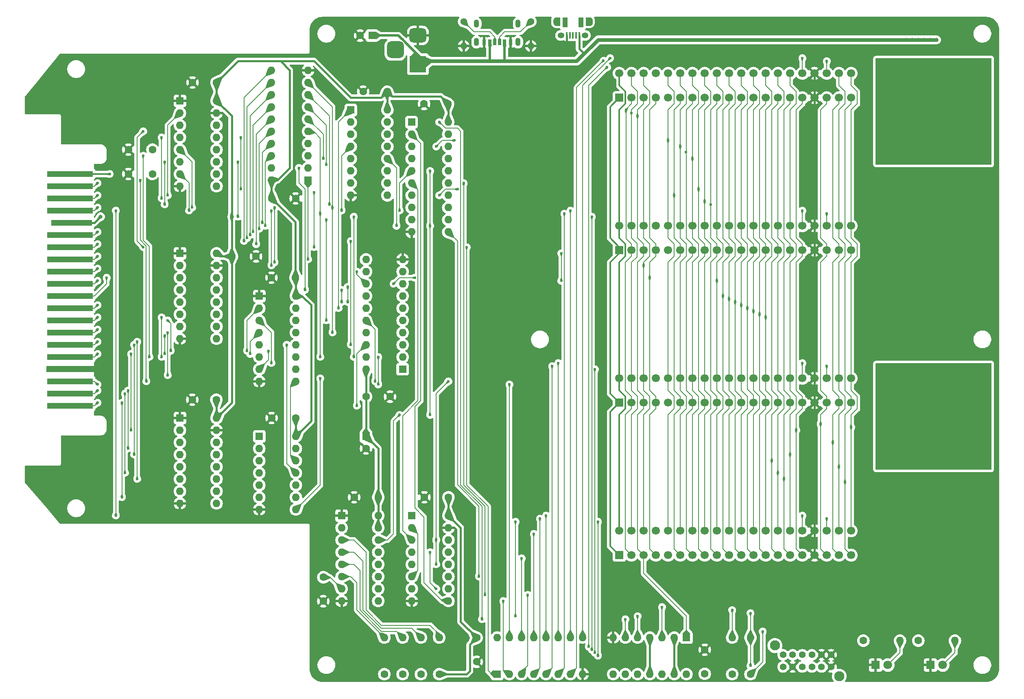
<source format=gbr>
%TF.GenerationSoftware,KiCad,Pcbnew,8.0.2*%
%TF.CreationDate,2024-06-10T22:31:20-05:00*%
%TF.ProjectId,Tandy Color Computer Multi-Pak,54616e64-7920-4436-9f6c-6f7220436f6d,rev?*%
%TF.SameCoordinates,Original*%
%TF.FileFunction,Copper,L1,Top*%
%TF.FilePolarity,Positive*%
%FSLAX46Y46*%
G04 Gerber Fmt 4.6, Leading zero omitted, Abs format (unit mm)*
G04 Created by KiCad (PCBNEW 8.0.2) date 2024-06-10 22:31:20*
%MOMM*%
%LPD*%
G01*
G04 APERTURE LIST*
G04 Aperture macros list*
%AMRoundRect*
0 Rectangle with rounded corners*
0 $1 Rounding radius*
0 $2 $3 $4 $5 $6 $7 $8 $9 X,Y pos of 4 corners*
0 Add a 4 corners polygon primitive as box body*
4,1,4,$2,$3,$4,$5,$6,$7,$8,$9,$2,$3,0*
0 Add four circle primitives for the rounded corners*
1,1,$1+$1,$2,$3*
1,1,$1+$1,$4,$5*
1,1,$1+$1,$6,$7*
1,1,$1+$1,$8,$9*
0 Add four rect primitives between the rounded corners*
20,1,$1+$1,$2,$3,$4,$5,0*
20,1,$1+$1,$4,$5,$6,$7,0*
20,1,$1+$1,$6,$7,$8,$9,0*
20,1,$1+$1,$8,$9,$2,$3,0*%
G04 Aperture macros list end*
%TA.AperFunction,EtchedComponent*%
%ADD10C,0.010000*%
%TD*%
%TA.AperFunction,ComponentPad*%
%ADD11C,2.100000*%
%TD*%
%TA.AperFunction,ComponentPad*%
%ADD12C,1.400000*%
%TD*%
%TA.AperFunction,ComponentPad*%
%ADD13R,1.800000X1.800000*%
%TD*%
%TA.AperFunction,ComponentPad*%
%ADD14C,1.800000*%
%TD*%
%TA.AperFunction,ComponentPad*%
%ADD15R,3.500000X3.500000*%
%TD*%
%TA.AperFunction,ComponentPad*%
%ADD16RoundRect,0.750000X-1.000000X0.750000X-1.000000X-0.750000X1.000000X-0.750000X1.000000X0.750000X0*%
%TD*%
%TA.AperFunction,ComponentPad*%
%ADD17RoundRect,0.875000X-0.875000X0.875000X-0.875000X-0.875000X0.875000X-0.875000X0.875000X0.875000X0*%
%TD*%
%TA.AperFunction,SMDPad,CuDef*%
%ADD18R,9.525000X1.270000*%
%TD*%
%TA.AperFunction,SMDPad,CuDef*%
%ADD19R,8.572500X1.270000*%
%TD*%
%TA.AperFunction,SMDPad,CuDef*%
%ADD20R,9.000000X6.000000*%
%TD*%
%TA.AperFunction,SMDPad,CuDef*%
%ADD21R,0.700000X1.200000*%
%TD*%
%TA.AperFunction,SMDPad,CuDef*%
%ADD22R,0.760000X1.200000*%
%TD*%
%TA.AperFunction,SMDPad,CuDef*%
%ADD23R,0.800000X1.200000*%
%TD*%
%TA.AperFunction,ComponentPad*%
%ADD24O,1.100000X1.700000*%
%TD*%
%TA.AperFunction,ComponentPad*%
%ADD25C,1.600000*%
%TD*%
%TA.AperFunction,ComponentPad*%
%ADD26O,1.600000X1.600000*%
%TD*%
%TA.AperFunction,ComponentPad*%
%ADD27O,1.400000X1.400000*%
%TD*%
%TA.AperFunction,ComponentPad*%
%ADD28R,1.700000X1.700000*%
%TD*%
%TA.AperFunction,ComponentPad*%
%ADD29C,1.700000*%
%TD*%
%TA.AperFunction,SMDPad,CuDef*%
%ADD30R,0.400000X1.350000*%
%TD*%
%TA.AperFunction,ComponentPad*%
%ADD31O,1.400000X1.150000*%
%TD*%
%TA.AperFunction,ComponentPad*%
%ADD32O,1.140000X1.700000*%
%TD*%
%TA.AperFunction,SMDPad,CuDef*%
%ADD33R,1.100000X2.100000*%
%TD*%
%TA.AperFunction,ComponentPad*%
%ADD34R,1.600000X1.600000*%
%TD*%
%TA.AperFunction,ComponentPad*%
%ADD35C,0.600000*%
%TD*%
%TA.AperFunction,ViaPad*%
%ADD36C,0.600000*%
%TD*%
%TA.AperFunction,ViaPad*%
%ADD37C,0.800000*%
%TD*%
%TA.AperFunction,Conductor*%
%ADD38C,0.200000*%
%TD*%
%TA.AperFunction,Conductor*%
%ADD39C,0.400000*%
%TD*%
%TA.AperFunction,Conductor*%
%ADD40C,0.800000*%
%TD*%
%TA.AperFunction,Conductor*%
%ADD41C,0.500000*%
%TD*%
%TA.AperFunction,Conductor*%
%ADD42C,0.300000*%
%TD*%
G04 APERTURE END LIST*
D10*
%TO.C,J2*%
X170528000Y-26885000D02*
X169783000Y-26885000D01*
X169753000Y-26884000D01*
X169722000Y-26882000D01*
X169692000Y-26878000D01*
X169662000Y-26872000D01*
X169633000Y-26865000D01*
X169604000Y-26857000D01*
X169575000Y-26846000D01*
X169547000Y-26835000D01*
X169520000Y-26822000D01*
X169493000Y-26807000D01*
X169467000Y-26791000D01*
X169442000Y-26774000D01*
X169418000Y-26756000D01*
X169395000Y-26736000D01*
X169373000Y-26715000D01*
X169352000Y-26693000D01*
X169332000Y-26670000D01*
X169314000Y-26646000D01*
X169297000Y-26621000D01*
X169281000Y-26595000D01*
X169266000Y-26568000D01*
X169253000Y-26541000D01*
X169242000Y-26513000D01*
X169231000Y-26484000D01*
X169223000Y-26455000D01*
X169216000Y-26426000D01*
X169210000Y-26396000D01*
X169206000Y-26366000D01*
X169204000Y-26335000D01*
X169203000Y-26305000D01*
X169203000Y-25765000D01*
X169204000Y-25735000D01*
X169206000Y-25704000D01*
X169210000Y-25674000D01*
X169216000Y-25644000D01*
X169223000Y-25615000D01*
X169231000Y-25586000D01*
X169242000Y-25557000D01*
X169253000Y-25529000D01*
X169266000Y-25502000D01*
X169281000Y-25475000D01*
X169297000Y-25449000D01*
X169314000Y-25424000D01*
X169332000Y-25400000D01*
X169352000Y-25377000D01*
X169373000Y-25355000D01*
X169395000Y-25334000D01*
X169418000Y-25314000D01*
X169442000Y-25296000D01*
X169467000Y-25279000D01*
X169493000Y-25263000D01*
X169520000Y-25248000D01*
X169547000Y-25235000D01*
X169575000Y-25224000D01*
X169604000Y-25213000D01*
X169633000Y-25205000D01*
X169662000Y-25198000D01*
X169692000Y-25192000D01*
X169722000Y-25188000D01*
X169753000Y-25186000D01*
X169783000Y-25185000D01*
X170528000Y-25185000D01*
X170528000Y-26885000D01*
%TA.AperFunction,EtchedComponent*%
G36*
X170528000Y-26885000D02*
G01*
X169783000Y-26885000D01*
X169753000Y-26884000D01*
X169722000Y-26882000D01*
X169692000Y-26878000D01*
X169662000Y-26872000D01*
X169633000Y-26865000D01*
X169604000Y-26857000D01*
X169575000Y-26846000D01*
X169547000Y-26835000D01*
X169520000Y-26822000D01*
X169493000Y-26807000D01*
X169467000Y-26791000D01*
X169442000Y-26774000D01*
X169418000Y-26756000D01*
X169395000Y-26736000D01*
X169373000Y-26715000D01*
X169352000Y-26693000D01*
X169332000Y-26670000D01*
X169314000Y-26646000D01*
X169297000Y-26621000D01*
X169281000Y-26595000D01*
X169266000Y-26568000D01*
X169253000Y-26541000D01*
X169242000Y-26513000D01*
X169231000Y-26484000D01*
X169223000Y-26455000D01*
X169216000Y-26426000D01*
X169210000Y-26396000D01*
X169206000Y-26366000D01*
X169204000Y-26335000D01*
X169203000Y-26305000D01*
X169203000Y-25765000D01*
X169204000Y-25735000D01*
X169206000Y-25704000D01*
X169210000Y-25674000D01*
X169216000Y-25644000D01*
X169223000Y-25615000D01*
X169231000Y-25586000D01*
X169242000Y-25557000D01*
X169253000Y-25529000D01*
X169266000Y-25502000D01*
X169281000Y-25475000D01*
X169297000Y-25449000D01*
X169314000Y-25424000D01*
X169332000Y-25400000D01*
X169352000Y-25377000D01*
X169373000Y-25355000D01*
X169395000Y-25334000D01*
X169418000Y-25314000D01*
X169442000Y-25296000D01*
X169467000Y-25279000D01*
X169493000Y-25263000D01*
X169520000Y-25248000D01*
X169547000Y-25235000D01*
X169575000Y-25224000D01*
X169604000Y-25213000D01*
X169633000Y-25205000D01*
X169662000Y-25198000D01*
X169692000Y-25192000D01*
X169722000Y-25188000D01*
X169753000Y-25186000D01*
X169783000Y-25185000D01*
X170528000Y-25185000D01*
X170528000Y-26885000D01*
G37*
%TD.AperFunction*%
X176703000Y-25186000D02*
X176734000Y-25188000D01*
X176764000Y-25192000D01*
X176794000Y-25198000D01*
X176823000Y-25205000D01*
X176852000Y-25213000D01*
X176881000Y-25224000D01*
X176909000Y-25235000D01*
X176936000Y-25248000D01*
X176963000Y-25263000D01*
X176989000Y-25279000D01*
X177014000Y-25296000D01*
X177038000Y-25314000D01*
X177061000Y-25334000D01*
X177083000Y-25355000D01*
X177104000Y-25377000D01*
X177124000Y-25400000D01*
X177142000Y-25424000D01*
X177159000Y-25449000D01*
X177175000Y-25475000D01*
X177190000Y-25502000D01*
X177203000Y-25529000D01*
X177214000Y-25557000D01*
X177225000Y-25586000D01*
X177233000Y-25615000D01*
X177240000Y-25644000D01*
X177246000Y-25674000D01*
X177250000Y-25704000D01*
X177252000Y-25735000D01*
X177253000Y-25765000D01*
X177253000Y-26305000D01*
X177252000Y-26335000D01*
X177250000Y-26366000D01*
X177246000Y-26396000D01*
X177240000Y-26426000D01*
X177233000Y-26455000D01*
X177225000Y-26484000D01*
X177214000Y-26513000D01*
X177203000Y-26541000D01*
X177190000Y-26568000D01*
X177175000Y-26595000D01*
X177159000Y-26621000D01*
X177142000Y-26646000D01*
X177124000Y-26670000D01*
X177104000Y-26693000D01*
X177083000Y-26715000D01*
X177061000Y-26736000D01*
X177038000Y-26756000D01*
X177014000Y-26774000D01*
X176989000Y-26791000D01*
X176963000Y-26807000D01*
X176936000Y-26822000D01*
X176909000Y-26835000D01*
X176881000Y-26846000D01*
X176852000Y-26857000D01*
X176823000Y-26865000D01*
X176794000Y-26872000D01*
X176764000Y-26878000D01*
X176734000Y-26882000D01*
X176703000Y-26884000D01*
X176673000Y-26885000D01*
X175928000Y-26885000D01*
X175928000Y-25185000D01*
X176673000Y-25185000D01*
X176703000Y-25186000D01*
%TA.AperFunction,EtchedComponent*%
G36*
X176703000Y-25186000D02*
G01*
X176734000Y-25188000D01*
X176764000Y-25192000D01*
X176794000Y-25198000D01*
X176823000Y-25205000D01*
X176852000Y-25213000D01*
X176881000Y-25224000D01*
X176909000Y-25235000D01*
X176936000Y-25248000D01*
X176963000Y-25263000D01*
X176989000Y-25279000D01*
X177014000Y-25296000D01*
X177038000Y-25314000D01*
X177061000Y-25334000D01*
X177083000Y-25355000D01*
X177104000Y-25377000D01*
X177124000Y-25400000D01*
X177142000Y-25424000D01*
X177159000Y-25449000D01*
X177175000Y-25475000D01*
X177190000Y-25502000D01*
X177203000Y-25529000D01*
X177214000Y-25557000D01*
X177225000Y-25586000D01*
X177233000Y-25615000D01*
X177240000Y-25644000D01*
X177246000Y-25674000D01*
X177250000Y-25704000D01*
X177252000Y-25735000D01*
X177253000Y-25765000D01*
X177253000Y-26305000D01*
X177252000Y-26335000D01*
X177250000Y-26366000D01*
X177246000Y-26396000D01*
X177240000Y-26426000D01*
X177233000Y-26455000D01*
X177225000Y-26484000D01*
X177214000Y-26513000D01*
X177203000Y-26541000D01*
X177190000Y-26568000D01*
X177175000Y-26595000D01*
X177159000Y-26621000D01*
X177142000Y-26646000D01*
X177124000Y-26670000D01*
X177104000Y-26693000D01*
X177083000Y-26715000D01*
X177061000Y-26736000D01*
X177038000Y-26756000D01*
X177014000Y-26774000D01*
X176989000Y-26791000D01*
X176963000Y-26807000D01*
X176936000Y-26822000D01*
X176909000Y-26835000D01*
X176881000Y-26846000D01*
X176852000Y-26857000D01*
X176823000Y-26865000D01*
X176794000Y-26872000D01*
X176764000Y-26878000D01*
X176734000Y-26882000D01*
X176703000Y-26884000D01*
X176673000Y-26885000D01*
X175928000Y-26885000D01*
X175928000Y-25185000D01*
X176673000Y-25185000D01*
X176703000Y-25186000D01*
G37*
%TD.AperFunction*%
%TD*%
D11*
%TO.P,SW1,*%
%TO.N,*%
X215265000Y-155956000D03*
X228665000Y-162356000D03*
D12*
%TO.P,SW1,1A,1A*%
%TO.N,unconnected-(SW1-Pad1A)*%
X216965000Y-160406000D03*
%TO.P,SW1,1B,1B*%
%TO.N,unconnected-(SW1-Pad1B)*%
X216965000Y-157886000D03*
%TO.P,SW1,2A,2A*%
%TO.N,GND*%
X218965000Y-160426000D03*
%TO.P,SW1,2B,2B*%
%TO.N,unconnected-(SW1-Pad2B)*%
X218965000Y-157886000D03*
%TO.P,SW1,3A,3A*%
%TO.N,unconnected-(SW1-Pad3A)*%
X224965000Y-160426000D03*
%TO.P,SW1,3B,3B*%
%TO.N,GND*%
X224965000Y-157886000D03*
%TO.P,SW1,4A,4A*%
X226965000Y-160426000D03*
%TO.P,SW1,4B,4B*%
X226965000Y-157886000D03*
%TO.P,SW1,A,A*%
%TO.N,Net-(U12-I2)*%
X220965000Y-160426000D03*
X222965000Y-160426000D03*
%TO.P,SW1,B,B*%
%TO.N,Net-(U12-I1)*%
X220965000Y-157886000D03*
X222965000Y-157886000D03*
%TD*%
D13*
%TO.P,D2,1,K*%
%TO.N,GND*%
X247650000Y-160020000D03*
D14*
%TO.P,D2,2,A*%
%TO.N,Net-(D2-A)*%
X250190000Y-160020000D03*
%TD*%
D13*
%TO.P,D1,1,K*%
%TO.N,GND*%
X236220000Y-160020000D03*
D14*
%TO.P,D1,2,A*%
%TO.N,Net-(D1-A)*%
X238760000Y-160020000D03*
%TD*%
D15*
%TO.P,J1,1*%
%TO.N,+5V*%
X140970000Y-34925000D03*
D16*
%TO.P,J1,2*%
%TO.N,GND*%
X140970000Y-28925000D03*
D17*
%TO.P,J1,3*%
%TO.N,N/C*%
X136270000Y-31925000D03*
%TD*%
D18*
%TO.P,P1,1,-12V*%
%TO.N,Net-(JP4-A)*%
X68580000Y-57785000D03*
%TO.P,P1,3,~{HALT}*%
%TO.N,/~{HALT}*%
X68580000Y-60325000D03*
%TO.P,P1,5,~{RESET}*%
%TO.N,/~{RESET}*%
X68580000Y-62865000D03*
%TO.P,P1,7,Q*%
%TO.N,/Q*%
X68580000Y-65405000D03*
D19*
%TO.P,P1,9,+5V*%
%TO.N,+5VA*%
X68929250Y-67945000D03*
D18*
%TO.P,P1,11,D1*%
%TO.N,/D1*%
X68580000Y-70485000D03*
%TO.P,P1,13,D3*%
%TO.N,/D3*%
X68580000Y-73025000D03*
%TO.P,P1,15,D5*%
%TO.N,/D5*%
X68580000Y-75565000D03*
%TO.P,P1,17,D7*%
%TO.N,/D7*%
X68580000Y-78105000D03*
%TO.P,P1,19,A0*%
%TO.N,/A0*%
X68580000Y-80645000D03*
%TO.P,P1,21,A2*%
%TO.N,/A2*%
X68580000Y-83185000D03*
%TO.P,P1,23,A4*%
%TO.N,/A4*%
X68580000Y-85725000D03*
%TO.P,P1,25,A6*%
%TO.N,/A6*%
X68580000Y-88265000D03*
%TO.P,P1,27,A8*%
%TO.N,/A8*%
X68580000Y-90805000D03*
%TO.P,P1,29,A10*%
%TO.N,/A10*%
X68580000Y-93345000D03*
%TO.P,P1,31,A12*%
%TO.N,/A12*%
X68580000Y-95885000D03*
%TO.P,P1,33,GND@1*%
%TO.N,GND*%
X68580000Y-98425000D03*
%TO.P,P1,35,SND*%
%TO.N,/SND*%
X68580000Y-100965000D03*
%TO.P,P1,37,A13*%
%TO.N,/A13*%
X68580000Y-103505000D03*
%TO.P,P1,39,A15*%
%TO.N,/A15*%
X68580000Y-106045000D03*
D20*
%TO.P,P1,MTG1,MTG@1*%
%TO.N,GND*%
X71174400Y-48615000D03*
%TO.P,P1,MTG2,MTG@2*%
X71174400Y-115215000D03*
%TD*%
D21*
%TO.P,J4,A5,CC1*%
%TO.N,Net-(J4-CC1)*%
X157980000Y-30385000D03*
D22*
%TO.P,J4,A9,VBUS*%
%TO.N,+5V*%
X155960000Y-30385000D03*
D23*
%TO.P,J4,A12,GND*%
%TO.N,GND*%
X154730000Y-30385000D03*
D21*
%TO.P,J4,B5,CC2*%
%TO.N,Net-(J4-CC2)*%
X156980000Y-30385000D03*
D22*
%TO.P,J4,B9,VBUS__1*%
%TO.N,+5V*%
X159000000Y-30385000D03*
D23*
%TO.P,J4,B12,GND__1*%
%TO.N,GND*%
X160230000Y-30385000D03*
D24*
%TO.P,J4,S1,SHIELD*%
%TO.N,unconnected-(J4-SHIELD-PadS1)*%
X161800000Y-30305000D03*
%TO.P,J4,S2,SHIELD__1*%
%TO.N,unconnected-(J4-SHIELD__1-PadS2)*%
X153160000Y-30305000D03*
%TO.P,J4,S3,SHIELD__2*%
%TO.N,unconnected-(J4-SHIELD__2-PadS3)*%
X161800000Y-26505000D03*
%TO.P,J4,S4,SHIELD__3*%
%TO.N,unconnected-(J4-SHIELD__3-PadS4)*%
X153160000Y-26505000D03*
%TD*%
D25*
%TO.P,C6,1*%
%TO.N,+5VA*%
X99020000Y-104775000D03*
%TO.P,C6,2*%
%TO.N,GND*%
X94020000Y-104775000D03*
%TD*%
%TO.P,C7,1*%
%TO.N,+5VA*%
X110530000Y-62865000D03*
%TO.P,C7,2*%
%TO.N,GND*%
X115530000Y-62865000D03*
%TD*%
%TO.P,C3,1*%
%TO.N,GND*%
X121285000Y-146732000D03*
%TO.P,C3,2*%
%TO.N,/~{CART}*%
X121285000Y-141732000D03*
%TD*%
%TO.P,R6,1*%
%TO.N,+5VA*%
X206375000Y-161925000D03*
D26*
%TO.P,R6,2*%
%TO.N,Net-(U12-I1)*%
X206375000Y-154305000D03*
%TD*%
D12*
%TO.P,R9,1*%
%TO.N,Net-(J4-CC2)*%
X150495000Y-26035000D03*
D27*
%TO.P,R9,2*%
%TO.N,GND*%
X150495000Y-31115000D03*
%TD*%
D28*
%TO.P,P4,1,-12V*%
%TO.N,-12V*%
X182880000Y-73660000D03*
D29*
%TO.P,P4,2,+12V*%
%TO.N,+12V*%
X182880000Y-68580000D03*
%TO.P,P4,3,~{HALT}*%
%TO.N,/~{HALT}*%
X185420000Y-73660000D03*
%TO.P,P4,4,~{NMI}*%
%TO.N,/~{NMI}*%
X185420000Y-68580000D03*
%TO.P,P4,5,~{RESET}*%
%TO.N,/~{BRESET}*%
X187960000Y-73660000D03*
%TO.P,P4,6,E*%
%TO.N,/BE*%
X187960000Y-68580000D03*
%TO.P,P4,7,Q*%
%TO.N,/BQ*%
X190500000Y-73660000D03*
%TO.P,P4,8,~{CART}*%
%TO.N,/~{CART2}*%
X190500000Y-68580000D03*
%TO.P,P4,9,+5V*%
%TO.N,Net-(JP2-C)*%
X193040000Y-73660000D03*
%TO.P,P4,10,D0*%
%TO.N,/DB0*%
X193040000Y-68580000D03*
%TO.P,P4,11,D1*%
%TO.N,/DB1*%
X195580000Y-73660000D03*
%TO.P,P4,12,D2*%
%TO.N,/DB2*%
X195580000Y-68580000D03*
%TO.P,P4,13,D3*%
%TO.N,/DB3*%
X198120000Y-73660000D03*
%TO.P,P4,14,D4*%
%TO.N,/DB4*%
X198120000Y-68580000D03*
%TO.P,P4,15,D5*%
%TO.N,/DB5*%
X200660000Y-73660000D03*
%TO.P,P4,16,D6*%
%TO.N,/DB6*%
X200660000Y-68580000D03*
%TO.P,P4,17,D7*%
%TO.N,/DB7*%
X203200000Y-73660000D03*
%TO.P,P4,18,R/~{W}*%
%TO.N,/BR{slash}W*%
X203200000Y-68580000D03*
%TO.P,P4,19,A0*%
%TO.N,/AB0*%
X205740000Y-73660000D03*
%TO.P,P4,20,A1*%
%TO.N,/AB1*%
X205740000Y-68580000D03*
%TO.P,P4,21,A2*%
%TO.N,/AB2*%
X208280000Y-73660000D03*
%TO.P,P4,22,A3*%
%TO.N,/AB3*%
X208280000Y-68580000D03*
%TO.P,P4,23,A4*%
%TO.N,/AB4*%
X210820000Y-73660000D03*
%TO.P,P4,24,A5*%
%TO.N,/AB5*%
X210820000Y-68580000D03*
%TO.P,P4,25,A6*%
%TO.N,/AB6*%
X213360000Y-73660000D03*
%TO.P,P4,26,A7*%
%TO.N,/AB7*%
X213360000Y-68580000D03*
%TO.P,P4,27,A8*%
%TO.N,/AB8*%
X215900000Y-73660000D03*
%TO.P,P4,28,A9*%
%TO.N,/AB9*%
X215900000Y-68580000D03*
%TO.P,P4,29,A10*%
%TO.N,/AB10*%
X218440000Y-73660000D03*
%TO.P,P4,30,A11*%
%TO.N,/AB11*%
X218440000Y-68580000D03*
%TO.P,P4,31,A12*%
%TO.N,/AB12*%
X220980000Y-73660000D03*
%TO.P,P4,32,~{CTS}*%
%TO.N,/~{CTS2}*%
X220980000Y-68580000D03*
%TO.P,P4,33,GND@1*%
%TO.N,GND*%
X223520000Y-73660000D03*
%TO.P,P4,34,GND@2*%
X223520000Y-68580000D03*
%TO.P,P4,35,SND*%
%TO.N,/SND*%
X226060000Y-73660000D03*
%TO.P,P4,36,~{SCS}*%
%TO.N,/~{SCS2}*%
X226060000Y-68580000D03*
%TO.P,P4,37,A13*%
%TO.N,/AB13*%
X228600000Y-73660000D03*
%TO.P,P4,38,A14*%
%TO.N,/AB14*%
X228600000Y-68580000D03*
%TO.P,P4,39,A15*%
%TO.N,/AB15*%
X231140000Y-73660000D03*
%TO.P,P4,40,~{SLENB}*%
%TO.N,/~{SLENB}*%
X231140000Y-68580000D03*
%TD*%
D25*
%TO.P,C13,1*%
%TO.N,+5VA*%
X132715000Y-125095000D03*
%TO.P,C13,2*%
%TO.N,GND*%
X127715000Y-125095000D03*
%TD*%
%TO.P,C11,1*%
%TO.N,+5VA*%
X130175000Y-104140000D03*
%TO.P,C11,2*%
%TO.N,GND*%
X135175000Y-104140000D03*
%TD*%
D30*
%TO.P,J2,1,VBUS*%
%TO.N,+5V*%
X174528000Y-28910000D03*
%TO.P,J2,2,D-*%
%TO.N,unconnected-(J2-D--Pad2)*%
X173878000Y-28910000D03*
%TO.P,J2,3,D+*%
%TO.N,unconnected-(J2-D+-Pad3)*%
X173228000Y-28910000D03*
%TO.P,J2,4,ID*%
%TO.N,unconnected-(J2-ID-Pad4)*%
X172578000Y-28910000D03*
%TO.P,J2,5,GND*%
%TO.N,GND*%
X171928000Y-28910000D03*
D31*
%TO.P,J2,SH1,SHIELD*%
%TO.N,unconnected-(J2-SHIELD-PadSH1)*%
X175728000Y-28935000D03*
%TO.P,J2,SH2,SHIELD__1*%
%TO.N,unconnected-(J2-SHIELD__1-PadSH2)*%
X170728000Y-28935000D03*
D32*
%TO.P,J2,SH3,SHIELD__2*%
%TO.N,unconnected-(J2-SHIELD__2-PadSH3)*%
X176683000Y-26035000D03*
D33*
%TO.P,J2,SH4,SHIELD__3*%
%TO.N,unconnected-(J2-SHIELD__3-PadSH4)*%
X174878000Y-26235000D03*
%TO.P,J2,SH5,SHIELD__4*%
%TO.N,unconnected-(J2-SHIELD__4-PadSH5)*%
X171578000Y-26235000D03*
D32*
%TO.P,J2,SH6,SHIELD__5*%
%TO.N,unconnected-(J2-SHIELD__5-PadSH6)*%
X169773000Y-26035000D03*
%TD*%
D34*
%TO.P,U6,1,OEa*%
%TO.N,GND*%
X91440000Y-74295000D03*
D26*
%TO.P,U6,2,I1*%
%TO.N,/A0*%
X91440000Y-76835000D03*
%TO.P,U6,3,O1a*%
%TO.N,/AB0*%
X91440000Y-79375000D03*
%TO.P,U6,4,I2*%
%TO.N,/A1*%
X91440000Y-81915000D03*
%TO.P,U6,5,O2a*%
%TO.N,/AB1*%
X91440000Y-84455000D03*
%TO.P,U6,6,I3*%
%TO.N,/A4*%
X91440000Y-86995000D03*
%TO.P,U6,7,O3a*%
%TO.N,/AB4*%
X91440000Y-89535000D03*
%TO.P,U6,8,GND*%
%TO.N,GND*%
X91440000Y-92075000D03*
%TO.P,U6,9,O4a*%
%TO.N,/AB5*%
X99060000Y-92075000D03*
%TO.P,U6,10,I4*%
%TO.N,/A5*%
X99060000Y-89535000D03*
%TO.P,U6,11,O5b*%
%TO.N,/AB3*%
X99060000Y-86995000D03*
%TO.P,U6,12,I5*%
%TO.N,/A3*%
X99060000Y-84455000D03*
%TO.P,U6,13,O6b*%
%TO.N,/AB2*%
X99060000Y-81915000D03*
%TO.P,U6,14,I6*%
%TO.N,/A2*%
X99060000Y-79375000D03*
%TO.P,U6,15,OEb*%
%TO.N,GND*%
X99060000Y-76835000D03*
%TO.P,U6,16,VCC*%
%TO.N,+5VA*%
X99060000Y-74295000D03*
%TD*%
D25*
%TO.P,R3,1*%
%TO.N,+5VA*%
X141605000Y-161925000D03*
D26*
%TO.P,R3,2*%
%TO.N,/~{CART2}*%
X141605000Y-154305000D03*
%TD*%
D12*
%TO.P,R10,1*%
%TO.N,Net-(J4-CC1)*%
X164465000Y-26035000D03*
D27*
%TO.P,R10,2*%
%TO.N,GND*%
X164465000Y-31115000D03*
%TD*%
D25*
%TO.P,C12,1*%
%TO.N,+5VA*%
X147240000Y-43180000D03*
%TO.P,C12,2*%
%TO.N,GND*%
X142240000Y-43180000D03*
%TD*%
D34*
%TO.P,U4,1,OE*%
%TO.N,/ENREG*%
X139660000Y-46990000D03*
D26*
%TO.P,U4,2,O0*%
%TO.N,/REGS0*%
X139660000Y-49530000D03*
%TO.P,U4,3,D0*%
%TO.N,/DB0*%
X139660000Y-52070000D03*
%TO.P,U4,4,D1*%
%TO.N,/DB3*%
X139660000Y-54610000D03*
%TO.P,U4,5,O1*%
%TO.N,/CK1*%
X139660000Y-57150000D03*
%TO.P,U4,6,O2*%
%TO.N,/REGC1*%
X139660000Y-59690000D03*
%TO.P,U4,7,D2*%
%TO.N,/DB5*%
X139660000Y-62230000D03*
%TO.P,U4,8,D3*%
%TO.N,/DB6*%
X139660000Y-64770000D03*
%TO.P,U4,9,O3*%
%TO.N,/CK2*%
X139660000Y-67310000D03*
%TO.P,U4,10,GND*%
%TO.N,GND*%
X139660000Y-69850000D03*
%TO.P,U4,11,Cp*%
%TO.N,/LOADREG*%
X147280000Y-69850000D03*
%TO.P,U4,12,O4*%
%TO.N,/CK3*%
X147280000Y-67310000D03*
%TO.P,U4,13,D4*%
%TO.N,/DB7*%
X147280000Y-64770000D03*
%TO.P,U4,14,D5*%
%TO.N,/DB1*%
X147280000Y-62230000D03*
%TO.P,U4,15,O5*%
%TO.N,/REGS1*%
X147280000Y-59690000D03*
%TO.P,U4,16,O6*%
%TO.N,/REGC0*%
X147280000Y-57150000D03*
%TO.P,U4,17,D6*%
%TO.N,/DB4*%
X147280000Y-54610000D03*
%TO.P,U4,18,D7*%
%TO.N,/DB2*%
X147280000Y-52070000D03*
%TO.P,U4,19,O7*%
%TO.N,/CK0*%
X147280000Y-49530000D03*
%TO.P,U4,20,VCC*%
%TO.N,+5VA*%
X147280000Y-46990000D03*
%TD*%
D34*
%TO.P,U1,1,OEa*%
%TO.N,GND*%
X91440000Y-42545000D03*
D26*
%TO.P,U1,2,I1*%
%TO.N,/~{RESET}*%
X91440000Y-45085000D03*
%TO.P,U1,3,O1a*%
%TO.N,/~{BRESET}*%
X91440000Y-47625000D03*
%TO.P,U1,4,I2*%
%TO.N,/E*%
X91440000Y-50165000D03*
%TO.P,U1,5,O2a*%
%TO.N,/BE*%
X91440000Y-52705000D03*
%TO.P,U1,6,I3*%
%TO.N,/Q*%
X91440000Y-55245000D03*
%TO.P,U1,7,O3a*%
%TO.N,/BQ*%
X91440000Y-57785000D03*
%TO.P,U1,8,GND*%
%TO.N,GND*%
X91440000Y-60325000D03*
%TO.P,U1,9,O4a*%
%TO.N,/~{BSCS}*%
X99060000Y-60325000D03*
%TO.P,U1,10,I4*%
%TO.N,/~{SCS}*%
X99060000Y-57785000D03*
%TO.P,U1,11,O5b*%
%TO.N,/~{BCTS}*%
X99060000Y-55245000D03*
%TO.P,U1,12,I5*%
%TO.N,/~{CTS}*%
X99060000Y-52705000D03*
%TO.P,U1,13,O6b*%
%TO.N,/BR{slash}W*%
X99060000Y-50165000D03*
%TO.P,U1,14,I6*%
%TO.N,/R{slash}W*%
X99060000Y-47625000D03*
%TO.P,U1,15,OEb*%
%TO.N,GND*%
X99060000Y-45085000D03*
%TO.P,U1,16,VCC*%
%TO.N,+5VA*%
X99060000Y-42545000D03*
%TD*%
D34*
%TO.P,U11,1,Ea*%
%TO.N,GND*%
X125095000Y-128905000D03*
D26*
%TO.P,U11,2,S1*%
%TO.N,/REGC1*%
X125095000Y-131445000D03*
%TO.P,U11,3,I3a*%
%TO.N,/~{CART3}*%
X125095000Y-133985000D03*
%TO.P,U11,4,I2a*%
%TO.N,/~{CART2}*%
X125095000Y-136525000D03*
%TO.P,U11,5,I1a*%
%TO.N,/~{CART1}*%
X125095000Y-139065000D03*
%TO.P,U11,6,I0a*%
%TO.N,/~{CART0}*%
X125095000Y-141605000D03*
%TO.P,U11,7,Za*%
%TO.N,/~{CART}*%
X125095000Y-144145000D03*
%TO.P,U11,8,GND*%
%TO.N,GND*%
X125095000Y-146685000D03*
%TO.P,U11,9,Zb*%
%TO.N,unconnected-(U11-Zb-Pad9)*%
X132715000Y-146685000D03*
%TO.P,U11,10,I0b*%
%TO.N,unconnected-(U11-I0b-Pad10)*%
X132715000Y-144145000D03*
%TO.P,U11,11,I1b*%
%TO.N,unconnected-(U11-I1b-Pad11)*%
X132715000Y-141605000D03*
%TO.P,U11,12,I2b*%
%TO.N,unconnected-(U11-I2b-Pad12)*%
X132715000Y-139065000D03*
%TO.P,U11,13,I3b*%
%TO.N,unconnected-(U11-I3b-Pad13)*%
X132715000Y-136525000D03*
%TO.P,U11,14,S0*%
%TO.N,/REGC0*%
X132715000Y-133985000D03*
%TO.P,U11,15,Eb*%
%TO.N,+5VA*%
X132715000Y-131445000D03*
%TO.P,U11,16,VCC*%
X132715000Y-128905000D03*
%TD*%
D25*
%TO.P,C14,1*%
%TO.N,+5VA*%
X147320000Y-125095000D03*
%TO.P,C14,2*%
%TO.N,GND*%
X142320000Y-125095000D03*
%TD*%
%TO.P,R7,1*%
%TO.N,+5VA*%
X233680000Y-154940000D03*
D26*
%TO.P,R7,2*%
%TO.N,Net-(D1-A)*%
X241300000Y-154940000D03*
%TD*%
D28*
%TO.P,P5,1,-12V*%
%TO.N,-12V*%
X182880000Y-41910000D03*
D29*
%TO.P,P5,2,+12V*%
%TO.N,+12V*%
X182880000Y-36830000D03*
%TO.P,P5,3,~{HALT}*%
%TO.N,/~{HALT}*%
X185420000Y-41910000D03*
%TO.P,P5,4,~{NMI}*%
%TO.N,/~{NMI}*%
X185420000Y-36830000D03*
%TO.P,P5,5,~{RESET}*%
%TO.N,/~{BRESET}*%
X187960000Y-41910000D03*
%TO.P,P5,6,E*%
%TO.N,/BE*%
X187960000Y-36830000D03*
%TO.P,P5,7,Q*%
%TO.N,/BQ*%
X190500000Y-41910000D03*
%TO.P,P5,8,~{CART}*%
%TO.N,/~{CART3}*%
X190500000Y-36830000D03*
%TO.P,P5,9,+5V*%
%TO.N,Net-(JP2-C)*%
X193040000Y-41910000D03*
%TO.P,P5,10,D0*%
%TO.N,/DB0*%
X193040000Y-36830000D03*
%TO.P,P5,11,D1*%
%TO.N,/DB1*%
X195580000Y-41910000D03*
%TO.P,P5,12,D2*%
%TO.N,/DB2*%
X195580000Y-36830000D03*
%TO.P,P5,13,D3*%
%TO.N,/DB3*%
X198120000Y-41910000D03*
%TO.P,P5,14,D4*%
%TO.N,/DB4*%
X198120000Y-36830000D03*
%TO.P,P5,15,D5*%
%TO.N,/DB5*%
X200660000Y-41910000D03*
%TO.P,P5,16,D6*%
%TO.N,/DB6*%
X200660000Y-36830000D03*
%TO.P,P5,17,D7*%
%TO.N,/DB7*%
X203200000Y-41910000D03*
%TO.P,P5,18,R/~{W}*%
%TO.N,/BR{slash}W*%
X203200000Y-36830000D03*
%TO.P,P5,19,A0*%
%TO.N,/AB0*%
X205740000Y-41910000D03*
%TO.P,P5,20,A1*%
%TO.N,/AB1*%
X205740000Y-36830000D03*
%TO.P,P5,21,A2*%
%TO.N,/AB2*%
X208280000Y-41910000D03*
%TO.P,P5,22,A3*%
%TO.N,/AB3*%
X208280000Y-36830000D03*
%TO.P,P5,23,A4*%
%TO.N,/AB4*%
X210820000Y-41910000D03*
%TO.P,P5,24,A5*%
%TO.N,/AB5*%
X210820000Y-36830000D03*
%TO.P,P5,25,A6*%
%TO.N,/AB6*%
X213360000Y-41910000D03*
%TO.P,P5,26,A7*%
%TO.N,/AB7*%
X213360000Y-36830000D03*
%TO.P,P5,27,A8*%
%TO.N,/AB8*%
X215900000Y-41910000D03*
%TO.P,P5,28,A9*%
%TO.N,/AB9*%
X215900000Y-36830000D03*
%TO.P,P5,29,A10*%
%TO.N,/AB10*%
X218440000Y-41910000D03*
%TO.P,P5,30,A11*%
%TO.N,/AB11*%
X218440000Y-36830000D03*
%TO.P,P5,31,A12*%
%TO.N,/AB12*%
X220980000Y-41910000D03*
%TO.P,P5,32,~{CTS}*%
%TO.N,/~{CTS3}*%
X220980000Y-36830000D03*
%TO.P,P5,33,GND@1*%
%TO.N,GND*%
X223520000Y-41910000D03*
%TO.P,P5,34,GND@2*%
X223520000Y-36830000D03*
%TO.P,P5,35,SND*%
%TO.N,/SND*%
X226060000Y-41910000D03*
%TO.P,P5,36,~{SCS}*%
%TO.N,/~{SCS3}*%
X226060000Y-36830000D03*
%TO.P,P5,37,A13*%
%TO.N,/AB13*%
X228600000Y-41910000D03*
%TO.P,P5,38,A14*%
%TO.N,/AB14*%
X228600000Y-36830000D03*
%TO.P,P5,39,A15*%
%TO.N,/AB15*%
X231140000Y-41910000D03*
%TO.P,P5,40,~{SLENB}*%
%TO.N,/~{SLENB}*%
X231140000Y-36830000D03*
%TD*%
D25*
%TO.P,C15,1*%
%TO.N,+5VA*%
X153195000Y-154345000D03*
%TO.P,C15,2*%
%TO.N,GND*%
X153195000Y-159345000D03*
%TD*%
D34*
%TO.P,U7,1,OEa*%
%TO.N,GND*%
X107950000Y-83185000D03*
D26*
%TO.P,U7,2,I1*%
%TO.N,/A7*%
X107950000Y-85725000D03*
%TO.P,U7,3,O1a*%
%TO.N,/AB7*%
X107950000Y-88265000D03*
%TO.P,U7,4,I2*%
%TO.N,/A9*%
X107950000Y-90805000D03*
%TO.P,U7,5,O2a*%
%TO.N,/AB9*%
X107950000Y-93345000D03*
%TO.P,U7,6,I3*%
%TO.N,/A6*%
X107950000Y-95885000D03*
%TO.P,U7,7,O3a*%
%TO.N,/AB6*%
X107950000Y-98425000D03*
%TO.P,U7,8,GND*%
%TO.N,GND*%
X107950000Y-100965000D03*
%TO.P,U7,9,O4a*%
%TO.N,/AB8*%
X115570000Y-100965000D03*
%TO.P,U7,10,I4*%
%TO.N,/A8*%
X115570000Y-98425000D03*
%TO.P,U7,11,O5b*%
%TO.N,/DB7*%
X115570000Y-95885000D03*
%TO.P,U7,12,I5*%
%TO.N,/CK3*%
X115570000Y-93345000D03*
%TO.P,U7,13,O6b*%
%TO.N,/DB6*%
X115570000Y-90805000D03*
%TO.P,U7,14,I6*%
%TO.N,/CK2*%
X115570000Y-88265000D03*
%TO.P,U7,15,OEb*%
%TO.N,/~{ENREAD}*%
X115570000Y-85725000D03*
%TO.P,U7,16,VCC*%
%TO.N,+5VA*%
X115570000Y-83185000D03*
%TD*%
D34*
%TO.P,U9,1,OEa*%
%TO.N,GND*%
X91440000Y-108585000D03*
D26*
%TO.P,U9,2,I1*%
%TO.N,/A12*%
X91440000Y-111125000D03*
%TO.P,U9,3,O1a*%
%TO.N,/AB12*%
X91440000Y-113665000D03*
%TO.P,U9,4,I2*%
%TO.N,/A11*%
X91440000Y-116205000D03*
%TO.P,U9,5,O2a*%
%TO.N,/AB11*%
X91440000Y-118745000D03*
%TO.P,U9,6,I3*%
%TO.N,/A10*%
X91440000Y-121285000D03*
%TO.P,U9,7,O3a*%
%TO.N,/AB10*%
X91440000Y-123825000D03*
%TO.P,U9,8,GND*%
%TO.N,GND*%
X91440000Y-126365000D03*
%TO.P,U9,9,O4a*%
%TO.N,/AB15*%
X99060000Y-126365000D03*
%TO.P,U9,10,I4*%
%TO.N,/A15*%
X99060000Y-123825000D03*
%TO.P,U9,11,O5b*%
%TO.N,/AB14*%
X99060000Y-121285000D03*
%TO.P,U9,12,I5*%
%TO.N,/A14*%
X99060000Y-118745000D03*
%TO.P,U9,13,O6b*%
%TO.N,/AB13*%
X99060000Y-116205000D03*
%TO.P,U9,14,I6*%
%TO.N,/A13*%
X99060000Y-113665000D03*
%TO.P,U9,15,OEb*%
%TO.N,GND*%
X99060000Y-111125000D03*
%TO.P,U9,16,VCC*%
%TO.N,+5VA*%
X99060000Y-108585000D03*
%TD*%
D25*
%TO.P,C5,1*%
%TO.N,+5VA*%
X102275000Y-74930000D03*
%TO.P,C5,2*%
%TO.N,GND*%
X107275000Y-74930000D03*
%TD*%
D34*
%TO.P,U8,1,I1/CLK*%
%TO.N,/U8-1*%
X137795000Y-98425000D03*
D26*
%TO.P,U8,2,I2*%
%TO.N,/AB7*%
X137795000Y-95885000D03*
%TO.P,U8,3,I3*%
%TO.N,/AB6*%
X137795000Y-93345000D03*
%TO.P,U8,4,I4*%
%TO.N,/AB5*%
X137795000Y-90805000D03*
%TO.P,U8,5,I5*%
%TO.N,/AB4*%
X137795000Y-88265000D03*
%TO.P,U8,6,I6*%
%TO.N,/AB3*%
X137795000Y-85725000D03*
%TO.P,U8,7,I7*%
%TO.N,/AB2*%
X137795000Y-83185000D03*
%TO.P,U8,8,I8*%
%TO.N,/AB1*%
X137795000Y-80645000D03*
%TO.P,U8,9,I9*%
%TO.N,/AB0*%
X137795000Y-78105000D03*
%TO.P,U8,10,GND*%
%TO.N,GND*%
X137795000Y-75565000D03*
%TO.P,U8,11,I10/~{OE}*%
%TO.N,/BR{slash}W*%
X130175000Y-75565000D03*
%TO.P,U8,12,IO8*%
%TO.N,/BE*%
X130175000Y-78105000D03*
%TO.P,U8,13,IO7*%
%TO.N,/BQ*%
X130175000Y-80645000D03*
%TO.P,U8,14,IO6*%
%TO.N,/~{ENBUS}*%
X130175000Y-83185000D03*
%TO.P,U8,15,IO5*%
%TO.N,/~{ENREAD}*%
X130175000Y-85725000D03*
%TO.P,U8,16,IO4*%
%TO.N,/~{LOADREG}*%
X130175000Y-88265000D03*
%TO.P,U8,17,I03*%
%TO.N,unconnected-(U8-I03-Pad17)*%
X130175000Y-90805000D03*
%TO.P,U8,18,IO2*%
%TO.N,/~{SLENB}*%
X130175000Y-93345000D03*
%TO.P,U8,19,IO1*%
%TO.N,/~{BCTS}*%
X130175000Y-95885000D03*
%TO.P,U8,20,VCC*%
%TO.N,+5VA*%
X130175000Y-98425000D03*
%TD*%
D34*
%TO.P,C19,1*%
%TO.N,+5V*%
X131445000Y-28956000D03*
D25*
%TO.P,C19,2*%
%TO.N,GND*%
X128945000Y-28956000D03*
%TD*%
D28*
%TO.P,P3,1,-12V*%
%TO.N,-12V*%
X182880000Y-105410000D03*
D29*
%TO.P,P3,2,+12V*%
%TO.N,+12V*%
X182880000Y-100330000D03*
%TO.P,P3,3,~{HALT}*%
%TO.N,/~{HALT}*%
X185420000Y-105410000D03*
%TO.P,P3,4,~{NMI}*%
%TO.N,/~{NMI}*%
X185420000Y-100330000D03*
%TO.P,P3,5,~{RESET}*%
%TO.N,/~{BRESET}*%
X187960000Y-105410000D03*
%TO.P,P3,6,E*%
%TO.N,/BE*%
X187960000Y-100330000D03*
%TO.P,P3,7,Q*%
%TO.N,/BQ*%
X190500000Y-105410000D03*
%TO.P,P3,8,~{CART}*%
%TO.N,/~{CART1}*%
X190500000Y-100330000D03*
%TO.P,P3,9,+5V*%
%TO.N,Net-(JP1-C)*%
X193040000Y-105410000D03*
%TO.P,P3,10,D0*%
%TO.N,/DB0*%
X193040000Y-100330000D03*
%TO.P,P3,11,D1*%
%TO.N,/DB1*%
X195580000Y-105410000D03*
%TO.P,P3,12,D2*%
%TO.N,/DB2*%
X195580000Y-100330000D03*
%TO.P,P3,13,D3*%
%TO.N,/DB3*%
X198120000Y-105410000D03*
%TO.P,P3,14,D4*%
%TO.N,/DB4*%
X198120000Y-100330000D03*
%TO.P,P3,15,D5*%
%TO.N,/DB5*%
X200660000Y-105410000D03*
%TO.P,P3,16,D6*%
%TO.N,/DB6*%
X200660000Y-100330000D03*
%TO.P,P3,17,D7*%
%TO.N,/DB7*%
X203200000Y-105410000D03*
%TO.P,P3,18,R/~{W}*%
%TO.N,/BR{slash}W*%
X203200000Y-100330000D03*
%TO.P,P3,19,A0*%
%TO.N,/AB0*%
X205740000Y-105410000D03*
%TO.P,P3,20,A1*%
%TO.N,/AB1*%
X205740000Y-100330000D03*
%TO.P,P3,21,A2*%
%TO.N,/AB2*%
X208280000Y-105410000D03*
%TO.P,P3,22,A3*%
%TO.N,/AB3*%
X208280000Y-100330000D03*
%TO.P,P3,23,A4*%
%TO.N,/AB4*%
X210820000Y-105410000D03*
%TO.P,P3,24,A5*%
%TO.N,/AB5*%
X210820000Y-100330000D03*
%TO.P,P3,25,A6*%
%TO.N,/AB6*%
X213360000Y-105410000D03*
%TO.P,P3,26,A7*%
%TO.N,/AB7*%
X213360000Y-100330000D03*
%TO.P,P3,27,A8*%
%TO.N,/AB8*%
X215900000Y-105410000D03*
%TO.P,P3,28,A9*%
%TO.N,/AB9*%
X215900000Y-100330000D03*
%TO.P,P3,29,A10*%
%TO.N,/AB10*%
X218440000Y-105410000D03*
%TO.P,P3,30,A11*%
%TO.N,/AB11*%
X218440000Y-100330000D03*
%TO.P,P3,31,A12*%
%TO.N,/AB12*%
X220980000Y-105410000D03*
%TO.P,P3,32,~{CTS}*%
%TO.N,/~{CTS1}*%
X220980000Y-100330000D03*
%TO.P,P3,33,GND@1*%
%TO.N,GND*%
X223520000Y-105410000D03*
%TO.P,P3,34,GND@2*%
X223520000Y-100330000D03*
%TO.P,P3,35,SND*%
%TO.N,/SND*%
X226060000Y-105410000D03*
%TO.P,P3,36,~{SCS}*%
%TO.N,/~{SCS1}*%
X226060000Y-100330000D03*
%TO.P,P3,37,A13*%
%TO.N,/AB13*%
X228600000Y-105410000D03*
%TO.P,P3,38,A14*%
%TO.N,/AB14*%
X228600000Y-100330000D03*
%TO.P,P3,39,A15*%
%TO.N,/AB15*%
X231140000Y-105410000D03*
%TO.P,P3,40,~{SLENB}*%
%TO.N,/~{SLENB}*%
X231140000Y-100330000D03*
%TD*%
D25*
%TO.P,C16,1*%
%TO.N,+5VA*%
X200660000Y-161845000D03*
%TO.P,C16,2*%
%TO.N,GND*%
X200660000Y-156845000D03*
%TD*%
%TO.P,R5,1*%
%TO.N,+5VA*%
X210185000Y-161925000D03*
D26*
%TO.P,R5,2*%
%TO.N,Net-(U12-I2)*%
X210185000Y-154305000D03*
%TD*%
D34*
%TO.P,U14,1,~{R}*%
%TO.N,/~{BRESET}*%
X196850000Y-154305000D03*
D26*
%TO.P,U14,2,D*%
%TO.N,+5VA*%
X194310000Y-154305000D03*
%TO.P,U14,3,C*%
%TO.N,/LOADREG*%
X191770000Y-154305000D03*
%TO.P,U14,4,~{S}*%
%TO.N,+5VA*%
X189230000Y-154305000D03*
%TO.P,U14,5,Q*%
%TO.N,/ENSW*%
X186690000Y-154305000D03*
%TO.P,U14,6,~{Q}*%
%TO.N,/ENREG*%
X184150000Y-154305000D03*
%TO.P,U14,7,GND*%
%TO.N,GND*%
X181610000Y-154305000D03*
%TO.P,U14,8,~{Q}*%
%TO.N,unconnected-(U14B-~{Q}-Pad8)*%
X181610000Y-161925000D03*
%TO.P,U14,9,Q*%
%TO.N,unconnected-(U14B-Q-Pad9)*%
X184150000Y-161925000D03*
%TO.P,U14,10,~{S}*%
%TO.N,+5VA*%
X186690000Y-161925000D03*
%TO.P,U14,11,C*%
X189230000Y-161925000D03*
%TO.P,U14,12,D*%
X191770000Y-161925000D03*
%TO.P,U14,13,~{R}*%
X194310000Y-161925000D03*
%TO.P,U14,14,VCC*%
X196850000Y-161925000D03*
%TD*%
D34*
%TO.P,U12,1,OEa*%
%TO.N,/ENSW*%
X139700000Y-128905000D03*
D26*
%TO.P,U12,2,I1*%
%TO.N,Net-(U12-I1)*%
X139700000Y-131445000D03*
%TO.P,U12,3,O1a*%
%TO.N,/REGC1*%
X139700000Y-133985000D03*
%TO.P,U12,4,I2*%
%TO.N,Net-(U12-I2)*%
X139700000Y-136525000D03*
%TO.P,U12,5,O2a*%
%TO.N,/REGC0*%
X139700000Y-139065000D03*
%TO.P,U12,6,I3*%
%TO.N,Net-(U12-I1)*%
X139700000Y-141605000D03*
%TO.P,U12,7,O3a*%
%TO.N,/REGS1*%
X139700000Y-144145000D03*
%TO.P,U12,8,GND*%
%TO.N,GND*%
X139700000Y-146685000D03*
%TO.P,U12,9,O4a*%
%TO.N,/REGS0*%
X147320000Y-146685000D03*
%TO.P,U12,10,I4*%
%TO.N,Net-(U12-I2)*%
X147320000Y-144145000D03*
%TO.P,U12,11,O5b*%
%TO.N,/LOADREG*%
X147320000Y-141605000D03*
%TO.P,U12,12,I5*%
%TO.N,/~{LOADREG}*%
X147320000Y-139065000D03*
%TO.P,U12,13,O6b*%
%TO.N,unconnected-(U12-O6b-Pad13)*%
X147320000Y-136525000D03*
%TO.P,U12,14,I6*%
%TO.N,/~{LOADREG}*%
X147320000Y-133985000D03*
%TO.P,U12,15,OEb*%
%TO.N,GND*%
X147320000Y-131445000D03*
%TO.P,U12,16,VCC*%
%TO.N,+5VA*%
X147320000Y-128905000D03*
%TD*%
D25*
%TO.P,C9,1*%
%TO.N,+5VA*%
X115530000Y-108585000D03*
%TO.P,C9,2*%
%TO.N,GND*%
X110530000Y-108585000D03*
%TD*%
%TO.P,R1,1*%
%TO.N,+5VA*%
X133985000Y-161925000D03*
D26*
%TO.P,R1,2*%
%TO.N,/~{CART0}*%
X133985000Y-154305000D03*
%TD*%
D25*
%TO.P,C4,1*%
%TO.N,+5VA*%
X99060000Y-38735000D03*
%TO.P,C4,2*%
%TO.N,GND*%
X94060000Y-38735000D03*
%TD*%
D34*
%TO.P,U13,1,E*%
%TO.N,/~{BSCS}*%
X157470000Y-161915000D03*
D26*
%TO.P,U13,2,A0*%
%TO.N,/REGS0*%
X160010000Y-161915000D03*
%TO.P,U13,3,A1*%
%TO.N,/REGS1*%
X162550000Y-161915000D03*
%TO.P,U13,4,O0*%
%TO.N,/~{SCS0}*%
X165090000Y-161915000D03*
%TO.P,U13,5,O1*%
%TO.N,/~{SCS1}*%
X167630000Y-161915000D03*
%TO.P,U13,6,O2*%
%TO.N,/~{SCS2}*%
X170170000Y-161915000D03*
%TO.P,U13,7,O3*%
%TO.N,/~{SCS3}*%
X172710000Y-161915000D03*
%TO.P,U13,8,GND*%
%TO.N,GND*%
X175250000Y-161915000D03*
%TO.P,U13,9,O3*%
%TO.N,/~{CTS3}*%
X175250000Y-154295000D03*
%TO.P,U13,10,O2*%
%TO.N,/~{CTS2}*%
X172710000Y-154295000D03*
%TO.P,U13,11,O1*%
%TO.N,/~{CTS1}*%
X170170000Y-154295000D03*
%TO.P,U13,12,O0*%
%TO.N,/~{CTS0}*%
X167630000Y-154295000D03*
%TO.P,U13,13,A1*%
%TO.N,/REGC1*%
X165090000Y-154295000D03*
%TO.P,U13,14,A0*%
%TO.N,/REGC0*%
X162550000Y-154295000D03*
%TO.P,U13,15,E*%
%TO.N,/~{BCTS}*%
X160010000Y-154295000D03*
%TO.P,U13,16,VCC*%
%TO.N,+5VA*%
X157470000Y-154295000D03*
%TD*%
D34*
%TO.P,U2,1,A->B*%
%TO.N,/BR{slash}W*%
X118110000Y-59055000D03*
D26*
%TO.P,U2,2,A0*%
%TO.N,/DB1*%
X118110000Y-56515000D03*
%TO.P,U2,3,A1*%
%TO.N,/DB0*%
X118110000Y-53975000D03*
%TO.P,U2,4,A2*%
%TO.N,/DB2*%
X118110000Y-51435000D03*
%TO.P,U2,5,A3*%
%TO.N,/DB7*%
X118110000Y-48895000D03*
%TO.P,U2,6,A4*%
%TO.N,/DB3*%
X118110000Y-46355000D03*
%TO.P,U2,7,A5*%
%TO.N,/DB4*%
X118110000Y-43815000D03*
%TO.P,U2,8,A6*%
%TO.N,/DB5*%
X118110000Y-41275000D03*
%TO.P,U2,9,A7*%
%TO.N,/DB6*%
X118110000Y-38735000D03*
%TO.P,U2,10,GND*%
%TO.N,GND*%
X118110000Y-36195000D03*
%TO.P,U2,11,B7*%
%TO.N,/D6*%
X110490000Y-36195000D03*
%TO.P,U2,12,B6*%
%TO.N,/D5*%
X110490000Y-38735000D03*
%TO.P,U2,13,B5*%
%TO.N,/D4*%
X110490000Y-41275000D03*
%TO.P,U2,14,B4*%
%TO.N,/D3*%
X110490000Y-43815000D03*
%TO.P,U2,15,B3*%
%TO.N,/D7*%
X110490000Y-46355000D03*
%TO.P,U2,16,B2*%
%TO.N,/D2*%
X110490000Y-48895000D03*
%TO.P,U2,17,B1*%
%TO.N,/DO*%
X110490000Y-51435000D03*
%TO.P,U2,18,B0*%
%TO.N,/D1*%
X110490000Y-53975000D03*
%TO.P,U2,19,CE*%
%TO.N,/~{ENBUS}*%
X110490000Y-56515000D03*
%TO.P,U2,20,VCC*%
%TO.N,+5VA*%
X110490000Y-59055000D03*
%TD*%
D25*
%TO.P,R8,1*%
%TO.N,Net-(JP1-C)*%
X245110000Y-154940000D03*
D26*
%TO.P,R8,2*%
%TO.N,Net-(D2-A)*%
X252730000Y-154940000D03*
%TD*%
D25*
%TO.P,C2,1*%
%TO.N,/BE*%
X85725000Y-52705000D03*
%TO.P,C2,2*%
%TO.N,GND*%
X80725000Y-52705000D03*
%TD*%
D34*
%TO.P,C18,1*%
%TO.N,+5VA*%
X130175000Y-112435000D03*
D25*
%TO.P,C18,2*%
%TO.N,GND*%
X130175000Y-114935000D03*
%TD*%
D34*
%TO.P,U10,1*%
%TO.N,/AB12*%
X107950000Y-112395000D03*
D26*
%TO.P,U10,2*%
%TO.N,/AB13*%
X107950000Y-114935000D03*
%TO.P,U10,3*%
%TO.N,/AB11*%
X107950000Y-117475000D03*
%TO.P,U10,4*%
%TO.N,/AB14*%
X107950000Y-120015000D03*
%TO.P,U10,5*%
%TO.N,/AB10*%
X107950000Y-122555000D03*
%TO.P,U10,6*%
%TO.N,/AB15*%
X107950000Y-125095000D03*
%TO.P,U10,7,GND*%
%TO.N,GND*%
X107950000Y-127635000D03*
%TO.P,U10,8*%
%TO.N,/U8-1*%
X115570000Y-127635000D03*
%TO.P,U10,9*%
%TO.N,N/C*%
X115570000Y-125095000D03*
%TO.P,U10,10*%
X115570000Y-122555000D03*
%TO.P,U10,11*%
%TO.N,/AB9*%
X115570000Y-120015000D03*
%TO.P,U10,12*%
%TO.N,/AB8*%
X115570000Y-117475000D03*
%TO.P,U10,13*%
%TO.N,N/C*%
X115570000Y-114935000D03*
%TO.P,U10,14,VCC*%
%TO.N,+5VA*%
X115570000Y-112395000D03*
%TD*%
D34*
%TO.P,U3,1,OEa*%
%TO.N,/~{ENREAD}*%
X127000000Y-44450000D03*
D26*
%TO.P,U3,2,I1*%
%TO.N,/CK0*%
X127000000Y-46990000D03*
%TO.P,U3,3,O1a*%
%TO.N,/DB2*%
X127000000Y-49530000D03*
%TO.P,U3,4,I2*%
%TO.N,/CK1*%
X127000000Y-52070000D03*
%TO.P,U3,5,O2a*%
%TO.N,/DB3*%
X127000000Y-54610000D03*
%TO.P,U3,6,I3*%
%TO.N,/REGS1*%
X127000000Y-57150000D03*
%TO.P,U3,7,O3a*%
%TO.N,/DB1*%
X127000000Y-59690000D03*
%TO.P,U3,8,GND*%
%TO.N,GND*%
X127000000Y-62230000D03*
%TO.P,U3,9,O4a*%
%TO.N,/DB5*%
X134620000Y-62230000D03*
%TO.P,U3,10,I4*%
%TO.N,/REGC1*%
X134620000Y-59690000D03*
%TO.P,U3,11,O5b*%
%TO.N,/DB4*%
X134620000Y-57150000D03*
%TO.P,U3,12,I5*%
%TO.N,/REGC0*%
X134620000Y-54610000D03*
%TO.P,U3,13,O6b*%
%TO.N,/DB0*%
X134620000Y-52070000D03*
%TO.P,U3,14,I6*%
%TO.N,/REGS0*%
X134620000Y-49530000D03*
%TO.P,U3,15,OEb*%
%TO.N,/~{ENREAD}*%
X134620000Y-46990000D03*
%TO.P,U3,16,VCC*%
%TO.N,+5VA*%
X134620000Y-44450000D03*
%TD*%
D25*
%TO.P,R2,1*%
%TO.N,+5VA*%
X137795000Y-161925000D03*
D26*
%TO.P,R2,2*%
%TO.N,/~{CART1}*%
X137795000Y-154305000D03*
%TD*%
D25*
%TO.P,C10,1*%
%TO.N,+5VA*%
X134580000Y-40640000D03*
%TO.P,C10,2*%
%TO.N,GND*%
X129580000Y-40640000D03*
%TD*%
D28*
%TO.P,P2,1,-12V*%
%TO.N,-12V*%
X182880000Y-137160000D03*
D29*
%TO.P,P2,2,+12V*%
%TO.N,+12V*%
X182880000Y-132080000D03*
%TO.P,P2,3,~{HALT}*%
%TO.N,/~{HALT}*%
X185420000Y-137160000D03*
%TO.P,P2,4,~{NMI}*%
%TO.N,/~{NMI}*%
X185420000Y-132080000D03*
%TO.P,P2,5,~{RESET}*%
%TO.N,/~{BRESET}*%
X187960000Y-137160000D03*
%TO.P,P2,6,E*%
%TO.N,/BE*%
X187960000Y-132080000D03*
%TO.P,P2,7,Q*%
%TO.N,/BQ*%
X190500000Y-137160000D03*
%TO.P,P2,8,~{CART}*%
%TO.N,/~{CART0}*%
X190500000Y-132080000D03*
%TO.P,P2,9,+5V*%
%TO.N,Net-(JP1-C)*%
X193040000Y-137160000D03*
%TO.P,P2,10,D0*%
%TO.N,/DB0*%
X193040000Y-132080000D03*
%TO.P,P2,11,D1*%
%TO.N,/DB1*%
X195580000Y-137160000D03*
%TO.P,P2,12,D2*%
%TO.N,/DB2*%
X195580000Y-132080000D03*
%TO.P,P2,13,D3*%
%TO.N,/DB3*%
X198120000Y-137160000D03*
%TO.P,P2,14,D4*%
%TO.N,/DB4*%
X198120000Y-132080000D03*
%TO.P,P2,15,D5*%
%TO.N,/DB5*%
X200660000Y-137160000D03*
%TO.P,P2,16,D6*%
%TO.N,/DB6*%
X200660000Y-132080000D03*
%TO.P,P2,17,D7*%
%TO.N,/DB7*%
X203200000Y-137160000D03*
%TO.P,P2,18,R/~{W}*%
%TO.N,/BR{slash}W*%
X203200000Y-132080000D03*
%TO.P,P2,19,A0*%
%TO.N,/AB0*%
X205740000Y-137160000D03*
%TO.P,P2,20,A1*%
%TO.N,/AB1*%
X205740000Y-132080000D03*
%TO.P,P2,21,A2*%
%TO.N,/AB2*%
X208280000Y-137160000D03*
%TO.P,P2,22,A3*%
%TO.N,/AB3*%
X208280000Y-132080000D03*
%TO.P,P2,23,A4*%
%TO.N,/AB4*%
X210820000Y-137160000D03*
%TO.P,P2,24,A5*%
%TO.N,/AB5*%
X210820000Y-132080000D03*
%TO.P,P2,25,A6*%
%TO.N,/AB6*%
X213360000Y-137160000D03*
%TO.P,P2,26,A7*%
%TO.N,/AB7*%
X213360000Y-132080000D03*
%TO.P,P2,27,A8*%
%TO.N,/AB8*%
X215900000Y-137160000D03*
%TO.P,P2,28,A9*%
%TO.N,/AB9*%
X215900000Y-132080000D03*
%TO.P,P2,29,A10*%
%TO.N,/AB10*%
X218440000Y-137160000D03*
%TO.P,P2,30,A11*%
%TO.N,/AB11*%
X218440000Y-132080000D03*
%TO.P,P2,31,A12*%
%TO.N,/AB12*%
X220980000Y-137160000D03*
%TO.P,P2,32,~{CTS}*%
%TO.N,/~{CTS0}*%
X220980000Y-132080000D03*
%TO.P,P2,33,GND@1*%
%TO.N,GND*%
X223520000Y-137160000D03*
%TO.P,P2,34,GND@2*%
X223520000Y-132080000D03*
%TO.P,P2,35,SND*%
%TO.N,/SND*%
X226060000Y-137160000D03*
%TO.P,P2,36,~{SCS}*%
%TO.N,/~{SCS0}*%
X226060000Y-132080000D03*
%TO.P,P2,37,A13*%
%TO.N,/AB13*%
X228600000Y-137160000D03*
%TO.P,P2,38,A14*%
%TO.N,/AB14*%
X228600000Y-132080000D03*
%TO.P,P2,39,A15*%
%TO.N,/AB15*%
X231140000Y-137160000D03*
%TO.P,P2,40,~{SLENB}*%
%TO.N,/~{SLENB}*%
X231140000Y-132080000D03*
%TD*%
D25*
%TO.P,R4,1*%
%TO.N,+5VA*%
X145415000Y-161925000D03*
D26*
%TO.P,R4,2*%
%TO.N,/~{CART3}*%
X145415000Y-154305000D03*
%TD*%
D25*
%TO.P,C1,1*%
%TO.N,/BQ*%
X85725000Y-57785000D03*
%TO.P,C1,2*%
%TO.N,GND*%
X80725000Y-57785000D03*
%TD*%
%TO.P,C8,1*%
%TO.N,+5VA*%
X115490000Y-79375000D03*
%TO.P,C8,2*%
%TO.N,GND*%
X110490000Y-79375000D03*
%TD*%
D35*
%TO.P,U15,2,VO*%
%TO.N,Net-(JP1-A)*%
X248015000Y-111315000D03*
X248015000Y-110315000D03*
X248015000Y-109315000D03*
X248015000Y-108315000D03*
X248015000Y-107315000D03*
X248015000Y-106315000D03*
X248015000Y-105315000D03*
X248015000Y-104315000D03*
X248015000Y-103315000D03*
X247015000Y-111315000D03*
X247015000Y-110315000D03*
X247015000Y-109315000D03*
X247015000Y-108315000D03*
X247015000Y-107315000D03*
X247015000Y-106315000D03*
X247015000Y-105315000D03*
X247015000Y-104315000D03*
X247015000Y-103315000D03*
X246015000Y-111315000D03*
X246015000Y-110315000D03*
X246015000Y-109315000D03*
X246015000Y-108315000D03*
X246015000Y-107315000D03*
X246015000Y-106315000D03*
X246015000Y-105315000D03*
X246015000Y-104315000D03*
X246015000Y-103315000D03*
X245015000Y-111315000D03*
X245015000Y-110315000D03*
X245015000Y-109315000D03*
X245015000Y-108315000D03*
X245015000Y-107315000D03*
X245015000Y-106315000D03*
X245015000Y-105315000D03*
X245015000Y-104315000D03*
X245015000Y-103315000D03*
X244015000Y-111315000D03*
X244015000Y-110315000D03*
X244015000Y-109315000D03*
X244015000Y-108315000D03*
X244015000Y-107315000D03*
X244015000Y-106315000D03*
X244015000Y-105315000D03*
X244015000Y-104315000D03*
X244015000Y-103315000D03*
X243015000Y-111315000D03*
X243015000Y-110315000D03*
X243015000Y-109315000D03*
X243015000Y-108315000D03*
X243015000Y-107315000D03*
X243015000Y-106315000D03*
X243015000Y-105315000D03*
X243015000Y-104315000D03*
X243015000Y-103315000D03*
X242015000Y-111315000D03*
X242015000Y-110315000D03*
X242015000Y-109315000D03*
X242015000Y-108315000D03*
X242015000Y-107315000D03*
X242015000Y-106315000D03*
X242015000Y-105315000D03*
X242015000Y-104315000D03*
X242015000Y-103315000D03*
X241015000Y-111315000D03*
X241015000Y-110315000D03*
X241015000Y-109315000D03*
X241015000Y-108315000D03*
X241015000Y-107315000D03*
X241015000Y-106315000D03*
X241015000Y-105315000D03*
X241015000Y-104315000D03*
X241015000Y-103315000D03*
%TD*%
%TO.P,U16,2,VO*%
%TO.N,Net-(JP2-A)*%
X248015000Y-47815000D03*
X248015000Y-46815000D03*
X248015000Y-45815000D03*
X248015000Y-44815000D03*
X248015000Y-43815000D03*
X248015000Y-42815000D03*
X248015000Y-41815000D03*
X248015000Y-40815000D03*
X248015000Y-39815000D03*
X247015000Y-47815000D03*
X247015000Y-46815000D03*
X247015000Y-45815000D03*
X247015000Y-44815000D03*
X247015000Y-43815000D03*
X247015000Y-42815000D03*
X247015000Y-41815000D03*
X247015000Y-40815000D03*
X247015000Y-39815000D03*
X246015000Y-47815000D03*
X246015000Y-46815000D03*
X246015000Y-45815000D03*
X246015000Y-44815000D03*
X246015000Y-43815000D03*
X246015000Y-42815000D03*
X246015000Y-41815000D03*
X246015000Y-40815000D03*
X246015000Y-39815000D03*
X245015000Y-47815000D03*
X245015000Y-46815000D03*
X245015000Y-45815000D03*
X245015000Y-44815000D03*
X245015000Y-43815000D03*
X245015000Y-42815000D03*
X245015000Y-41815000D03*
X245015000Y-40815000D03*
X245015000Y-39815000D03*
X244015000Y-47815000D03*
X244015000Y-46815000D03*
X244015000Y-45815000D03*
X244015000Y-44815000D03*
X244015000Y-43815000D03*
X244015000Y-42815000D03*
X244015000Y-41815000D03*
X244015000Y-40815000D03*
X244015000Y-39815000D03*
X243015000Y-47815000D03*
X243015000Y-46815000D03*
X243015000Y-45815000D03*
X243015000Y-44815000D03*
X243015000Y-43815000D03*
X243015000Y-42815000D03*
X243015000Y-41815000D03*
X243015000Y-40815000D03*
X243015000Y-39815000D03*
X242015000Y-47815000D03*
X242015000Y-46815000D03*
X242015000Y-45815000D03*
X242015000Y-44815000D03*
X242015000Y-43815000D03*
X242015000Y-42815000D03*
X242015000Y-41815000D03*
X242015000Y-40815000D03*
X242015000Y-39815000D03*
X241015000Y-47815000D03*
X241015000Y-46815000D03*
X241015000Y-45815000D03*
X241015000Y-44815000D03*
X241015000Y-43815000D03*
X241015000Y-42815000D03*
X241015000Y-41815000D03*
X241015000Y-40815000D03*
X241015000Y-39815000D03*
%TD*%
D36*
%TO.N,/BQ*%
X189230000Y-79375000D03*
X110490000Y-65405000D03*
X140335000Y-79375000D03*
X110490000Y-76835000D03*
X135890000Y-80645000D03*
X93345000Y-65405000D03*
X128270000Y-78105000D03*
D37*
%TO.N,GND*%
X159385000Y-26670000D03*
X77470000Y-41275000D03*
X73660000Y-43815000D03*
X68580000Y-121285000D03*
X74295000Y-121285000D03*
X171968590Y-30641420D03*
X160655000Y-32385000D03*
X155575000Y-26670000D03*
X69215000Y-43815000D03*
X154305000Y-32385000D03*
D36*
%TO.N,/BE*%
X111125000Y-64770000D03*
X111125000Y-76200000D03*
X93980000Y-64770000D03*
X187960000Y-76835000D03*
%TO.N,/~{CART}*%
X78105000Y-65405000D03*
X78105000Y-128905000D03*
%TO.N,+5VA*%
X212725000Y-153035000D03*
D37*
X74930000Y-66675000D03*
X102235000Y-66675000D03*
D36*
%TO.N,/~{HALT}*%
X74295000Y-59690000D03*
X184270000Y-44450000D03*
%TO.N,/~{NMI}*%
X185420000Y-45120000D03*
%TO.N,/~{RESET}*%
X88900000Y-62230000D03*
X74295000Y-62230000D03*
%TO.N,/E*%
X87630000Y-62865000D03*
X87630000Y-50165000D03*
%TO.N,/Q*%
X74295000Y-64770000D03*
X88265000Y-55245000D03*
X88265000Y-64135000D03*
%TO.N,/DO*%
X108585000Y-67945000D03*
%TO.N,/D1*%
X74295000Y-69850000D03*
X109220000Y-68580000D03*
%TO.N,/D2*%
X107950000Y-69215000D03*
%TO.N,/D3*%
X106680000Y-69850000D03*
X74295000Y-72390000D03*
%TO.N,/D4*%
X106045000Y-70485000D03*
%TO.N,/D5*%
X74295000Y-74930000D03*
X105410000Y-71120000D03*
%TO.N,/D6*%
X104775000Y-71755000D03*
%TO.N,/D7*%
X74295000Y-77470000D03*
X107315000Y-72390000D03*
%TO.N,/R{slash}W*%
X83820000Y-48895000D03*
X83820000Y-73025000D03*
%TO.N,/A0*%
X74295000Y-80010000D03*
%TO.N,/A2*%
X76200000Y-79375000D03*
%TO.N,/A4*%
X74295000Y-85090000D03*
%TO.N,/A6*%
X87630000Y-95885000D03*
X87630000Y-87630000D03*
X74295000Y-87630000D03*
%TO.N,/A7*%
X105410000Y-94615000D03*
X88900000Y-88265000D03*
X89535000Y-94615000D03*
%TO.N,/A8*%
X88900000Y-99695000D03*
X74295000Y-90170000D03*
X88900000Y-90805000D03*
%TO.N,/A9*%
X88265000Y-95250000D03*
X106045000Y-95250000D03*
X88265000Y-91440000D03*
%TO.N,/A10*%
X82550000Y-121285000D03*
X74295000Y-92710000D03*
X82550000Y-92710000D03*
%TO.N,/A11*%
X81915000Y-93345000D03*
X81915000Y-116205000D03*
%TO.N,/A12*%
X81280000Y-95250000D03*
X81280000Y-111125000D03*
X74295000Y-95250000D03*
%TO.N,/~{CTS}*%
X83820000Y-53975000D03*
X85090000Y-95885000D03*
%TO.N,/SND*%
X74295000Y-101600000D03*
X224790000Y-109855000D03*
%TO.N,/~{SCS}*%
X83185000Y-59055000D03*
X84455000Y-100965000D03*
%TO.N,/A13*%
X80645000Y-114935000D03*
X74295000Y-102870000D03*
X80645000Y-102870000D03*
%TO.N,/A14*%
X80010000Y-120015000D03*
X80010000Y-103505000D03*
%TO.N,/A15*%
X79375000Y-105410000D03*
X79375000Y-125095000D03*
X74295000Y-105410000D03*
%TO.N,/~{SLENB}*%
X128270000Y-106045000D03*
X231140000Y-110490000D03*
%TO.N,/~{BRESET}*%
X186690000Y-45720000D03*
%TO.N,/~{CART0}*%
X178435000Y-158115000D03*
X178435000Y-130175000D03*
%TO.N,/DB0*%
X193040000Y-50800000D03*
X148590000Y-50800000D03*
X144780000Y-52070000D03*
%TO.N,/DB1*%
X194310000Y-62230000D03*
%TO.N,/DB2*%
X195580000Y-52070000D03*
%TO.N,/DB3*%
X196743235Y-53233235D03*
X121285000Y-54610000D03*
%TO.N,/DB4*%
X198120000Y-54610000D03*
X121920000Y-55880000D03*
%TO.N,/DB5*%
X199390000Y-60960000D03*
X149225000Y-60960000D03*
X145415000Y-62230000D03*
X122555000Y-64135000D03*
%TO.N,/DB6*%
X123190000Y-64770000D03*
X200660000Y-63500000D03*
X123190000Y-90805000D03*
%TO.N,/DB7*%
X201930000Y-64135000D03*
X120650000Y-95885000D03*
X120650000Y-66040000D03*
%TO.N,/BR{slash}W*%
X104140000Y-50165000D03*
X170815000Y-80010000D03*
X118110000Y-75565000D03*
X104140000Y-60960000D03*
X170815000Y-74295000D03*
X203200000Y-80010000D03*
%TO.N,/AB0*%
X204470000Y-83185000D03*
%TO.N,/AB1*%
X205740000Y-83820000D03*
X125095000Y-81915000D03*
X125095000Y-84455000D03*
%TO.N,/AB2*%
X126365000Y-84455000D03*
X126365000Y-81280000D03*
X207010000Y-84455000D03*
%TO.N,/AB3*%
X208280000Y-85090000D03*
%TO.N,/AB4*%
X209550000Y-85725000D03*
%TO.N,/AB5*%
X210820000Y-86360000D03*
%TO.N,/AB6*%
X109855000Y-94615000D03*
X212090000Y-86995000D03*
%TO.N,/AB7*%
X213360000Y-87630000D03*
X110490000Y-97155000D03*
%TO.N,/AB8*%
X214630000Y-117475000D03*
%TO.N,/AB9*%
X215900000Y-120015000D03*
X113665000Y-93345000D03*
%TO.N,/AB10*%
X217170000Y-121285000D03*
%TO.N,/AB11*%
X218440000Y-116205000D03*
%TO.N,/AB12*%
X219710000Y-111125000D03*
%TO.N,/~{CTS0}*%
X167640000Y-128905000D03*
X220980000Y-128905000D03*
%TO.N,/~{SCS0}*%
X166370000Y-129540000D03*
X226060000Y-129540000D03*
%TO.N,/AB13*%
X227330000Y-113665000D03*
%TO.N,/AB14*%
X228600000Y-118745000D03*
%TO.N,/AB15*%
X229870000Y-121920000D03*
%TO.N,/~{CART1}*%
X177800000Y-98425000D03*
X177800000Y-157480000D03*
%TO.N,/~{CTS1}*%
X220980000Y-97155000D03*
X170180000Y-97155000D03*
%TO.N,/~{SCS1}*%
X168910000Y-97790000D03*
X226060000Y-97790000D03*
%TO.N,/~{CART2}*%
X177165000Y-66675000D03*
X177165000Y-156845000D03*
%TO.N,/~{CTS2}*%
X172720000Y-65405000D03*
X220980000Y-65405000D03*
%TO.N,/~{SCS2}*%
X171450000Y-66040000D03*
X226060000Y-66040000D03*
%TO.N,/~{CART3}*%
X180340000Y-35560000D03*
X176530000Y-156210000D03*
%TO.N,/~{CTS3}*%
X180975000Y-33655000D03*
X220980000Y-33655000D03*
%TO.N,/~{SCS3}*%
X179598235Y-34183235D03*
X226060000Y-34290000D03*
%TO.N,Net-(U12-I2)*%
X210185000Y-149225000D03*
X210185000Y-160147000D03*
X143510000Y-136525000D03*
X144780000Y-144145000D03*
%TO.N,Net-(U12-I1)*%
X206375000Y-148590000D03*
%TO.N,/~{BSCS}*%
X119380000Y-61595000D03*
X119380000Y-73025000D03*
X151130000Y-73025000D03*
%TO.N,/~{BCTS}*%
X127635000Y-66675000D03*
X103505000Y-66675000D03*
X103505000Y-55245000D03*
X132715000Y-95885000D03*
X160020000Y-101600000D03*
X127635000Y-95885000D03*
X132715000Y-101600000D03*
%TO.N,/~{ENBUS}*%
X117475000Y-81915000D03*
X116205000Y-56515000D03*
%TO.N,/~{ENREAD}*%
X124460000Y-85725000D03*
%TO.N,/CK1*%
X137160000Y-65405000D03*
X125095000Y-65405000D03*
%TO.N,/REGS1*%
X163830000Y-145415000D03*
X150495000Y-59690000D03*
X154940000Y-145415000D03*
%TO.N,/REGC1*%
X165100000Y-132715000D03*
%TO.N,/REGC0*%
X136525000Y-68580000D03*
X143510000Y-57150000D03*
X162560000Y-137795000D03*
X143510000Y-68580000D03*
X143510000Y-107950000D03*
X137160000Y-107950000D03*
%TO.N,/REGS0*%
X158750000Y-146685000D03*
%TO.N,/ENREG*%
X184150000Y-150495000D03*
X145415000Y-46990000D03*
X154305000Y-150495000D03*
%TO.N,/CK2*%
X121920000Y-67310000D03*
X121920000Y-88265000D03*
%TO.N,/LOADREG*%
X191770000Y-147955000D03*
X153670000Y-141605000D03*
%TO.N,/CK3*%
X127000000Y-93345000D03*
X127000000Y-71755000D03*
%TO.N,/U8-1*%
X120650000Y-100330000D03*
%TO.N,/~{LOADREG}*%
X144780000Y-133985000D03*
X132080000Y-100965000D03*
X144780000Y-139065000D03*
X147320000Y-100965000D03*
%TO.N,/ENSW*%
X186690000Y-149860000D03*
X161290000Y-130175000D03*
X161290000Y-149860000D03*
D37*
%TO.N,+5V*%
X248920000Y-29845000D03*
X247650000Y-29845000D03*
X242570000Y-29845000D03*
X245110000Y-29845000D03*
X243840000Y-29845000D03*
X246380000Y-29845000D03*
D36*
%TO.N,Net-(JP4-A)*%
X76835000Y-57785000D03*
%TD*%
D38*
%TO.N,Net-(U12-I2)*%
X210185000Y-160147000D02*
X210185000Y-154305000D01*
%TO.N,/BQ*%
X190500000Y-137160000D02*
X189230000Y-135890000D01*
X128270000Y-78105000D02*
X128270000Y-78740000D01*
X91440000Y-57785000D02*
X93345000Y-59690000D01*
X135890000Y-80645000D02*
X137160000Y-79375000D01*
X190500000Y-41910000D02*
X190500000Y-43180000D01*
X190500000Y-43180000D02*
X189230000Y-44450000D01*
X128270000Y-78740000D02*
X130175000Y-80645000D01*
X189230000Y-44450000D02*
X189230000Y-71120000D01*
X190500000Y-72390000D02*
X190500000Y-73660000D01*
X190500000Y-74930000D02*
X189230000Y-76200000D01*
X189230000Y-135890000D02*
X189230000Y-107950000D01*
X189230000Y-79375000D02*
X189230000Y-102870000D01*
X190500000Y-106680000D02*
X190500000Y-105410000D01*
X190500000Y-104140000D02*
X190500000Y-105410000D01*
X189230000Y-107950000D02*
X190500000Y-106680000D01*
X93345000Y-59690000D02*
X93345000Y-65405000D01*
X110490000Y-65405000D02*
X110490000Y-76835000D01*
X189230000Y-102870000D02*
X190500000Y-104140000D01*
X189230000Y-76200000D02*
X189230000Y-79375000D01*
X189230000Y-71120000D02*
X190500000Y-72390000D01*
X190500000Y-73660000D02*
X190500000Y-74930000D01*
X137160000Y-79375000D02*
X140335000Y-79375000D01*
D39*
%TO.N,GND*%
X171928000Y-30600830D02*
X171968590Y-30641420D01*
X171968590Y-30641420D02*
X171958000Y-30652010D01*
X171928000Y-28910000D02*
X171928000Y-30600830D01*
X223520000Y-137160000D02*
X223520000Y-36830000D01*
D38*
%TO.N,/BE*%
X187960000Y-68580000D02*
X187960000Y-44450000D01*
X189230000Y-72390000D02*
X187960000Y-71120000D01*
X187960000Y-100330000D02*
X187960000Y-76835000D01*
X189230000Y-106680000D02*
X187960000Y-107950000D01*
X189230000Y-104140000D02*
X189230000Y-106680000D01*
X189230000Y-74930000D02*
X189230000Y-72390000D01*
X93980000Y-55245000D02*
X91440000Y-52705000D01*
X187960000Y-76835000D02*
X187960000Y-76200000D01*
X187960000Y-44450000D02*
X189230000Y-43180000D01*
X187960000Y-102870000D02*
X189230000Y-104140000D01*
X189230000Y-43180000D02*
X189230000Y-40640000D01*
X187960000Y-76200000D02*
X189230000Y-74930000D01*
X111125000Y-76200000D02*
X111125000Y-64770000D01*
X93980000Y-64770000D02*
X93980000Y-55245000D01*
X187960000Y-39370000D02*
X187960000Y-36830000D01*
X187960000Y-71120000D02*
X187960000Y-68580000D01*
X187960000Y-100330000D02*
X187960000Y-102870000D01*
X187960000Y-107950000D02*
X187960000Y-132080000D01*
X189230000Y-40640000D02*
X187960000Y-39370000D01*
%TO.N,/~{CART}*%
X122682000Y-141732000D02*
X125095000Y-144145000D01*
X78105000Y-65405000D02*
X78105000Y-128905000D01*
X121285000Y-141732000D02*
X122682000Y-141732000D01*
D39*
%TO.N,+5VA*%
X74930000Y-66675000D02*
X73660000Y-67945000D01*
X73660000Y-67945000D02*
X68929250Y-67945000D01*
X99695000Y-74930000D02*
X102235000Y-74930000D01*
X114300000Y-36195000D02*
X114300000Y-56515000D01*
X135596000Y-41656000D02*
X134580000Y-40640000D01*
X118745000Y-85090000D02*
X116840000Y-83185000D01*
X147320000Y-128905000D02*
X149860000Y-131445000D01*
X111760000Y-59055000D02*
X110490000Y-59055000D01*
D38*
X212725000Y-153035000D02*
X212725000Y-159385000D01*
D39*
X111760000Y-34290000D02*
X112395000Y-34290000D01*
D38*
X212725000Y-159385000D02*
X210185000Y-161925000D01*
D39*
X116840000Y-83185000D02*
X115570000Y-83185000D01*
X130175000Y-112395000D02*
X132715000Y-114935000D01*
X133310000Y-41910000D02*
X127000000Y-41910000D01*
X115570000Y-83185000D02*
X115570000Y-79455000D01*
X134580000Y-40640000D02*
X133310000Y-41910000D01*
X102235000Y-45720000D02*
X99060000Y-42545000D01*
X130175000Y-98425000D02*
X130175000Y-112395000D01*
X112395000Y-34290000D02*
X114300000Y-36195000D01*
X115570000Y-112395000D02*
X115570000Y-108625000D01*
X149860000Y-151010000D02*
X153195000Y-154345000D01*
X151765000Y-155775000D02*
X151765000Y-161290000D01*
X114300000Y-56515000D02*
X111760000Y-59055000D01*
X189230000Y-154305000D02*
X189230000Y-161925000D01*
X102235000Y-74930000D02*
X102235000Y-66675000D01*
X102235000Y-105410000D02*
X102235000Y-74970000D01*
X119380000Y-34290000D02*
X111760000Y-34290000D01*
X115490000Y-79375000D02*
X115490000Y-67825000D01*
X99060000Y-108585000D02*
X102235000Y-105410000D01*
X151765000Y-161290000D02*
X151130000Y-161925000D01*
X102235000Y-66675000D02*
X102235000Y-45720000D01*
X147320000Y-125095000D02*
X147320000Y-128905000D01*
X127000000Y-41910000D02*
X119380000Y-34290000D01*
X194310000Y-154305000D02*
X194310000Y-161925000D01*
X115570000Y-112395000D02*
X118745000Y-109220000D01*
X99060000Y-108585000D02*
X99060000Y-104815000D01*
X110490000Y-59055000D02*
X110490000Y-62825000D01*
X134580000Y-40640000D02*
X134580000Y-44410000D01*
X151130000Y-161925000D02*
X145415000Y-161925000D01*
X153195000Y-154345000D02*
X151765000Y-155775000D01*
X103505000Y-34290000D02*
X99060000Y-38735000D01*
X99060000Y-38735000D02*
X99060000Y-42545000D01*
X111760000Y-34290000D02*
X103505000Y-34290000D01*
X145716000Y-41656000D02*
X135596000Y-41656000D01*
X147280000Y-46990000D02*
X147280000Y-43220000D01*
X115490000Y-67825000D02*
X110530000Y-62865000D01*
X118745000Y-109220000D02*
X118745000Y-85090000D01*
X147240000Y-43180000D02*
X145716000Y-41656000D01*
X149860000Y-131445000D02*
X149860000Y-151010000D01*
X132715000Y-114935000D02*
X132715000Y-125095000D01*
X132715000Y-125095000D02*
X132715000Y-131445000D01*
X99060000Y-74295000D02*
X99695000Y-74930000D01*
D38*
%TO.N,/~{HALT}*%
X68580000Y-60325000D02*
X73660000Y-60325000D01*
X185420000Y-137160000D02*
X184150000Y-135890000D01*
X184150000Y-76200000D02*
X185420000Y-74930000D01*
X184150000Y-135890000D02*
X184150000Y-107950000D01*
X184270000Y-44450000D02*
X184270000Y-44330000D01*
X184150000Y-102870000D02*
X184150000Y-76200000D01*
X185420000Y-43180000D02*
X185420000Y-41910000D01*
X185420000Y-104140000D02*
X184150000Y-102870000D01*
X73660000Y-60325000D02*
X74295000Y-59690000D01*
X184150000Y-107950000D02*
X185420000Y-106680000D01*
X185420000Y-106680000D02*
X185420000Y-105410000D01*
X184270000Y-44330000D02*
X185420000Y-43180000D01*
X185420000Y-72390000D02*
X184270000Y-71240000D01*
X185420000Y-105410000D02*
X185420000Y-104140000D01*
X184270000Y-71240000D02*
X184270000Y-44450000D01*
X185420000Y-73660000D02*
X185420000Y-72390000D01*
X185420000Y-74930000D02*
X185420000Y-73660000D01*
%TO.N,/~{NMI}*%
X185420000Y-39370000D02*
X185420000Y-36830000D01*
X185420000Y-107950000D02*
X186690000Y-106680000D01*
X186690000Y-40640000D02*
X185420000Y-39370000D01*
X185420000Y-44450000D02*
X186690000Y-43180000D01*
X186690000Y-43180000D02*
X186690000Y-40640000D01*
X185420000Y-68580000D02*
X185420000Y-44450000D01*
X186570000Y-75050000D02*
X186570000Y-72270000D01*
X185420000Y-100330000D02*
X185420000Y-76200000D01*
X186570000Y-72270000D02*
X185420000Y-71120000D01*
X185420000Y-132080000D02*
X185420000Y-107950000D01*
X186690000Y-106680000D02*
X186690000Y-104140000D01*
X186690000Y-104140000D02*
X185420000Y-102870000D01*
X185420000Y-102870000D02*
X185420000Y-100330000D01*
X185420000Y-76200000D02*
X186570000Y-75050000D01*
X185420000Y-71120000D02*
X185420000Y-68580000D01*
%TO.N,/~{RESET}*%
X88900000Y-62230000D02*
X88900000Y-47625000D01*
X68580000Y-62865000D02*
X73660000Y-62865000D01*
X73660000Y-62865000D02*
X74295000Y-62230000D01*
X88900000Y-47625000D02*
X91440000Y-45085000D01*
%TO.N,/E*%
X87630000Y-62865000D02*
X87630000Y-50165000D01*
%TO.N,/Q*%
X88265000Y-64135000D02*
X88265000Y-55245000D01*
X73660000Y-65405000D02*
X74295000Y-64770000D01*
X68580000Y-65405000D02*
X73660000Y-65405000D01*
%TO.N,/DO*%
X108585000Y-67945000D02*
X108585000Y-53340000D01*
X108585000Y-53340000D02*
X110490000Y-51435000D01*
%TO.N,/D1*%
X109220000Y-68580000D02*
X109220000Y-55245000D01*
X68580000Y-70485000D02*
X73660000Y-70485000D01*
X109220000Y-55245000D02*
X110490000Y-53975000D01*
X73660000Y-70485000D02*
X74295000Y-69850000D01*
%TO.N,/D2*%
X107950000Y-69215000D02*
X107950000Y-51435000D01*
X107950000Y-51435000D02*
X110490000Y-48895000D01*
%TO.N,/D3*%
X73660000Y-73025000D02*
X74295000Y-72390000D01*
X68580000Y-73025000D02*
X73660000Y-73025000D01*
X106680000Y-47625000D02*
X110490000Y-43815000D01*
X106680000Y-69850000D02*
X106680000Y-47625000D01*
%TO.N,/D4*%
X106045000Y-70485000D02*
X106045000Y-45720000D01*
X106045000Y-45720000D02*
X110490000Y-41275000D01*
%TO.N,/D5*%
X105410000Y-71120000D02*
X105410000Y-43815000D01*
X73660000Y-75565000D02*
X74295000Y-74930000D01*
X68580000Y-75565000D02*
X73660000Y-75565000D01*
X105410000Y-43815000D02*
X110490000Y-38735000D01*
%TO.N,/D6*%
X104775000Y-41910000D02*
X110490000Y-36195000D01*
X104775000Y-71755000D02*
X104775000Y-41910000D01*
%TO.N,/D7*%
X107315000Y-72390000D02*
X107315000Y-49530000D01*
X73660000Y-78105000D02*
X74295000Y-77470000D01*
X68580000Y-78105000D02*
X73660000Y-78105000D01*
X107315000Y-49530000D02*
X110490000Y-46355000D01*
%TO.N,/R{slash}W*%
X82550000Y-50165000D02*
X82550000Y-71755000D01*
X82550000Y-71755000D02*
X83820000Y-73025000D01*
X83820000Y-48895000D02*
X82550000Y-50165000D01*
%TO.N,/A0*%
X73660000Y-80645000D02*
X74295000Y-80010000D01*
X68580000Y-80645000D02*
X73660000Y-80645000D01*
%TO.N,/A2*%
X68580000Y-83185000D02*
X73660000Y-83185000D01*
X76200000Y-80645000D02*
X76200000Y-79375000D01*
X73660000Y-83185000D02*
X76200000Y-80645000D01*
%TO.N,/A4*%
X68580000Y-85725000D02*
X73660000Y-85725000D01*
X73660000Y-85725000D02*
X74295000Y-85090000D01*
%TO.N,/A6*%
X87630000Y-87630000D02*
X87630000Y-95885000D01*
X73660000Y-88265000D02*
X74295000Y-87630000D01*
X68580000Y-88265000D02*
X73660000Y-88265000D01*
%TO.N,/A7*%
X105410000Y-88265000D02*
X107950000Y-85725000D01*
X89535000Y-88900000D02*
X89535000Y-94615000D01*
X88900000Y-88265000D02*
X89535000Y-88900000D01*
X105410000Y-94615000D02*
X105410000Y-88265000D01*
%TO.N,/A8*%
X68580000Y-90805000D02*
X73660000Y-90805000D01*
X88900000Y-90805000D02*
X88900000Y-99695000D01*
X73660000Y-90805000D02*
X74295000Y-90170000D01*
%TO.N,/A9*%
X106045000Y-92710000D02*
X107950000Y-90805000D01*
X88265000Y-91440000D02*
X88265000Y-95250000D01*
X106045000Y-95250000D02*
X106045000Y-92710000D01*
%TO.N,/A10*%
X68580000Y-93345000D02*
X73660000Y-93345000D01*
X82550000Y-121285000D02*
X82550000Y-92710000D01*
X73660000Y-93345000D02*
X74295000Y-92710000D01*
%TO.N,/A11*%
X81915000Y-116205000D02*
X81915000Y-93345000D01*
%TO.N,/A12*%
X68580000Y-95885000D02*
X73660000Y-95885000D01*
X73660000Y-95885000D02*
X74295000Y-95250000D01*
X81280000Y-111125000D02*
X81280000Y-95250000D01*
%TO.N,/~{CTS}*%
X85090000Y-72880785D02*
X85090000Y-95885000D01*
X83820000Y-71610785D02*
X85090000Y-72880785D01*
X83820000Y-53975000D02*
X83820000Y-71610785D01*
%TO.N,/SND*%
X224790000Y-71120000D02*
X224790000Y-44450000D01*
X226060000Y-105410000D02*
X226060000Y-104140000D01*
X224790000Y-107950000D02*
X226060000Y-106680000D01*
X224790000Y-109855000D02*
X224790000Y-107950000D01*
X224790000Y-44450000D02*
X226060000Y-43180000D01*
X224790000Y-135890000D02*
X226060000Y-137160000D01*
X226060000Y-72390000D02*
X224790000Y-71120000D01*
X226060000Y-104140000D02*
X224790000Y-102870000D01*
X73660000Y-100965000D02*
X74295000Y-101600000D01*
X224790000Y-76200000D02*
X226060000Y-74930000D01*
X226060000Y-106680000D02*
X226060000Y-105410000D01*
X224790000Y-102870000D02*
X224790000Y-76200000D01*
X68580000Y-100965000D02*
X73660000Y-100965000D01*
X226060000Y-43180000D02*
X226060000Y-41910000D01*
X226060000Y-74930000D02*
X226060000Y-73660000D01*
X226060000Y-73660000D02*
X226060000Y-72390000D01*
X224790000Y-109855000D02*
X224790000Y-135890000D01*
%TO.N,/~{SCS}*%
X83185000Y-71541471D02*
X84420000Y-72776471D01*
X84420000Y-72776471D02*
X84420000Y-100930000D01*
X84420000Y-100930000D02*
X84455000Y-100965000D01*
X83185000Y-59055000D02*
X83185000Y-71541471D01*
%TO.N,/A13*%
X80645000Y-114935000D02*
X80645000Y-102870000D01*
X68580000Y-103505000D02*
X73660000Y-103505000D01*
X73660000Y-103505000D02*
X74295000Y-102870000D01*
%TO.N,/A14*%
X80010000Y-120015000D02*
X80010000Y-103505000D01*
%TO.N,/A15*%
X73660000Y-106045000D02*
X74295000Y-105410000D01*
X68580000Y-106045000D02*
X73660000Y-106045000D01*
X79375000Y-125095000D02*
X79375000Y-105410000D01*
%TO.N,/~{SLENB}*%
X231140000Y-100330000D02*
X231140000Y-76200000D01*
X232410000Y-74930000D02*
X232410000Y-72390000D01*
X128270000Y-95250000D02*
X130175000Y-93345000D01*
X232410000Y-40640000D02*
X231140000Y-39370000D01*
X232410000Y-43180000D02*
X232410000Y-40640000D01*
X231140000Y-107950000D02*
X232410000Y-106680000D01*
X231140000Y-68580000D02*
X231140000Y-44450000D01*
X232410000Y-104140000D02*
X231140000Y-102870000D01*
X231140000Y-102870000D02*
X231140000Y-100330000D01*
X231140000Y-110490000D02*
X231140000Y-132080000D01*
X231140000Y-110490000D02*
X231140000Y-107950000D01*
X231140000Y-44450000D02*
X232410000Y-43180000D01*
X232410000Y-72390000D02*
X231140000Y-71120000D01*
X231140000Y-71120000D02*
X231140000Y-68580000D01*
X128270000Y-106045000D02*
X128270000Y-95250000D01*
X231140000Y-39370000D02*
X231140000Y-36830000D01*
X232410000Y-106680000D02*
X232410000Y-104140000D01*
X231140000Y-76200000D02*
X232410000Y-74930000D01*
%TO.N,/~{BRESET}*%
X187960000Y-104140000D02*
X186690000Y-102870000D01*
X187960000Y-74930000D02*
X187960000Y-73660000D01*
X187960000Y-43180000D02*
X186690000Y-44450000D01*
X187960000Y-106646040D02*
X187960000Y-105410000D01*
X186690000Y-135890000D02*
X186690000Y-107916040D01*
X186690000Y-102870000D02*
X186690000Y-76200000D01*
X196850000Y-154305000D02*
X196850000Y-149860000D01*
X186690000Y-44450000D02*
X186690000Y-45720000D01*
X187960000Y-105410000D02*
X187960000Y-104140000D01*
X186690000Y-45720000D02*
X186690000Y-71120000D01*
X186690000Y-71120000D02*
X187960000Y-72390000D01*
X186690000Y-107916040D02*
X187960000Y-106646040D01*
X187960000Y-137160000D02*
X186690000Y-135890000D01*
X186690000Y-76200000D02*
X187960000Y-74930000D01*
X196850000Y-149860000D02*
X187960000Y-140970000D01*
X187960000Y-41910000D02*
X187960000Y-43180000D01*
X187960000Y-140970000D02*
X187960000Y-137160000D01*
X187960000Y-72390000D02*
X187960000Y-73660000D01*
%TO.N,/~{CART0}*%
X133985000Y-154305000D02*
X128270000Y-148590000D01*
X178435000Y-158115000D02*
X178435000Y-130175000D01*
X127000000Y-141605000D02*
X125095000Y-141605000D01*
X128270000Y-142875000D02*
X127000000Y-141605000D01*
X128270000Y-148590000D02*
X128270000Y-142875000D01*
%TO.N,/DB0*%
X193040000Y-76200000D02*
X194310000Y-74930000D01*
X194310000Y-104140000D02*
X193040000Y-102870000D01*
X193040000Y-50800000D02*
X193040000Y-44450000D01*
X194310000Y-72390000D02*
X193040000Y-71120000D01*
X193040000Y-39370000D02*
X193040000Y-36830000D01*
X193040000Y-102870000D02*
X193040000Y-100330000D01*
X193040000Y-100330000D02*
X193040000Y-76200000D01*
X193040000Y-68580000D02*
X193040000Y-50800000D01*
X193040000Y-44450000D02*
X194310000Y-43180000D01*
X194310000Y-43180000D02*
X194310000Y-40640000D01*
X193040000Y-107950000D02*
X194310000Y-106680000D01*
X146050000Y-50800000D02*
X148590000Y-50800000D01*
X144780000Y-52070000D02*
X146050000Y-50800000D01*
X194310000Y-40640000D02*
X193040000Y-39370000D01*
X193040000Y-71120000D02*
X193040000Y-68580000D01*
X193040000Y-132080000D02*
X193040000Y-107950000D01*
X194310000Y-106680000D02*
X194310000Y-104140000D01*
X194310000Y-74930000D02*
X194310000Y-72390000D01*
%TO.N,/DB1*%
X194310000Y-44450000D02*
X194310000Y-62230000D01*
X195580000Y-106680000D02*
X195580000Y-106045000D01*
X195580000Y-104140000D02*
X195580000Y-106045000D01*
X195580000Y-73660000D02*
X195580000Y-74930000D01*
X194310000Y-62230000D02*
X194310000Y-71120000D01*
X194310000Y-107950000D02*
X195580000Y-106680000D01*
X194310000Y-71120000D02*
X195580000Y-72390000D01*
X194310000Y-76200000D02*
X194310000Y-102870000D01*
X195580000Y-41910000D02*
X195580000Y-43180000D01*
X194310000Y-102870000D02*
X195580000Y-104140000D01*
X194310000Y-135890000D02*
X194310000Y-107950000D01*
X195580000Y-137160000D02*
X194310000Y-135890000D01*
X195580000Y-43180000D02*
X194310000Y-44450000D01*
X195580000Y-74930000D02*
X194310000Y-76200000D01*
X195580000Y-72390000D02*
X195580000Y-73660000D01*
%TO.N,/DB2*%
X195580000Y-71120000D02*
X195580000Y-68580000D01*
X195580000Y-52070000D02*
X195580000Y-44450000D01*
X195580000Y-102870000D02*
X195580000Y-100330000D01*
X195580000Y-76200000D02*
X196850000Y-74930000D01*
X196850000Y-106680000D02*
X196850000Y-104140000D01*
X196850000Y-74930000D02*
X196850000Y-72390000D01*
X195580000Y-100330000D02*
X195580000Y-76200000D01*
X196850000Y-40640000D02*
X195580000Y-39370000D01*
X196850000Y-104140000D02*
X195580000Y-102870000D01*
X195580000Y-68580000D02*
X195580000Y-52070000D01*
X195580000Y-39370000D02*
X195580000Y-36830000D01*
X196850000Y-43180000D02*
X196850000Y-40640000D01*
X195580000Y-44450000D02*
X196850000Y-43180000D01*
X195580000Y-107950000D02*
X196850000Y-106680000D01*
X196850000Y-72390000D02*
X195580000Y-71120000D01*
X195580000Y-132080000D02*
X195580000Y-107950000D01*
%TO.N,/DB3*%
X196850000Y-44450000D02*
X196850000Y-71187919D01*
X196850000Y-102870000D02*
X198120000Y-104140000D01*
X196850000Y-71187919D02*
X198120000Y-72457919D01*
X198120000Y-137160000D02*
X196850000Y-135890000D01*
X198120000Y-106680000D02*
X198120000Y-105410000D01*
X121285000Y-49530000D02*
X121285000Y-54610000D01*
X198120000Y-41910000D02*
X198120000Y-43180000D01*
X198120000Y-73660000D02*
X198120000Y-74930000D01*
X198120000Y-74930000D02*
X196850000Y-76200000D01*
X198120000Y-72457919D02*
X198120000Y-73660000D01*
X198120000Y-43180000D02*
X196850000Y-44450000D01*
X118110000Y-46355000D02*
X121285000Y-49530000D01*
X196850000Y-107950000D02*
X198120000Y-106680000D01*
X196850000Y-76200000D02*
X196850000Y-102870000D01*
X196850000Y-135890000D02*
X196850000Y-107950000D01*
X198120000Y-104140000D02*
X198120000Y-105410000D01*
%TO.N,/DB4*%
X198120000Y-68580000D02*
X198120000Y-54610000D01*
X198120000Y-44450000D02*
X199390000Y-43180000D01*
X199390000Y-74930000D02*
X199390000Y-72390000D01*
X198120000Y-100330000D02*
X198120000Y-102870000D01*
X198120000Y-100330000D02*
X198120000Y-76200000D01*
X198120000Y-107950000D02*
X198120000Y-132080000D01*
X199390000Y-40640000D02*
X198120000Y-39370000D01*
X198120000Y-71120000D02*
X198120000Y-68580000D01*
X198120000Y-39370000D02*
X198120000Y-36830000D01*
X198120000Y-102870000D02*
X199390000Y-104140000D01*
X198120000Y-54610000D02*
X198120000Y-44450000D01*
X199390000Y-43180000D02*
X199390000Y-40640000D01*
X121920000Y-47625000D02*
X118110000Y-43815000D01*
X198120000Y-76200000D02*
X199390000Y-74930000D01*
X121920000Y-55880000D02*
X121920000Y-47625000D01*
X199390000Y-72390000D02*
X198120000Y-71120000D01*
X199390000Y-106680000D02*
X198120000Y-107950000D01*
X199390000Y-104140000D02*
X199390000Y-106680000D01*
%TO.N,/DB5*%
X199390000Y-76200000D02*
X199390000Y-102870000D01*
X199390000Y-44450000D02*
X199390000Y-60960000D01*
X199390000Y-102870000D02*
X200660000Y-104140000D01*
X199390000Y-71120000D02*
X200660000Y-72390000D01*
X200660000Y-43180000D02*
X199390000Y-44450000D01*
X122555000Y-45720000D02*
X122555000Y-64135000D01*
X146685000Y-60960000D02*
X149225000Y-60960000D01*
X200660000Y-72390000D02*
X200660000Y-73660000D01*
X200660000Y-73660000D02*
X200660000Y-74930000D01*
X200660000Y-104140000D02*
X200660000Y-105410000D01*
X199390000Y-107950000D02*
X200660000Y-106680000D01*
X118110000Y-41275000D02*
X122555000Y-45720000D01*
X199390000Y-60960000D02*
X199390000Y-71120000D01*
X200660000Y-106680000D02*
X200660000Y-105410000D01*
X199390000Y-135890000D02*
X199390000Y-107950000D01*
X200660000Y-74930000D02*
X199390000Y-76200000D01*
X145415000Y-62230000D02*
X146685000Y-60960000D01*
X200660000Y-41910000D02*
X200660000Y-43180000D01*
X200660000Y-137160000D02*
X199390000Y-135890000D01*
%TO.N,/DB6*%
X201930000Y-106680000D02*
X200660000Y-107950000D01*
X200660000Y-76200000D02*
X201930000Y-74930000D01*
X123190000Y-43815000D02*
X123190000Y-64770000D01*
X200660000Y-63500000D02*
X200660000Y-44450000D01*
X200660000Y-100330000D02*
X200660000Y-76200000D01*
X200660000Y-68580000D02*
X200660000Y-63500000D01*
X201930000Y-43180000D02*
X201930000Y-40640000D01*
X201930000Y-40640000D02*
X200660000Y-39370000D01*
X200660000Y-39370000D02*
X200660000Y-36830000D01*
X123190000Y-64770000D02*
X123190000Y-90805000D01*
X200660000Y-44450000D02*
X201930000Y-43180000D01*
X201930000Y-104140000D02*
X201930000Y-106680000D01*
X118110000Y-38735000D02*
X123190000Y-43815000D01*
X201930000Y-74930000D02*
X201930000Y-72390000D01*
X201930000Y-72390000D02*
X200660000Y-71120000D01*
X200660000Y-102870000D02*
X201930000Y-104140000D01*
X200660000Y-107950000D02*
X200660000Y-132080000D01*
X200660000Y-71120000D02*
X200660000Y-68580000D01*
X200660000Y-100330000D02*
X200660000Y-102870000D01*
%TO.N,/DB7*%
X118110000Y-48895000D02*
X119241370Y-48895000D01*
X203200000Y-104140000D02*
X203200000Y-105410000D01*
X201930000Y-102870000D02*
X203200000Y-104140000D01*
X201930000Y-135890000D02*
X201930000Y-107950000D01*
X201930000Y-76200000D02*
X201930000Y-102870000D01*
X203200000Y-106680000D02*
X203200000Y-105410000D01*
X203200000Y-41910000D02*
X203200000Y-43180000D01*
X201930000Y-71120000D02*
X203200000Y-72390000D01*
X120650000Y-50303630D02*
X120650000Y-66040000D01*
X119241370Y-48895000D02*
X120650000Y-50303630D01*
X120650000Y-66040000D02*
X120650000Y-95885000D01*
X203200000Y-137160000D02*
X201930000Y-135890000D01*
X203200000Y-43180000D02*
X201930000Y-44450000D01*
X203200000Y-74930000D02*
X201930000Y-76200000D01*
X203200000Y-73660000D02*
X203200000Y-74930000D01*
X203200000Y-72390000D02*
X203200000Y-73660000D01*
X201930000Y-44450000D02*
X201930000Y-71120000D01*
X201930000Y-107950000D02*
X203200000Y-106680000D01*
%TO.N,/BR{slash}W*%
X203200000Y-68580000D02*
X203200000Y-44450000D01*
X203200000Y-100330000D02*
X203200000Y-80010000D01*
X204470000Y-106680000D02*
X203200000Y-107950000D01*
X203200000Y-76200000D02*
X204470000Y-74930000D01*
X204470000Y-40640000D02*
X203200000Y-39370000D01*
X104140000Y-50165000D02*
X104140000Y-60960000D01*
X204470000Y-74930000D02*
X204470000Y-72390000D01*
X170815000Y-74295000D02*
X170815000Y-80010000D01*
X203200000Y-39370000D02*
X203200000Y-36830000D01*
X203200000Y-107950000D02*
X203200000Y-132080000D01*
X204470000Y-43180000D02*
X204470000Y-40640000D01*
X203200000Y-71120000D02*
X203200000Y-68580000D01*
X203200000Y-80010000D02*
X203200000Y-76200000D01*
X203200000Y-100330000D02*
X203200000Y-102870000D01*
X204470000Y-104140000D02*
X204470000Y-106680000D01*
X203200000Y-102870000D02*
X204470000Y-104140000D01*
X118110000Y-59055000D02*
X118110000Y-75565000D01*
X203200000Y-44450000D02*
X204470000Y-43180000D01*
X204470000Y-72390000D02*
X203200000Y-71120000D01*
%TO.N,/AB0*%
X204470000Y-83185000D02*
X204470000Y-102870000D01*
X204470000Y-107950000D02*
X205740000Y-106680000D01*
X205740000Y-137160000D02*
X204470000Y-135890000D01*
X205740000Y-41910000D02*
X205740000Y-43180000D01*
X204470000Y-135890000D02*
X204470000Y-107950000D01*
X205740000Y-73660000D02*
X205740000Y-74930000D01*
X205740000Y-74930000D02*
X204470000Y-76200000D01*
X205740000Y-104140000D02*
X205740000Y-105410000D01*
X204470000Y-76200000D02*
X204470000Y-83185000D01*
X204470000Y-102870000D02*
X205740000Y-104140000D01*
X205740000Y-106680000D02*
X205740000Y-105410000D01*
X204470000Y-44450000D02*
X204470000Y-71187919D01*
X204470000Y-71187919D02*
X205740000Y-72457919D01*
X205740000Y-43180000D02*
X204470000Y-44450000D01*
X205740000Y-72457919D02*
X205740000Y-73660000D01*
%TO.N,/AB1*%
X205740000Y-76200000D02*
X207010000Y-74930000D01*
X205740000Y-71120000D02*
X205740000Y-68580000D01*
X205740000Y-68580000D02*
X205740000Y-44450000D01*
X205740000Y-102870000D02*
X207010000Y-104140000D01*
X205740000Y-100330000D02*
X205740000Y-102870000D01*
X207010000Y-40640000D02*
X205740000Y-39370000D01*
X207010000Y-43180000D02*
X207010000Y-40640000D01*
X207010000Y-106680000D02*
X205740000Y-107950000D01*
X205740000Y-100330000D02*
X205740000Y-83820000D01*
X207010000Y-104140000D02*
X207010000Y-106680000D01*
X205740000Y-44450000D02*
X207010000Y-43180000D01*
X205740000Y-83820000D02*
X205740000Y-76200000D01*
X207010000Y-74930000D02*
X207010000Y-72390000D01*
X125095000Y-84455000D02*
X125095000Y-81915000D01*
X207010000Y-72390000D02*
X205740000Y-71120000D01*
X205740000Y-39370000D02*
X205740000Y-36830000D01*
X205740000Y-107950000D02*
X205740000Y-132080000D01*
%TO.N,/AB2*%
X207010000Y-135890000D02*
X207010000Y-107950000D01*
X207010000Y-76200000D02*
X207010000Y-84455000D01*
X208280000Y-41910000D02*
X208280000Y-43180000D01*
X207010000Y-44450000D02*
X207010000Y-71120000D01*
X208280000Y-43180000D02*
X207010000Y-44450000D01*
X208280000Y-72390000D02*
X208280000Y-73660000D01*
X208280000Y-73660000D02*
X208280000Y-74930000D01*
X207010000Y-84455000D02*
X207010000Y-102937919D01*
X208280000Y-104207919D02*
X208280000Y-105410000D01*
X208280000Y-106680000D02*
X208280000Y-105410000D01*
X207010000Y-102937919D02*
X208280000Y-104207919D01*
X207010000Y-107950000D02*
X208280000Y-106680000D01*
X207010000Y-71120000D02*
X208280000Y-72390000D01*
X208280000Y-74930000D02*
X207010000Y-76200000D01*
X208280000Y-137160000D02*
X207010000Y-135890000D01*
X126365000Y-81280000D02*
X126365000Y-84455000D01*
%TO.N,/AB3*%
X208280000Y-107950000D02*
X208280000Y-132080000D01*
X208280000Y-100330000D02*
X208280000Y-85090000D01*
X209550000Y-40640000D02*
X208280000Y-39370000D01*
X209550000Y-104140000D02*
X209550000Y-106680000D01*
X208280000Y-85090000D02*
X208280000Y-76200000D01*
X208280000Y-71120000D02*
X208280000Y-68580000D01*
X208280000Y-68580000D02*
X208280000Y-44450000D01*
X208280000Y-44450000D02*
X209550000Y-43180000D01*
X209550000Y-74930000D02*
X209550000Y-72390000D01*
X208280000Y-39370000D02*
X208280000Y-36830000D01*
X209550000Y-72390000D02*
X208280000Y-71120000D01*
X208280000Y-76200000D02*
X209550000Y-74930000D01*
X209550000Y-106680000D02*
X208280000Y-107950000D01*
X208280000Y-102870000D02*
X209550000Y-104140000D01*
X209550000Y-43180000D02*
X209550000Y-40640000D01*
X208280000Y-100330000D02*
X208280000Y-102870000D01*
%TO.N,/AB4*%
X209550000Y-107950000D02*
X210820000Y-106680000D01*
X209550000Y-85725000D02*
X209550000Y-102552500D01*
X210820000Y-72390000D02*
X210820000Y-73660000D01*
X210820000Y-103822500D02*
X210820000Y-105410000D01*
X210820000Y-137160000D02*
X209550000Y-135890000D01*
X210820000Y-74930000D02*
X209550000Y-76200000D01*
X209550000Y-44450000D02*
X209550000Y-71120000D01*
X209550000Y-71120000D02*
X210820000Y-72390000D01*
X209550000Y-76200000D02*
X209550000Y-85725000D01*
X210820000Y-106680000D02*
X210820000Y-105410000D01*
X210820000Y-43180000D02*
X209550000Y-44450000D01*
X210820000Y-73660000D02*
X210820000Y-74930000D01*
X209550000Y-102552500D02*
X210820000Y-103822500D01*
X210820000Y-41910000D02*
X210820000Y-43180000D01*
X209550000Y-135890000D02*
X209550000Y-107950000D01*
%TO.N,/AB5*%
X210820000Y-107950000D02*
X210820000Y-132080000D01*
X212090000Y-104140000D02*
X212090000Y-106680000D01*
X210820000Y-71120000D02*
X210820000Y-68580000D01*
X210820000Y-68580000D02*
X210820000Y-44450000D01*
X210820000Y-39370000D02*
X210820000Y-36830000D01*
X210820000Y-44450000D02*
X212090000Y-43180000D01*
X212090000Y-106680000D02*
X210820000Y-107950000D01*
X210820000Y-100330000D02*
X210820000Y-102870000D01*
X212090000Y-72390000D02*
X210820000Y-71120000D01*
X212090000Y-74930000D02*
X210820000Y-76200000D01*
X210820000Y-86360000D02*
X210820000Y-100330000D01*
X210820000Y-102870000D02*
X212090000Y-104140000D01*
X210820000Y-76200000D02*
X210820000Y-86360000D01*
X212090000Y-74930000D02*
X212090000Y-72390000D01*
X212090000Y-43180000D02*
X212090000Y-40640000D01*
X212090000Y-40640000D02*
X210820000Y-39370000D01*
%TO.N,/AB6*%
X213360000Y-106680000D02*
X213360000Y-105410000D01*
X212090000Y-76200000D02*
X212090000Y-86995000D01*
X212090000Y-86995000D02*
X212090000Y-102870000D01*
X109855000Y-96520000D02*
X107950000Y-98425000D01*
X109855000Y-94615000D02*
X109855000Y-96520000D01*
X212090000Y-44450000D02*
X212090000Y-71120000D01*
X213360000Y-72390000D02*
X213360000Y-73660000D01*
X212090000Y-107950000D02*
X213360000Y-106680000D01*
X213360000Y-43180000D02*
X212090000Y-44450000D01*
X213360000Y-137160000D02*
X212090000Y-135890000D01*
X213360000Y-73660000D02*
X213360000Y-74930000D01*
X213360000Y-104140000D02*
X213360000Y-105410000D01*
X213360000Y-41910000D02*
X213360000Y-43180000D01*
X212090000Y-102870000D02*
X213360000Y-104140000D01*
X213360000Y-74930000D02*
X212090000Y-76200000D01*
X212090000Y-135890000D02*
X212090000Y-107950000D01*
X212090000Y-71120000D02*
X213360000Y-72390000D01*
%TO.N,/AB7*%
X213360000Y-68580000D02*
X213360000Y-44450000D01*
X110490000Y-97155000D02*
X110490000Y-90805000D01*
X213360000Y-100330000D02*
X213360000Y-87630000D01*
X213360000Y-87630000D02*
X213360000Y-76200000D01*
X214630000Y-74930000D02*
X214630000Y-72390000D01*
X213360000Y-100330000D02*
X213360000Y-102870000D01*
X214630000Y-104140000D02*
X214630000Y-106680000D01*
X214630000Y-40640000D02*
X213360000Y-39370000D01*
X213360000Y-76200000D02*
X214630000Y-74930000D01*
X214630000Y-106680000D02*
X213360000Y-107950000D01*
X213360000Y-39370000D02*
X213360000Y-36830000D01*
X213360000Y-102870000D02*
X214630000Y-104140000D01*
X214630000Y-43180000D02*
X214630000Y-40640000D01*
X214630000Y-72390000D02*
X213360000Y-71120000D01*
X213360000Y-107950000D02*
X213360000Y-132080000D01*
X213360000Y-71120000D02*
X213360000Y-68580000D01*
X213360000Y-44450000D02*
X214630000Y-43180000D01*
X110490000Y-90805000D02*
X107950000Y-88265000D01*
%TO.N,/AB8*%
X214630000Y-135890000D02*
X214630000Y-117475000D01*
X215900000Y-41910000D02*
X215900000Y-43180000D01*
X215900000Y-74930000D02*
X214630000Y-76200000D01*
X215900000Y-104140000D02*
X215900000Y-105410000D01*
X214630000Y-76200000D02*
X214630000Y-102870000D01*
X215900000Y-43180000D02*
X214630000Y-44450000D01*
X214630000Y-107950000D02*
X215900000Y-106680000D01*
X214630000Y-102870000D02*
X215900000Y-104140000D01*
X114430000Y-102105000D02*
X114430000Y-116335000D01*
X114430000Y-116335000D02*
X115570000Y-117475000D01*
X214630000Y-117475000D02*
X214630000Y-107950000D01*
X115570000Y-100965000D02*
X114430000Y-102105000D01*
X214630000Y-44450000D02*
X214630000Y-71120000D01*
X214630000Y-71120000D02*
X215900000Y-72390000D01*
X215900000Y-72390000D02*
X215900000Y-73660000D01*
X215900000Y-106680000D02*
X215900000Y-105410000D01*
X215900000Y-137160000D02*
X214630000Y-135890000D01*
X215900000Y-73660000D02*
X215900000Y-74930000D01*
%TO.N,/AB9*%
X217170000Y-106680000D02*
X215900000Y-107950000D01*
X215900000Y-102870000D02*
X217170000Y-104140000D01*
X215900000Y-44450000D02*
X217170000Y-43180000D01*
X215900000Y-107950000D02*
X215900000Y-120015000D01*
X215900000Y-39370000D02*
X215900000Y-36830000D01*
X215900000Y-71120000D02*
X215900000Y-68580000D01*
X215900000Y-100330000D02*
X215900000Y-102870000D01*
X215900000Y-100330000D02*
X215900000Y-76200000D01*
X215900000Y-68580000D02*
X215900000Y-44450000D01*
X217170000Y-74930000D02*
X217170000Y-72390000D01*
X215900000Y-76200000D02*
X217170000Y-74930000D01*
X115570000Y-120015000D02*
X113665000Y-118110000D01*
X215900000Y-120015000D02*
X215900000Y-132080000D01*
X217170000Y-104140000D02*
X217170000Y-106680000D01*
X217170000Y-72390000D02*
X215900000Y-71120000D01*
X113665000Y-118110000D02*
X113665000Y-93345000D01*
X217170000Y-43180000D02*
X217170000Y-40640000D01*
X217170000Y-40640000D02*
X215900000Y-39370000D01*
%TO.N,/AB10*%
X217170000Y-102870000D02*
X218440000Y-104140000D01*
X217170000Y-44450000D02*
X217170000Y-71120000D01*
X217170000Y-76200000D02*
X217170000Y-102870000D01*
X217170000Y-121285000D02*
X217170000Y-107950000D01*
X218440000Y-106680000D02*
X218440000Y-105410000D01*
X218440000Y-43180000D02*
X217170000Y-44450000D01*
X218440000Y-41910000D02*
X218440000Y-43180000D01*
X218440000Y-73660000D02*
X218440000Y-74930000D01*
X217170000Y-71120000D02*
X218440000Y-72390000D01*
X218440000Y-72390000D02*
X218440000Y-73660000D01*
X218440000Y-74930000D02*
X217170000Y-76200000D01*
X218440000Y-104140000D02*
X218440000Y-105410000D01*
X218440000Y-137160000D02*
X217170000Y-135890000D01*
X217170000Y-107950000D02*
X218440000Y-106680000D01*
X217170000Y-135890000D02*
X217170000Y-121285000D01*
%TO.N,/AB11*%
X218440000Y-107950000D02*
X218440000Y-116205000D01*
X219710000Y-72390000D02*
X218440000Y-71120000D01*
X218440000Y-116205000D02*
X218440000Y-132080000D01*
X218440000Y-100330000D02*
X218440000Y-76200000D01*
X218440000Y-102870000D02*
X219710000Y-104140000D01*
X218440000Y-100330000D02*
X218440000Y-102870000D01*
X218440000Y-39370000D02*
X218440000Y-36830000D01*
X219710000Y-43180000D02*
X219710000Y-40640000D01*
X218440000Y-76200000D02*
X219710000Y-74930000D01*
X218440000Y-44450000D02*
X219710000Y-43180000D01*
X219710000Y-74930000D02*
X219710000Y-72390000D01*
X219710000Y-40640000D02*
X218440000Y-39370000D01*
X219710000Y-104140000D02*
X219710000Y-106680000D01*
X218440000Y-68580000D02*
X218440000Y-44450000D01*
X218440000Y-71120000D02*
X218440000Y-68580000D01*
X219710000Y-106680000D02*
X218440000Y-107950000D01*
%TO.N,/AB12*%
X219710000Y-135890000D02*
X219710000Y-111125000D01*
X219710000Y-102870000D02*
X220980000Y-104140000D01*
X220980000Y-106680000D02*
X220980000Y-105410000D01*
X220980000Y-43180000D02*
X219710000Y-44450000D01*
X220980000Y-41910000D02*
X220980000Y-43180000D01*
X220980000Y-74930000D02*
X219710000Y-76200000D01*
X219710000Y-76200000D02*
X219710000Y-102870000D01*
X220980000Y-73660000D02*
X220980000Y-74930000D01*
X219710000Y-111125000D02*
X219710000Y-107950000D01*
X219710000Y-71120000D02*
X220980000Y-72390000D01*
X220980000Y-104140000D02*
X220980000Y-105410000D01*
X219710000Y-107950000D02*
X220980000Y-106680000D01*
X219710000Y-44450000D02*
X219710000Y-71120000D01*
X220980000Y-72390000D02*
X220980000Y-73660000D01*
X220980000Y-137160000D02*
X219710000Y-135890000D01*
%TO.N,/~{CTS0}*%
X220980000Y-128905000D02*
X220980000Y-132080000D01*
X167640000Y-128905000D02*
X167640000Y-153830000D01*
%TO.N,/~{SCS0}*%
X166370000Y-160635000D02*
X166370000Y-129540000D01*
X226060000Y-129540000D02*
X226060000Y-132080000D01*
X165090000Y-161915000D02*
X166370000Y-160635000D01*
%TO.N,/AB13*%
X228600000Y-137160000D02*
X227330000Y-135890000D01*
X227330000Y-113665000D02*
X227330000Y-107950000D01*
X227330000Y-107950000D02*
X228600000Y-106680000D01*
X227330000Y-102870000D02*
X227330000Y-76200000D01*
X228600000Y-104140000D02*
X227330000Y-102870000D01*
X228600000Y-73660000D02*
X228600000Y-72390000D01*
X227330000Y-44450000D02*
X228600000Y-43180000D01*
X228600000Y-105410000D02*
X228600000Y-104140000D01*
X227330000Y-135890000D02*
X227330000Y-113665000D01*
X227330000Y-71120000D02*
X227330000Y-44450000D01*
X228600000Y-74930000D02*
X228600000Y-73660000D01*
X228600000Y-72390000D02*
X227330000Y-71120000D01*
X228600000Y-106680000D02*
X228600000Y-105410000D01*
X227330000Y-76200000D02*
X228600000Y-74930000D01*
X228600000Y-43180000D02*
X228600000Y-41910000D01*
%TO.N,/AB14*%
X229870000Y-72390000D02*
X229870000Y-74930000D01*
X228600000Y-68580000D02*
X228600000Y-71120000D01*
X229870000Y-104140000D02*
X229870000Y-106680000D01*
X228600000Y-71120000D02*
X229870000Y-72390000D01*
X229870000Y-74930000D02*
X228600000Y-76200000D01*
X228600000Y-102870000D02*
X229870000Y-104140000D01*
X228600000Y-118745000D02*
X228600000Y-132080000D01*
X228600000Y-100330000D02*
X228600000Y-102870000D01*
X228600000Y-39370000D02*
X228600000Y-36830000D01*
X228600000Y-68580000D02*
X228600000Y-44450000D01*
X229870000Y-40640000D02*
X228600000Y-39370000D01*
X228600000Y-44450000D02*
X229870000Y-43180000D01*
X229870000Y-43180000D02*
X229870000Y-40640000D01*
X228600000Y-76200000D02*
X228600000Y-100330000D01*
X228600000Y-107950000D02*
X228600000Y-118745000D01*
X229870000Y-106680000D02*
X228600000Y-107950000D01*
%TO.N,/AB15*%
X229870000Y-102870000D02*
X229870000Y-76200000D01*
X231140000Y-105410000D02*
X231140000Y-104140000D01*
X231140000Y-137160000D02*
X229870000Y-135890000D01*
X231140000Y-72390000D02*
X231140000Y-73660000D01*
X231140000Y-41910000D02*
X231140000Y-43180000D01*
X231140000Y-104140000D02*
X229870000Y-102870000D01*
X229870000Y-121920000D02*
X229870000Y-107950000D01*
X231140000Y-74930000D02*
X231140000Y-73660000D01*
X229870000Y-44450000D02*
X229870000Y-71120000D01*
X231140000Y-43180000D02*
X229870000Y-44450000D01*
X229870000Y-76200000D02*
X231140000Y-74930000D01*
X229870000Y-135890000D02*
X229870000Y-121920000D01*
X229870000Y-107950000D02*
X231140000Y-106680000D01*
X229870000Y-71120000D02*
X231140000Y-72390000D01*
X231140000Y-106680000D02*
X231140000Y-105410000D01*
%TO.N,/~{CART1}*%
X137795000Y-154305000D02*
X136525000Y-153035000D01*
X177800000Y-157480000D02*
X177800000Y-98425000D01*
X136525000Y-153035000D02*
X133350000Y-153035000D01*
X128905000Y-148590000D02*
X128905000Y-140335000D01*
X128905000Y-140335000D02*
X127635000Y-139065000D01*
X133350000Y-153035000D02*
X128905000Y-148590000D01*
X127635000Y-139065000D02*
X125095000Y-139065000D01*
%TO.N,/~{CTS1}*%
X220980000Y-97155000D02*
X220980000Y-100330000D01*
X170180000Y-97155000D02*
X170180000Y-153830000D01*
%TO.N,/~{SCS1}*%
X168910000Y-160635000D02*
X168910000Y-97790000D01*
X167630000Y-161915000D02*
X168910000Y-160635000D01*
X226060000Y-97790000D02*
X226060000Y-100330000D01*
%TO.N,/~{CART2}*%
X129540000Y-148590000D02*
X129540000Y-138430000D01*
X127635000Y-136525000D02*
X125095000Y-136525000D01*
X177165000Y-156845000D02*
X177165000Y-66675000D01*
X129540000Y-138430000D02*
X127635000Y-136525000D01*
X139700000Y-152400000D02*
X133350000Y-152400000D01*
X141605000Y-154305000D02*
X139700000Y-152400000D01*
X133350000Y-152400000D02*
X129540000Y-148590000D01*
%TO.N,/~{CTS2}*%
X172720000Y-65405000D02*
X172720000Y-153830000D01*
X220980000Y-65405000D02*
X220980000Y-68580000D01*
%TO.N,/~{SCS2}*%
X170170000Y-161915000D02*
X171450000Y-160635000D01*
X226060000Y-66040000D02*
X226060000Y-68580000D01*
X171450000Y-160635000D02*
X171450000Y-66040000D01*
%TO.N,/~{CART3}*%
X125095000Y-133985000D02*
X127635000Y-133985000D01*
X176530000Y-39370000D02*
X176530000Y-156210000D01*
X130175000Y-148570950D02*
X133369050Y-151765000D01*
X143510000Y-151765000D02*
X145415000Y-153670000D01*
X180340000Y-35560000D02*
X176530000Y-39370000D01*
X130175000Y-136525000D02*
X130175000Y-148570950D01*
X127635000Y-133985000D02*
X130175000Y-136525000D01*
X133369050Y-151765000D02*
X143510000Y-151765000D01*
%TO.N,/~{CTS3}*%
X175260000Y-39370000D02*
X175260000Y-153830000D01*
X180975000Y-33655000D02*
X175260000Y-39370000D01*
X220980000Y-33655000D02*
X220980000Y-36830000D01*
%TO.N,/~{SCS3}*%
X179598235Y-34183235D02*
X173990000Y-39791470D01*
X173990000Y-39791470D02*
X173990000Y-160635000D01*
X226060000Y-34290000D02*
X226060000Y-36830000D01*
X173990000Y-160635000D02*
X172710000Y-161915000D01*
%TO.N,Net-(U12-I2)*%
X144780000Y-144145000D02*
X143510000Y-142875000D01*
X143510000Y-142875000D02*
X143510000Y-136525000D01*
X210185000Y-149225000D02*
X210185000Y-154305000D01*
%TO.N,Net-(U12-I1)*%
X139700000Y-131445000D02*
X140970000Y-132715000D01*
X140970000Y-132715000D02*
X140970000Y-140335000D01*
X206375000Y-148590000D02*
X206375000Y-154305000D01*
X140970000Y-140335000D02*
X139700000Y-141605000D01*
%TO.N,/~{BSCS}*%
X155575000Y-127000000D02*
X155575000Y-161210000D01*
X119380000Y-61595000D02*
X119380000Y-73025000D01*
X151130000Y-122555000D02*
X155575000Y-127000000D01*
X155575000Y-161210000D02*
X156290000Y-161925000D01*
X151130000Y-73025000D02*
X151130000Y-122555000D01*
X156290000Y-161925000D02*
X157005000Y-161925000D01*
%TO.N,/~{BCTS}*%
X160020000Y-101600000D02*
X160020000Y-153830000D01*
X103505000Y-66675000D02*
X103505000Y-55245000D01*
X132715000Y-95885000D02*
X132715000Y-101600000D01*
X127635000Y-95885000D02*
X127635000Y-66675000D01*
%TO.N,/~{ENBUS}*%
X116205000Y-59690000D02*
X117475000Y-60960000D01*
X116205000Y-56515000D02*
X116205000Y-59690000D01*
X117475000Y-60960000D02*
X117475000Y-81915000D01*
%TO.N,/~{ENREAD}*%
X124460000Y-46990000D02*
X124460000Y-85725000D01*
X127000000Y-44450000D02*
X124460000Y-46990000D01*
%TO.N,/CK1*%
X125095000Y-53975000D02*
X127000000Y-52070000D01*
X139660000Y-57150000D02*
X137160000Y-59650000D01*
X137160000Y-59650000D02*
X137160000Y-65405000D01*
X125095000Y-65405000D02*
X125095000Y-53975000D01*
%TO.N,/REGS1*%
X154940000Y-127000000D02*
X150495000Y-122555000D01*
X150495000Y-122555000D02*
X150495000Y-59690000D01*
X163830000Y-145415000D02*
X163830000Y-160180000D01*
X163830000Y-160180000D02*
X162085000Y-161925000D01*
X154940000Y-145415000D02*
X154940000Y-127000000D01*
%TO.N,/REGC1*%
X137795000Y-132080000D02*
X139700000Y-133985000D01*
X140970000Y-61000000D02*
X140970000Y-104988529D01*
X139660000Y-59690000D02*
X140970000Y-61000000D01*
X140970000Y-104988529D02*
X137795000Y-108163529D01*
X137795000Y-108163529D02*
X137795000Y-132080000D01*
X165100000Y-132715000D02*
X165100000Y-153830000D01*
%TO.N,/REGC0*%
X136525000Y-56515000D02*
X136525000Y-68580000D01*
X132715000Y-133985000D02*
X134620000Y-133985000D01*
X134620000Y-54610000D02*
X136525000Y-56515000D01*
X134620000Y-133985000D02*
X135890000Y-132715000D01*
X143510000Y-107950000D02*
X143510000Y-68580000D01*
X135890000Y-109220000D02*
X137160000Y-107950000D01*
X162560000Y-137795000D02*
X162560000Y-153830000D01*
X135890000Y-132715000D02*
X135890000Y-109220000D01*
X143510000Y-68580000D02*
X143510000Y-57150000D01*
%TO.N,/REGS0*%
X142240000Y-129245000D02*
X142240000Y-142875000D01*
X158750000Y-161130000D02*
X159545000Y-161925000D01*
X140335000Y-127340000D02*
X142240000Y-129245000D01*
X140335000Y-106189215D02*
X140335000Y-127340000D01*
X146050000Y-146685000D02*
X147320000Y-146685000D01*
X142240000Y-142875000D02*
X146050000Y-146685000D01*
X141570000Y-51440000D02*
X141570000Y-104954215D01*
X141570000Y-104954215D02*
X140335000Y-106189215D01*
X158750000Y-146685000D02*
X158750000Y-161130000D01*
X139660000Y-49530000D02*
X141570000Y-51440000D01*
%TO.N,/ENREG*%
X149860000Y-122555000D02*
X154305000Y-127000000D01*
X145415000Y-46990000D02*
X146685000Y-48260000D01*
X154305000Y-127000000D02*
X154305000Y-150495000D01*
X146685000Y-48260000D02*
X149225000Y-48260000D01*
X149225000Y-48260000D02*
X149860000Y-48895000D01*
X184150000Y-150495000D02*
X184150000Y-154305000D01*
X149860000Y-48895000D02*
X149860000Y-122555000D01*
%TO.N,/CK2*%
X121920000Y-88265000D02*
X121920000Y-67310000D01*
%TO.N,/LOADREG*%
X153670000Y-126930686D02*
X149225000Y-122485685D01*
X149225000Y-71795000D02*
X147280000Y-69850000D01*
X153670000Y-141605000D02*
X153670000Y-126930686D01*
X191770000Y-154305000D02*
X191770000Y-147955000D01*
X149225000Y-122485685D02*
X149225000Y-71795000D01*
%TO.N,/CK3*%
X127000000Y-93345000D02*
X127000000Y-71755000D01*
%TO.N,/U8-1*%
X120650000Y-100330000D02*
X120650000Y-122555000D01*
X120650000Y-122555000D02*
X115570000Y-127635000D01*
%TO.N,/~{LOADREG}*%
X130175000Y-88265000D02*
X132080000Y-90170000D01*
X144780000Y-133985000D02*
X144780000Y-139065000D01*
X144780000Y-103505000D02*
X144780000Y-133985000D01*
X147320000Y-100965000D02*
X144780000Y-103505000D01*
X132080000Y-90170000D02*
X132080000Y-100965000D01*
%TO.N,/ENSW*%
X161290000Y-130175000D02*
X161290000Y-149860000D01*
X186690000Y-149860000D02*
X186690000Y-154305000D01*
D40*
%TO.N,+5V*%
X173355000Y-34290000D02*
X173990000Y-34290000D01*
D41*
X155960000Y-34286000D02*
X155956000Y-34290000D01*
D40*
X178435000Y-29845000D02*
X173990000Y-34290000D01*
D41*
X159000000Y-30385000D02*
X159000000Y-34286000D01*
X155960000Y-30385000D02*
X155960000Y-34286000D01*
X136906000Y-28956000D02*
X137675000Y-29725000D01*
X131445000Y-28956000D02*
X136906000Y-28956000D01*
X137675000Y-29725000D02*
X137701130Y-29725000D01*
X159000000Y-34286000D02*
X159004000Y-34290000D01*
X138470000Y-30493870D02*
X138470000Y-30520000D01*
D40*
X248920000Y-29845000D02*
X178435000Y-29845000D01*
D41*
X138470000Y-30520000D02*
X140970000Y-33020000D01*
D39*
X174528000Y-28894500D02*
X174528000Y-31729200D01*
X175539400Y-32740600D02*
X173990000Y-34290000D01*
D41*
X137701130Y-29725000D02*
X138470000Y-30493870D01*
D39*
X174528000Y-31729200D02*
X175539400Y-32740600D01*
D40*
X141605000Y-34290000D02*
X155956000Y-34290000D01*
X155956000Y-34290000D02*
X159004000Y-34290000D01*
D41*
X140970000Y-33020000D02*
X140970000Y-34925000D01*
D40*
X159004000Y-34290000D02*
X173355000Y-34290000D01*
D38*
%TO.N,Net-(D1-A)*%
X241300000Y-157480000D02*
X238760000Y-160020000D01*
X241300000Y-154940000D02*
X241300000Y-157480000D01*
%TO.N,Net-(D2-A)*%
X252730000Y-157480000D02*
X250190000Y-160020000D01*
X252730000Y-154940000D02*
X252730000Y-157480000D01*
D42*
%TO.N,+12V*%
X182880000Y-107950000D02*
X184150000Y-106680000D01*
X184150000Y-40640000D02*
X182880000Y-39370000D01*
X182880000Y-39370000D02*
X182880000Y-36830000D01*
X182880000Y-100330000D02*
X182880000Y-76200000D01*
X182880000Y-76200000D02*
X184150000Y-74930000D01*
X182880000Y-102870000D02*
X182880000Y-100330000D01*
X184150000Y-106680000D02*
X184150000Y-104140000D01*
X182880000Y-68580000D02*
X182880000Y-44450000D01*
X184150000Y-104140000D02*
X182880000Y-102870000D01*
X184150000Y-43180000D02*
X184150000Y-40640000D01*
X184150000Y-72390000D02*
X182880000Y-71120000D01*
X182880000Y-44450000D02*
X184150000Y-43180000D01*
X182880000Y-132080000D02*
X182880000Y-107950000D01*
X184150000Y-74930000D02*
X184150000Y-72390000D01*
X182880000Y-71120000D02*
X182880000Y-68580000D01*
%TO.N,-12V*%
X180975000Y-103505000D02*
X182880000Y-105410000D01*
X180975000Y-71120000D02*
X182880000Y-73025000D01*
X182880000Y-74295000D02*
X180975000Y-76200000D01*
X180975000Y-76200000D02*
X180975000Y-103505000D01*
X180975000Y-107315000D02*
X180975000Y-135255000D01*
X182880000Y-105410000D02*
X180975000Y-107315000D01*
X182880000Y-41910000D02*
X180975000Y-43815000D01*
X180975000Y-135255000D02*
X182880000Y-137160000D01*
X180975000Y-43815000D02*
X180975000Y-71120000D01*
%TO.N,Net-(JP4-A)*%
X68580000Y-57785000D02*
X76835000Y-57785000D01*
D38*
%TO.N,Net-(J4-CC1)*%
X159004000Y-28194000D02*
X162306000Y-28194000D01*
X157980000Y-30385000D02*
X157980000Y-29218000D01*
X162306000Y-28194000D02*
X164465000Y-26035000D01*
X157980000Y-29218000D02*
X159004000Y-28194000D01*
%TO.N,Net-(J4-CC2)*%
X152654000Y-28194000D02*
X155956000Y-28194000D01*
X155956000Y-28194000D02*
X156980000Y-29218000D01*
X156980000Y-29218000D02*
X156980000Y-30385000D01*
X150495000Y-26035000D02*
X152654000Y-28194000D01*
%TD*%
%TA.AperFunction,Conductor*%
%TO.N,Net-(JP1-A)*%
G36*
X260293039Y-97174685D02*
G01*
X260338794Y-97227489D01*
X260350000Y-97279000D01*
X260350000Y-119256000D01*
X260330315Y-119323039D01*
X260277511Y-119368794D01*
X260226000Y-119380000D01*
X236344000Y-119380000D01*
X236276961Y-119360315D01*
X236231206Y-119307511D01*
X236220000Y-119256000D01*
X236220000Y-97279000D01*
X236239685Y-97211961D01*
X236292489Y-97166206D01*
X236344000Y-97155000D01*
X260226000Y-97155000D01*
X260293039Y-97174685D01*
G37*
%TD.AperFunction*%
%TD*%
%TA.AperFunction,Conductor*%
%TO.N,Net-(JP2-A)*%
G36*
X260293039Y-33674685D02*
G01*
X260338794Y-33727489D01*
X260350000Y-33779000D01*
X260350000Y-55756000D01*
X260330315Y-55823039D01*
X260277511Y-55868794D01*
X260226000Y-55880000D01*
X236344000Y-55880000D01*
X236276961Y-55860315D01*
X236231206Y-55807511D01*
X236220000Y-55756000D01*
X236220000Y-33779000D01*
X236239685Y-33711961D01*
X236292489Y-33666206D01*
X236344000Y-33655000D01*
X260226000Y-33655000D01*
X260293039Y-33674685D01*
G37*
%TD.AperFunction*%
%TD*%
%TA.AperFunction,Conductor*%
%TO.N,GND*%
G36*
X119293783Y-35195520D02*
G01*
X119304042Y-35204699D01*
X122887005Y-38787661D01*
X126455886Y-42356542D01*
X126504911Y-42405567D01*
X126553459Y-42454115D01*
X126668182Y-42530771D01*
X126668195Y-42530778D01*
X126725463Y-42554499D01*
X126725464Y-42554499D01*
X126795671Y-42583580D01*
X126810232Y-42586476D01*
X126817011Y-42587825D01*
X126817024Y-42587827D01*
X126817038Y-42587830D01*
X126874022Y-42599165D01*
X126931005Y-42610500D01*
X126931007Y-42610500D01*
X133378996Y-42610500D01*
X133492987Y-42587825D01*
X133514328Y-42583580D01*
X133641811Y-42530775D01*
X133686609Y-42500841D01*
X133753287Y-42479964D01*
X133820667Y-42498449D01*
X133867357Y-42550428D01*
X133879500Y-42603944D01*
X133879500Y-42727189D01*
X133871098Y-42772057D01*
X133413784Y-43950286D01*
X133413782Y-43950291D01*
X133405147Y-43976118D01*
X133399932Y-43989196D01*
X133393260Y-44003504D01*
X133334366Y-44223302D01*
X133334364Y-44223313D01*
X133314532Y-44449998D01*
X133314532Y-44450001D01*
X133334364Y-44676686D01*
X133334366Y-44676697D01*
X133393258Y-44896488D01*
X133393261Y-44896497D01*
X133489431Y-45102732D01*
X133489432Y-45102734D01*
X133619954Y-45289141D01*
X133780858Y-45450045D01*
X133780861Y-45450047D01*
X133967266Y-45580568D01*
X134025275Y-45607618D01*
X134077714Y-45653791D01*
X134096866Y-45720984D01*
X134076650Y-45787865D01*
X134025275Y-45832381D01*
X134025118Y-45832455D01*
X133967267Y-45859431D01*
X133967265Y-45859432D01*
X133780858Y-45989954D01*
X133619954Y-46150858D01*
X133489432Y-46337265D01*
X133489431Y-46337267D01*
X133393261Y-46543502D01*
X133393258Y-46543511D01*
X133334366Y-46763302D01*
X133334364Y-46763313D01*
X133314532Y-46989998D01*
X133314532Y-46990001D01*
X133334364Y-47216686D01*
X133334366Y-47216697D01*
X133393258Y-47436488D01*
X133393261Y-47436497D01*
X133489431Y-47642732D01*
X133489432Y-47642734D01*
X133619954Y-47829141D01*
X133780858Y-47990045D01*
X133780861Y-47990047D01*
X133967266Y-48120568D01*
X134025275Y-48147618D01*
X134077714Y-48193791D01*
X134096866Y-48260984D01*
X134076650Y-48327865D01*
X134025275Y-48372382D01*
X133967267Y-48399431D01*
X133967265Y-48399432D01*
X133780858Y-48529954D01*
X133619954Y-48690858D01*
X133489432Y-48877265D01*
X133489431Y-48877267D01*
X133393261Y-49083502D01*
X133393258Y-49083511D01*
X133334366Y-49303302D01*
X133334364Y-49303313D01*
X133314532Y-49529998D01*
X133314532Y-49530001D01*
X133334364Y-49756686D01*
X133334366Y-49756697D01*
X133393258Y-49976488D01*
X133393261Y-49976497D01*
X133489431Y-50182732D01*
X133489432Y-50182734D01*
X133619954Y-50369141D01*
X133780858Y-50530045D01*
X133780861Y-50530047D01*
X133967266Y-50660568D01*
X134007066Y-50679127D01*
X134025275Y-50687618D01*
X134077714Y-50733791D01*
X134096866Y-50800984D01*
X134076650Y-50867865D01*
X134025275Y-50912382D01*
X133967267Y-50939431D01*
X133967265Y-50939432D01*
X133780858Y-51069954D01*
X133619954Y-51230858D01*
X133489432Y-51417265D01*
X133489431Y-51417267D01*
X133393261Y-51623502D01*
X133393258Y-51623511D01*
X133334366Y-51843302D01*
X133334364Y-51843313D01*
X133314532Y-52069998D01*
X133314532Y-52070001D01*
X133334364Y-52296686D01*
X133334366Y-52296697D01*
X133393258Y-52516488D01*
X133393261Y-52516497D01*
X133489431Y-52722732D01*
X133489432Y-52722734D01*
X133619954Y-52909141D01*
X133780858Y-53070045D01*
X133780861Y-53070047D01*
X133967266Y-53200568D01*
X134025275Y-53227618D01*
X134077714Y-53273791D01*
X134096866Y-53340984D01*
X134076650Y-53407865D01*
X134025275Y-53452382D01*
X133967267Y-53479431D01*
X133967265Y-53479432D01*
X133780858Y-53609954D01*
X133619954Y-53770858D01*
X133489432Y-53957265D01*
X133489431Y-53957267D01*
X133393261Y-54163502D01*
X133393258Y-54163511D01*
X133334366Y-54383302D01*
X133334364Y-54383313D01*
X133314532Y-54609998D01*
X133314532Y-54610001D01*
X133334364Y-54836686D01*
X133334366Y-54836697D01*
X133393258Y-55056488D01*
X133393261Y-55056497D01*
X133489431Y-55262732D01*
X133489432Y-55262734D01*
X133619954Y-55449141D01*
X133780858Y-55610045D01*
X133780861Y-55610047D01*
X133967266Y-55740568D01*
X134025275Y-55767618D01*
X134077714Y-55813791D01*
X134096866Y-55880984D01*
X134076650Y-55947865D01*
X134025275Y-55992382D01*
X133967267Y-56019431D01*
X133967265Y-56019432D01*
X133780858Y-56149954D01*
X133619954Y-56310858D01*
X133489432Y-56497265D01*
X133489431Y-56497267D01*
X133393261Y-56703502D01*
X133393258Y-56703511D01*
X133334366Y-56923302D01*
X133334364Y-56923313D01*
X133314532Y-57149998D01*
X133314532Y-57150001D01*
X133334364Y-57376686D01*
X133334366Y-57376697D01*
X133393258Y-57596488D01*
X133393261Y-57596497D01*
X133489431Y-57802732D01*
X133489432Y-57802734D01*
X133619954Y-57989141D01*
X133780858Y-58150045D01*
X133780861Y-58150047D01*
X133967266Y-58280568D01*
X134025275Y-58307618D01*
X134077714Y-58353791D01*
X134096866Y-58420984D01*
X134076650Y-58487865D01*
X134025275Y-58532382D01*
X133967267Y-58559431D01*
X133967265Y-58559432D01*
X133780858Y-58689954D01*
X133619954Y-58850858D01*
X133489432Y-59037265D01*
X133489431Y-59037267D01*
X133393261Y-59243502D01*
X133393258Y-59243511D01*
X133334366Y-59463302D01*
X133334364Y-59463313D01*
X133314532Y-59689998D01*
X133314532Y-59690001D01*
X133334364Y-59916686D01*
X133334366Y-59916697D01*
X133393258Y-60136488D01*
X133393261Y-60136497D01*
X133489431Y-60342732D01*
X133489432Y-60342734D01*
X133619954Y-60529141D01*
X133780858Y-60690045D01*
X133780861Y-60690047D01*
X133967266Y-60820568D01*
X134025275Y-60847618D01*
X134077714Y-60893791D01*
X134096866Y-60960984D01*
X134076650Y-61027865D01*
X134025275Y-61072382D01*
X133967267Y-61099431D01*
X133967265Y-61099432D01*
X133780858Y-61229954D01*
X133619954Y-61390858D01*
X133489432Y-61577265D01*
X133489431Y-61577267D01*
X133393261Y-61783502D01*
X133393258Y-61783511D01*
X133334366Y-62003302D01*
X133334364Y-62003313D01*
X133314532Y-62229998D01*
X133314532Y-62230001D01*
X133334364Y-62456686D01*
X133334366Y-62456697D01*
X133393258Y-62676488D01*
X133393261Y-62676497D01*
X133489431Y-62882732D01*
X133489432Y-62882734D01*
X133619954Y-63069141D01*
X133780858Y-63230045D01*
X133780861Y-63230047D01*
X133967266Y-63360568D01*
X134173504Y-63456739D01*
X134393308Y-63515635D01*
X134555230Y-63529801D01*
X134619998Y-63535468D01*
X134620000Y-63535468D01*
X134620002Y-63535468D01*
X134676673Y-63530509D01*
X134846692Y-63515635D01*
X135066496Y-63456739D01*
X135272734Y-63360568D01*
X135459139Y-63230047D01*
X135620047Y-63069139D01*
X135698925Y-62956487D01*
X135753501Y-62912863D01*
X135822999Y-62905669D01*
X135885354Y-62937191D01*
X135920769Y-62997421D01*
X135924500Y-63027611D01*
X135924500Y-67854972D01*
X135916978Y-67897503D01*
X135776831Y-68281320D01*
X135763928Y-68321882D01*
X135763925Y-68321894D01*
X135763754Y-68323281D01*
X135757735Y-68349006D01*
X135739631Y-68400745D01*
X135739631Y-68400746D01*
X135719435Y-68579996D01*
X135719435Y-68580000D01*
X135739630Y-68759249D01*
X135739631Y-68759254D01*
X135799211Y-68929523D01*
X135870931Y-69043664D01*
X135895184Y-69082262D01*
X136022738Y-69209816D01*
X136111207Y-69265405D01*
X136175081Y-69305540D01*
X136175478Y-69305789D01*
X136345745Y-69365368D01*
X136345750Y-69365369D01*
X136524996Y-69385565D01*
X136525000Y-69385565D01*
X136525004Y-69385565D01*
X136704249Y-69365369D01*
X136704252Y-69365368D01*
X136704255Y-69365368D01*
X136874522Y-69305789D01*
X137027262Y-69209816D01*
X137154816Y-69082262D01*
X137250789Y-68929522D01*
X137310368Y-68759255D01*
X137314856Y-68719429D01*
X137330565Y-68580000D01*
X137330565Y-68579996D01*
X137310369Y-68400750D01*
X137310368Y-68400746D01*
X137310368Y-68400745D01*
X137282729Y-68321760D01*
X137278428Y-68306335D01*
X137273166Y-68281312D01*
X137133022Y-67897502D01*
X137125500Y-67854971D01*
X137125500Y-66325265D01*
X137145185Y-66258226D01*
X137197989Y-66212471D01*
X137235616Y-66202045D01*
X137253252Y-66200058D01*
X137339250Y-66190369D01*
X137339253Y-66190368D01*
X137339255Y-66190368D01*
X137509522Y-66130789D01*
X137662262Y-66034816D01*
X137789816Y-65907262D01*
X137885789Y-65754522D01*
X137945368Y-65584255D01*
X137945369Y-65584247D01*
X137965565Y-65405003D01*
X137965565Y-65404996D01*
X137945369Y-65225750D01*
X137945368Y-65225746D01*
X137945368Y-65225745D01*
X137917729Y-65146760D01*
X137913428Y-65131335D01*
X137910944Y-65119523D01*
X137908166Y-65106312D01*
X137768022Y-64722502D01*
X137760500Y-64679971D01*
X137760500Y-59950096D01*
X137780185Y-59883057D01*
X137796815Y-59862419D01*
X138150571Y-59508662D01*
X138211894Y-59475178D01*
X138281586Y-59480162D01*
X138337519Y-59522034D01*
X138361936Y-59587498D01*
X138361780Y-59607151D01*
X138354532Y-59689997D01*
X138354532Y-59690001D01*
X138374364Y-59916686D01*
X138374366Y-59916697D01*
X138433258Y-60136488D01*
X138433261Y-60136497D01*
X138529431Y-60342732D01*
X138529432Y-60342734D01*
X138659954Y-60529141D01*
X138820858Y-60690045D01*
X138820861Y-60690047D01*
X139007266Y-60820568D01*
X139065275Y-60847618D01*
X139117714Y-60893791D01*
X139136866Y-60960984D01*
X139116650Y-61027865D01*
X139065275Y-61072382D01*
X139007267Y-61099431D01*
X139007265Y-61099432D01*
X138820858Y-61229954D01*
X138659954Y-61390858D01*
X138529432Y-61577265D01*
X138529431Y-61577267D01*
X138433261Y-61783502D01*
X138433258Y-61783511D01*
X138374366Y-62003302D01*
X138374364Y-62003313D01*
X138354532Y-62229998D01*
X138354532Y-62230001D01*
X138374364Y-62456686D01*
X138374366Y-62456697D01*
X138433258Y-62676488D01*
X138433261Y-62676497D01*
X138529431Y-62882732D01*
X138529432Y-62882734D01*
X138659954Y-63069141D01*
X138820858Y-63230045D01*
X138820861Y-63230047D01*
X139007266Y-63360568D01*
X139065275Y-63387618D01*
X139117714Y-63433791D01*
X139136866Y-63500984D01*
X139116650Y-63567865D01*
X139065275Y-63612382D01*
X139007267Y-63639431D01*
X139007265Y-63639432D01*
X138820858Y-63769954D01*
X138659954Y-63930858D01*
X138529432Y-64117265D01*
X138529431Y-64117267D01*
X138433261Y-64323502D01*
X138433258Y-64323511D01*
X138374366Y-64543302D01*
X138374364Y-64543313D01*
X138354532Y-64769998D01*
X138354532Y-64770001D01*
X138374364Y-64996686D01*
X138374366Y-64996697D01*
X138433258Y-65216488D01*
X138433261Y-65216497D01*
X138529431Y-65422732D01*
X138529432Y-65422734D01*
X138659954Y-65609141D01*
X138820858Y-65770045D01*
X138827645Y-65774797D01*
X139007266Y-65900568D01*
X139047066Y-65919127D01*
X139065275Y-65927618D01*
X139117714Y-65973791D01*
X139136866Y-66040984D01*
X139116650Y-66107865D01*
X139065275Y-66152382D01*
X139007267Y-66179431D01*
X139007265Y-66179432D01*
X138820858Y-66309954D01*
X138659954Y-66470858D01*
X138529432Y-66657265D01*
X138529431Y-66657267D01*
X138433261Y-66863502D01*
X138433258Y-66863511D01*
X138374366Y-67083302D01*
X138374364Y-67083313D01*
X138354532Y-67309998D01*
X138354532Y-67310000D01*
X138374364Y-67536686D01*
X138374366Y-67536697D01*
X138433258Y-67756488D01*
X138433261Y-67756497D01*
X138529431Y-67962732D01*
X138529432Y-67962734D01*
X138659954Y-68149141D01*
X138820858Y-68310045D01*
X138820861Y-68310047D01*
X139007266Y-68440568D01*
X139065865Y-68467893D01*
X139118305Y-68514065D01*
X139137457Y-68581258D01*
X139117242Y-68648139D01*
X139065867Y-68692657D01*
X139007515Y-68719867D01*
X138821179Y-68850342D01*
X138660342Y-69011179D01*
X138529865Y-69197517D01*
X138433734Y-69403673D01*
X138433730Y-69403682D01*
X138381127Y-69599999D01*
X138381128Y-69600000D01*
X139344314Y-69600000D01*
X139339920Y-69604394D01*
X139287259Y-69695606D01*
X139260000Y-69797339D01*
X139260000Y-69902661D01*
X139287259Y-70004394D01*
X139339920Y-70095606D01*
X139344314Y-70100000D01*
X138381128Y-70100000D01*
X138433730Y-70296317D01*
X138433734Y-70296326D01*
X138529865Y-70502482D01*
X138660342Y-70688820D01*
X138821179Y-70849657D01*
X139007517Y-70980134D01*
X139213673Y-71076265D01*
X139213682Y-71076269D01*
X139409999Y-71128872D01*
X139410000Y-71128871D01*
X139410000Y-70165686D01*
X139414394Y-70170080D01*
X139505606Y-70222741D01*
X139607339Y-70250000D01*
X139712661Y-70250000D01*
X139814394Y-70222741D01*
X139905606Y-70170080D01*
X139910000Y-70165686D01*
X139910000Y-71128872D01*
X140106317Y-71076269D01*
X140106326Y-71076266D01*
X140193095Y-71035805D01*
X140262172Y-71025313D01*
X140325956Y-71053833D01*
X140364196Y-71112309D01*
X140369500Y-71148187D01*
X140369500Y-78454734D01*
X140349815Y-78521773D01*
X140297011Y-78567528D01*
X140259384Y-78577954D01*
X140155745Y-78589631D01*
X140076764Y-78617267D01*
X140061338Y-78621569D01*
X140036314Y-78626833D01*
X139652503Y-78766978D01*
X139609972Y-78774500D01*
X139112391Y-78774500D01*
X139045352Y-78754815D01*
X138999597Y-78702011D01*
X138989653Y-78632853D01*
X139000009Y-78598095D01*
X139021739Y-78551496D01*
X139080635Y-78331692D01*
X139100468Y-78105000D01*
X139100014Y-78099816D01*
X139090612Y-77992342D01*
X139080635Y-77878308D01*
X139022649Y-77661899D01*
X139021741Y-77658511D01*
X139021738Y-77658502D01*
X138965591Y-77538095D01*
X138925568Y-77452266D01*
X138795047Y-77265861D01*
X138795045Y-77265858D01*
X138634141Y-77104954D01*
X138447734Y-76974432D01*
X138447732Y-76974431D01*
X138389725Y-76947382D01*
X138389132Y-76947105D01*
X138336694Y-76900934D01*
X138317542Y-76833740D01*
X138337758Y-76766859D01*
X138389134Y-76722341D01*
X138447484Y-76695132D01*
X138633820Y-76564657D01*
X138794657Y-76403820D01*
X138925134Y-76217482D01*
X139021265Y-76011326D01*
X139021269Y-76011317D01*
X139073872Y-75815000D01*
X138110686Y-75815000D01*
X138115080Y-75810606D01*
X138167741Y-75719394D01*
X138195000Y-75617661D01*
X138195000Y-75512339D01*
X138167741Y-75410606D01*
X138115080Y-75319394D01*
X138110686Y-75315000D01*
X139073872Y-75315000D01*
X139073872Y-75314999D01*
X139021269Y-75118682D01*
X139021265Y-75118673D01*
X138925134Y-74912517D01*
X138794657Y-74726179D01*
X138633820Y-74565342D01*
X138447482Y-74434865D01*
X138241328Y-74338734D01*
X138045000Y-74286127D01*
X138045000Y-75249314D01*
X138040606Y-75244920D01*
X137949394Y-75192259D01*
X137847661Y-75165000D01*
X137742339Y-75165000D01*
X137640606Y-75192259D01*
X137549394Y-75244920D01*
X137545000Y-75249314D01*
X137545000Y-74286127D01*
X137348671Y-74338734D01*
X137142517Y-74434865D01*
X136956179Y-74565342D01*
X136795342Y-74726179D01*
X136664865Y-74912517D01*
X136568734Y-75118673D01*
X136568730Y-75118682D01*
X136516127Y-75314999D01*
X136516128Y-75315000D01*
X137479314Y-75315000D01*
X137474920Y-75319394D01*
X137422259Y-75410606D01*
X137395000Y-75512339D01*
X137395000Y-75617661D01*
X137422259Y-75719394D01*
X137474920Y-75810606D01*
X137479314Y-75815000D01*
X136516128Y-75815000D01*
X136568730Y-76011317D01*
X136568734Y-76011326D01*
X136664865Y-76217482D01*
X136795342Y-76403820D01*
X136956179Y-76564657D01*
X137142518Y-76695134D01*
X137142520Y-76695135D01*
X137200865Y-76722342D01*
X137253305Y-76768514D01*
X137272457Y-76835707D01*
X137252242Y-76902589D01*
X137200867Y-76947105D01*
X137142268Y-76974431D01*
X137142264Y-76974433D01*
X136955858Y-77104954D01*
X136794954Y-77265858D01*
X136664432Y-77452265D01*
X136664431Y-77452267D01*
X136568261Y-77658502D01*
X136568258Y-77658511D01*
X136509366Y-77878302D01*
X136509364Y-77878313D01*
X136489532Y-78104998D01*
X136489532Y-78105001D01*
X136509364Y-78331686D01*
X136509366Y-78331697D01*
X136568258Y-78551488D01*
X136568261Y-78551497D01*
X136648008Y-78722513D01*
X136664432Y-78757734D01*
X136691434Y-78796298D01*
X136713311Y-78827541D01*
X136735638Y-78893748D01*
X136718627Y-78961515D01*
X136699419Y-78986343D01*
X136679481Y-79006282D01*
X136679478Y-79006286D01*
X135978055Y-79707708D01*
X135942663Y-79732463D01*
X135572159Y-79904767D01*
X135559870Y-79911125D01*
X135543870Y-79918024D01*
X135540476Y-79919211D01*
X135387737Y-80015184D01*
X135260184Y-80142737D01*
X135164211Y-80295476D01*
X135104631Y-80465745D01*
X135104630Y-80465750D01*
X135084435Y-80644996D01*
X135084435Y-80645003D01*
X135104630Y-80824249D01*
X135104631Y-80824254D01*
X135164211Y-80994523D01*
X135246523Y-81125521D01*
X135260184Y-81147262D01*
X135387738Y-81274816D01*
X135540478Y-81370789D01*
X135588187Y-81387483D01*
X135710745Y-81430368D01*
X135710750Y-81430369D01*
X135889996Y-81450565D01*
X135890000Y-81450565D01*
X135890004Y-81450565D01*
X136069249Y-81430369D01*
X136069252Y-81430368D01*
X136069255Y-81430368D01*
X136239522Y-81370789D01*
X136392262Y-81274816D01*
X136445368Y-81221709D01*
X136506689Y-81188225D01*
X136576381Y-81193209D01*
X136632314Y-81235080D01*
X136645429Y-81256984D01*
X136664430Y-81297730D01*
X136664432Y-81297734D01*
X136794954Y-81484141D01*
X136955858Y-81645045D01*
X136955861Y-81645047D01*
X137142266Y-81775568D01*
X137200275Y-81802618D01*
X137252714Y-81848791D01*
X137271866Y-81915984D01*
X137251650Y-81982865D01*
X137200275Y-82027381D01*
X137183272Y-82035310D01*
X137142267Y-82054431D01*
X137142265Y-82054432D01*
X136955858Y-82184954D01*
X136794954Y-82345858D01*
X136664432Y-82532265D01*
X136664431Y-82532267D01*
X136568261Y-82738502D01*
X136568258Y-82738511D01*
X136509366Y-82958302D01*
X136509364Y-82958313D01*
X136489532Y-83184998D01*
X136489532Y-83185001D01*
X136509364Y-83411686D01*
X136509366Y-83411697D01*
X136568258Y-83631488D01*
X136568261Y-83631497D01*
X136664431Y-83837732D01*
X136664432Y-83837734D01*
X136794954Y-84024141D01*
X136955858Y-84185045D01*
X136955861Y-84185047D01*
X137142266Y-84315568D01*
X137199357Y-84342190D01*
X137200275Y-84342618D01*
X137252714Y-84388791D01*
X137271866Y-84455984D01*
X137251650Y-84522865D01*
X137200275Y-84567382D01*
X137142267Y-84594431D01*
X137142265Y-84594432D01*
X136955858Y-84724954D01*
X136794954Y-84885858D01*
X136664432Y-85072265D01*
X136664431Y-85072267D01*
X136568261Y-85278502D01*
X136568258Y-85278511D01*
X136509366Y-85498302D01*
X136509364Y-85498313D01*
X136489532Y-85724998D01*
X136489532Y-85725001D01*
X136509364Y-85951686D01*
X136509366Y-85951697D01*
X136568258Y-86171488D01*
X136568261Y-86171497D01*
X136664431Y-86377732D01*
X136664432Y-86377734D01*
X136794954Y-86564141D01*
X136955858Y-86725045D01*
X136955861Y-86725047D01*
X137142266Y-86855568D01*
X137200275Y-86882618D01*
X137252714Y-86928791D01*
X137271866Y-86995984D01*
X137251650Y-87062865D01*
X137200275Y-87107382D01*
X137142267Y-87134431D01*
X137142265Y-87134432D01*
X136955858Y-87264954D01*
X136794954Y-87425858D01*
X136664432Y-87612265D01*
X136664431Y-87612267D01*
X136568261Y-87818502D01*
X136568258Y-87818511D01*
X136509366Y-88038302D01*
X136509364Y-88038313D01*
X136489532Y-88264998D01*
X136489532Y-88265001D01*
X136509364Y-88491686D01*
X136509366Y-88491697D01*
X136568258Y-88711488D01*
X136568261Y-88711497D01*
X136664431Y-88917732D01*
X136664432Y-88917734D01*
X136794954Y-89104141D01*
X136955858Y-89265045D01*
X136955861Y-89265047D01*
X137142266Y-89395568D01*
X137200275Y-89422618D01*
X137252714Y-89468791D01*
X137271866Y-89535984D01*
X137251650Y-89602865D01*
X137200275Y-89647382D01*
X137142267Y-89674431D01*
X137142265Y-89674432D01*
X136955858Y-89804954D01*
X136794954Y-89965858D01*
X136664432Y-90152265D01*
X136664431Y-90152267D01*
X136568261Y-90358502D01*
X136568258Y-90358511D01*
X136509366Y-90578302D01*
X136509364Y-90578313D01*
X136489532Y-90804998D01*
X136489532Y-90805001D01*
X136509364Y-91031686D01*
X136509366Y-91031697D01*
X136568258Y-91251488D01*
X136568261Y-91251497D01*
X136664431Y-91457732D01*
X136664432Y-91457734D01*
X136794954Y-91644141D01*
X136955858Y-91805045D01*
X136955861Y-91805047D01*
X137142266Y-91935568D01*
X137200275Y-91962618D01*
X137252714Y-92008791D01*
X137271866Y-92075984D01*
X137251650Y-92142865D01*
X137200275Y-92187382D01*
X137142267Y-92214431D01*
X137142265Y-92214432D01*
X136955858Y-92344954D01*
X136794954Y-92505858D01*
X136664432Y-92692265D01*
X136664431Y-92692267D01*
X136568261Y-92898502D01*
X136568258Y-92898511D01*
X136509366Y-93118302D01*
X136509364Y-93118313D01*
X136489532Y-93344998D01*
X136489532Y-93345001D01*
X136509364Y-93571686D01*
X136509366Y-93571697D01*
X136568258Y-93791488D01*
X136568261Y-93791497D01*
X136664431Y-93997732D01*
X136664432Y-93997734D01*
X136794954Y-94184141D01*
X136955858Y-94345045D01*
X136955861Y-94345047D01*
X137142266Y-94475568D01*
X137200275Y-94502618D01*
X137252714Y-94548791D01*
X137271866Y-94615984D01*
X137251650Y-94682865D01*
X137200275Y-94727382D01*
X137142267Y-94754431D01*
X137142265Y-94754432D01*
X136955858Y-94884954D01*
X136794954Y-95045858D01*
X136664432Y-95232265D01*
X136664431Y-95232267D01*
X136568261Y-95438502D01*
X136568258Y-95438511D01*
X136509366Y-95658302D01*
X136509364Y-95658313D01*
X136489532Y-95884998D01*
X136489532Y-95885001D01*
X136509364Y-96111686D01*
X136509366Y-96111697D01*
X136568258Y-96331488D01*
X136568261Y-96331497D01*
X136664431Y-96537732D01*
X136664432Y-96537734D01*
X136794954Y-96724141D01*
X136955858Y-96885045D01*
X136980462Y-96902273D01*
X137024087Y-96956849D01*
X137031281Y-97026348D01*
X136999758Y-97088703D01*
X136939529Y-97124117D01*
X136922593Y-97127138D01*
X136887516Y-97130908D01*
X136752671Y-97181202D01*
X136752664Y-97181206D01*
X136637455Y-97267452D01*
X136637452Y-97267455D01*
X136551206Y-97382664D01*
X136551202Y-97382671D01*
X136500908Y-97517517D01*
X136494501Y-97577116D01*
X136494501Y-97577123D01*
X136494500Y-97577135D01*
X136494500Y-99272870D01*
X136494501Y-99272876D01*
X136500908Y-99332483D01*
X136551202Y-99467328D01*
X136551206Y-99467335D01*
X136637452Y-99582544D01*
X136637455Y-99582547D01*
X136752664Y-99668793D01*
X136752671Y-99668797D01*
X136887517Y-99719091D01*
X136887516Y-99719091D01*
X136894444Y-99719835D01*
X136947127Y-99725500D01*
X138642872Y-99725499D01*
X138702483Y-99719091D01*
X138837331Y-99668796D01*
X138952546Y-99582546D01*
X139038796Y-99467331D01*
X139089091Y-99332483D01*
X139095500Y-99272873D01*
X139095499Y-97577128D01*
X139089091Y-97517517D01*
X139084323Y-97504734D01*
X139038797Y-97382671D01*
X139038793Y-97382664D01*
X138952547Y-97267455D01*
X138952544Y-97267452D01*
X138837335Y-97181206D01*
X138837328Y-97181202D01*
X138702482Y-97130908D01*
X138702483Y-97130908D01*
X138667404Y-97127137D01*
X138602853Y-97100399D01*
X138563005Y-97043006D01*
X138560512Y-96973181D01*
X138596165Y-96913092D01*
X138609539Y-96902272D01*
X138617394Y-96896772D01*
X138634139Y-96885047D01*
X138795047Y-96724139D01*
X138925568Y-96537734D01*
X139021739Y-96331496D01*
X139080635Y-96111692D01*
X139100468Y-95885000D01*
X139100014Y-95879816D01*
X139088855Y-95752262D01*
X139080635Y-95658308D01*
X139021739Y-95438504D01*
X138925568Y-95232266D01*
X138795047Y-95045861D01*
X138795045Y-95045858D01*
X138634141Y-94884954D01*
X138447734Y-94754432D01*
X138447728Y-94754429D01*
X138389725Y-94727382D01*
X138337285Y-94681210D01*
X138318133Y-94614017D01*
X138338348Y-94547135D01*
X138389725Y-94502618D01*
X138447734Y-94475568D01*
X138634139Y-94345047D01*
X138795047Y-94184139D01*
X138925568Y-93997734D01*
X139021739Y-93791496D01*
X139080635Y-93571692D01*
X139100468Y-93345000D01*
X139100014Y-93339816D01*
X139088231Y-93205134D01*
X139080635Y-93118308D01*
X139021739Y-92898504D01*
X138925568Y-92692266D01*
X138795047Y-92505861D01*
X138795045Y-92505858D01*
X138634141Y-92344954D01*
X138447734Y-92214432D01*
X138447728Y-92214429D01*
X138389725Y-92187382D01*
X138337285Y-92141210D01*
X138318133Y-92074017D01*
X138338348Y-92007135D01*
X138389725Y-91962618D01*
X138447734Y-91935568D01*
X138634139Y-91805047D01*
X138795047Y-91644139D01*
X138925568Y-91457734D01*
X139021739Y-91251496D01*
X139080635Y-91031692D01*
X139100468Y-90805000D01*
X139100014Y-90799816D01*
X139087227Y-90653652D01*
X139080635Y-90578308D01*
X139021739Y-90358504D01*
X138925568Y-90152266D01*
X138795047Y-89965861D01*
X138795045Y-89965858D01*
X138634141Y-89804954D01*
X138447734Y-89674432D01*
X138447728Y-89674429D01*
X138389725Y-89647382D01*
X138337285Y-89601210D01*
X138318133Y-89534017D01*
X138338348Y-89467135D01*
X138389725Y-89422618D01*
X138447734Y-89395568D01*
X138634139Y-89265047D01*
X138795047Y-89104139D01*
X138925568Y-88917734D01*
X139021739Y-88711496D01*
X139080635Y-88491692D01*
X139100468Y-88265000D01*
X139100014Y-88259816D01*
X139084603Y-88083663D01*
X139080635Y-88038308D01*
X139021739Y-87818504D01*
X138925568Y-87612266D01*
X138795047Y-87425861D01*
X138795045Y-87425858D01*
X138634141Y-87264954D01*
X138447734Y-87134432D01*
X138447728Y-87134429D01*
X138389725Y-87107382D01*
X138337285Y-87061210D01*
X138318133Y-86994017D01*
X138338348Y-86927135D01*
X138389725Y-86882618D01*
X138447734Y-86855568D01*
X138634139Y-86725047D01*
X138795047Y-86564139D01*
X138925568Y-86377734D01*
X139021739Y-86171496D01*
X139080635Y-85951692D01*
X139100468Y-85725000D01*
X139100014Y-85719816D01*
X139088269Y-85585567D01*
X139080635Y-85498308D01*
X139021739Y-85278504D01*
X138925568Y-85072266D01*
X138795047Y-84885861D01*
X138795045Y-84885858D01*
X138634141Y-84724954D01*
X138447734Y-84594432D01*
X138447728Y-84594429D01*
X138389725Y-84567382D01*
X138337285Y-84521210D01*
X138318133Y-84454017D01*
X138338348Y-84387135D01*
X138389725Y-84342618D01*
X138390643Y-84342190D01*
X138447734Y-84315568D01*
X138634139Y-84185047D01*
X138795047Y-84024139D01*
X138925568Y-83837734D01*
X139021739Y-83631496D01*
X139080635Y-83411692D01*
X139100468Y-83185000D01*
X139080635Y-82958308D01*
X139021739Y-82738504D01*
X138925568Y-82532266D01*
X138795047Y-82345861D01*
X138795045Y-82345858D01*
X138634141Y-82184954D01*
X138447734Y-82054432D01*
X138447728Y-82054429D01*
X138420038Y-82041517D01*
X138389724Y-82027381D01*
X138337285Y-81981210D01*
X138318133Y-81914017D01*
X138338348Y-81847135D01*
X138389725Y-81802618D01*
X138447734Y-81775568D01*
X138634139Y-81645047D01*
X138795047Y-81484139D01*
X138925568Y-81297734D01*
X139021739Y-81091496D01*
X139080635Y-80871692D01*
X139099144Y-80660139D01*
X139100468Y-80645001D01*
X139100468Y-80644998D01*
X139086291Y-80482954D01*
X139080635Y-80418308D01*
X139021739Y-80198504D01*
X139000008Y-80151903D01*
X138989517Y-80082828D01*
X139018036Y-80019044D01*
X139076513Y-79980804D01*
X139112391Y-79975500D01*
X139609974Y-79975500D01*
X139652505Y-79983022D01*
X139902565Y-80074329D01*
X139902567Y-80074329D01*
X140036314Y-80123165D01*
X140076824Y-80136054D01*
X140078226Y-80136227D01*
X140103956Y-80142246D01*
X140155745Y-80160368D01*
X140155751Y-80160368D01*
X140155752Y-80160369D01*
X140259382Y-80172045D01*
X140323797Y-80199111D01*
X140363352Y-80256705D01*
X140369500Y-80295265D01*
X140369500Y-104688432D01*
X140349815Y-104755471D01*
X140333181Y-104776113D01*
X137810085Y-107299208D01*
X137748762Y-107332693D01*
X137679070Y-107327709D01*
X137656432Y-107316521D01*
X137629916Y-107299860D01*
X137578421Y-107267503D01*
X137509523Y-107224211D01*
X137339254Y-107164631D01*
X137339249Y-107164630D01*
X137160004Y-107144435D01*
X137159996Y-107144435D01*
X136980750Y-107164630D01*
X136980745Y-107164631D01*
X136810476Y-107224211D01*
X136657737Y-107320184D01*
X136530184Y-107447737D01*
X136493592Y-107505973D01*
X136434211Y-107600478D01*
X136434210Y-107600479D01*
X136434209Y-107600482D01*
X136431972Y-107606874D01*
X136421539Y-107628080D01*
X136421916Y-107628290D01*
X136419766Y-107632163D01*
X136247463Y-108002663D01*
X136222708Y-108038055D01*
X135521286Y-108739478D01*
X135409481Y-108851282D01*
X135409480Y-108851284D01*
X135369355Y-108920783D01*
X135330423Y-108988215D01*
X135289499Y-109140943D01*
X135289499Y-109140945D01*
X135289499Y-109309046D01*
X135289500Y-109309059D01*
X135289500Y-132414902D01*
X135269815Y-132481941D01*
X135253181Y-132502583D01*
X134457911Y-133297852D01*
X134396588Y-133331337D01*
X134326896Y-133326353D01*
X134315320Y-133321350D01*
X133310112Y-132824825D01*
X133258723Y-132777486D01*
X133241085Y-132709879D01*
X133262798Y-132643469D01*
X133312622Y-132601266D01*
X133367734Y-132575568D01*
X133554139Y-132445047D01*
X133715047Y-132284139D01*
X133845568Y-132097734D01*
X133941739Y-131891496D01*
X134000635Y-131671692D01*
X134020468Y-131445000D01*
X134000635Y-131218308D01*
X133941739Y-130998504D01*
X133926888Y-130966657D01*
X133919189Y-130945173D01*
X133916217Y-130933627D01*
X133916215Y-130933622D01*
X133916214Y-130933620D01*
X133539139Y-130028637D01*
X133531526Y-129959185D01*
X133562671Y-129896640D01*
X133565895Y-129893290D01*
X133715047Y-129744139D01*
X133845568Y-129557734D01*
X133941739Y-129351496D01*
X134000635Y-129131692D01*
X134019712Y-128913643D01*
X134020468Y-128905001D01*
X134020468Y-128904998D01*
X134009118Y-128775266D01*
X134000635Y-128678308D01*
X133941739Y-128458504D01*
X133845568Y-128252266D01*
X133725996Y-128081498D01*
X133715048Y-128065862D01*
X133646703Y-127997517D01*
X133554139Y-127904953D01*
X133468376Y-127844901D01*
X133424751Y-127790324D01*
X133415500Y-127743326D01*
X133415500Y-126832900D01*
X133425038Y-126785208D01*
X133916215Y-125606378D01*
X133918944Y-125599694D01*
X133918948Y-125599684D01*
X133929435Y-125569425D01*
X133934217Y-125557626D01*
X133941739Y-125541496D01*
X134000635Y-125321692D01*
X134020468Y-125095000D01*
X134000635Y-124868308D01*
X133941739Y-124648504D01*
X133926888Y-124616657D01*
X133919189Y-124595173D01*
X133916217Y-124583627D01*
X133916215Y-124583622D01*
X133916214Y-124583620D01*
X133505670Y-123598308D01*
X133425038Y-123404790D01*
X133415500Y-123357098D01*
X133415500Y-114866004D01*
X133388581Y-114730677D01*
X133388580Y-114730676D01*
X133388580Y-114730672D01*
X133371482Y-114689394D01*
X133335778Y-114603195D01*
X133335771Y-114603182D01*
X133259115Y-114488459D01*
X133259114Y-114488458D01*
X133161542Y-114390886D01*
X132124526Y-113353869D01*
X132099743Y-113318416D01*
X132092343Y-113302482D01*
X131735665Y-112534432D01*
X131487035Y-111999047D01*
X131475499Y-111946819D01*
X131475499Y-111668850D01*
X131476105Y-111662044D01*
X131476021Y-111662042D01*
X131476330Y-111653177D01*
X131476221Y-111652171D01*
X131475499Y-111638809D01*
X131475499Y-111587129D01*
X131475498Y-111587123D01*
X131475497Y-111587116D01*
X131469091Y-111527517D01*
X131468152Y-111525000D01*
X131455666Y-111491523D01*
X131453546Y-111485347D01*
X131452441Y-111481828D01*
X131442383Y-111449806D01*
X131439519Y-111444573D01*
X131432114Y-111428377D01*
X131425061Y-111409469D01*
X131418796Y-111392669D01*
X131411645Y-111383117D01*
X131395533Y-111361593D01*
X131386022Y-111346809D01*
X131373315Y-111323587D01*
X131142553Y-111015905D01*
X130900300Y-110692899D01*
X130875824Y-110627457D01*
X130875500Y-110618499D01*
X130875500Y-105301672D01*
X130895185Y-105234633D01*
X130928375Y-105200098D01*
X131014139Y-105140047D01*
X131175047Y-104979139D01*
X131305568Y-104792734D01*
X131401739Y-104586496D01*
X131460635Y-104366692D01*
X131480468Y-104140000D01*
X131480468Y-104139997D01*
X133870034Y-104139997D01*
X133870034Y-104140002D01*
X133889858Y-104366599D01*
X133889860Y-104366610D01*
X133948730Y-104586317D01*
X133948735Y-104586331D01*
X134044863Y-104792478D01*
X134095974Y-104865472D01*
X134775000Y-104186446D01*
X134775000Y-104192661D01*
X134802259Y-104294394D01*
X134854920Y-104385606D01*
X134929394Y-104460080D01*
X135020606Y-104512741D01*
X135122339Y-104540000D01*
X135128553Y-104540000D01*
X134449526Y-105219025D01*
X134522513Y-105270132D01*
X134522521Y-105270136D01*
X134728668Y-105366264D01*
X134728682Y-105366269D01*
X134948389Y-105425139D01*
X134948400Y-105425141D01*
X135174998Y-105444966D01*
X135175002Y-105444966D01*
X135401599Y-105425141D01*
X135401610Y-105425139D01*
X135621317Y-105366269D01*
X135621331Y-105366264D01*
X135827478Y-105270136D01*
X135900471Y-105219024D01*
X135221447Y-104540000D01*
X135227661Y-104540000D01*
X135329394Y-104512741D01*
X135420606Y-104460080D01*
X135495080Y-104385606D01*
X135547741Y-104294394D01*
X135575000Y-104192661D01*
X135575000Y-104186447D01*
X136254024Y-104865471D01*
X136305136Y-104792478D01*
X136401264Y-104586331D01*
X136401269Y-104586317D01*
X136460139Y-104366610D01*
X136460141Y-104366599D01*
X136479966Y-104140002D01*
X136479966Y-104139997D01*
X136460141Y-103913400D01*
X136460139Y-103913389D01*
X136401269Y-103693682D01*
X136401264Y-103693668D01*
X136305136Y-103487521D01*
X136305132Y-103487513D01*
X136254025Y-103414526D01*
X135575000Y-104093551D01*
X135575000Y-104087339D01*
X135547741Y-103985606D01*
X135495080Y-103894394D01*
X135420606Y-103819920D01*
X135329394Y-103767259D01*
X135227661Y-103740000D01*
X135221448Y-103740000D01*
X135900472Y-103060974D01*
X135827478Y-103009863D01*
X135621331Y-102913735D01*
X135621317Y-102913730D01*
X135401610Y-102854860D01*
X135401599Y-102854858D01*
X135175002Y-102835034D01*
X135174998Y-102835034D01*
X134948400Y-102854858D01*
X134948389Y-102854860D01*
X134728682Y-102913730D01*
X134728673Y-102913734D01*
X134522516Y-103009866D01*
X134522512Y-103009868D01*
X134449526Y-103060973D01*
X134449526Y-103060974D01*
X135128553Y-103740000D01*
X135122339Y-103740000D01*
X135020606Y-103767259D01*
X134929394Y-103819920D01*
X134854920Y-103894394D01*
X134802259Y-103985606D01*
X134775000Y-104087339D01*
X134775000Y-104093552D01*
X134095974Y-103414526D01*
X134095973Y-103414526D01*
X134044868Y-103487512D01*
X134044866Y-103487516D01*
X133948734Y-103693673D01*
X133948730Y-103693682D01*
X133889860Y-103913389D01*
X133889858Y-103913400D01*
X133870034Y-104139997D01*
X131480468Y-104139997D01*
X131478916Y-104122266D01*
X131473425Y-104059500D01*
X131460635Y-103913308D01*
X131401739Y-103693504D01*
X131305568Y-103487266D01*
X131204124Y-103342388D01*
X131175048Y-103300862D01*
X131109740Y-103235554D01*
X131014139Y-103139953D01*
X130928376Y-103079901D01*
X130884751Y-103025324D01*
X130875500Y-102978326D01*
X130875500Y-100162900D01*
X130885038Y-100115208D01*
X131241040Y-99260799D01*
X131284993Y-99206490D01*
X131351333Y-99184564D01*
X131418996Y-99201985D01*
X131466500Y-99253221D01*
X131479500Y-99308494D01*
X131479500Y-100239972D01*
X131471978Y-100282503D01*
X131331831Y-100666320D01*
X131318928Y-100706882D01*
X131318925Y-100706894D01*
X131318754Y-100708281D01*
X131312735Y-100734006D01*
X131294631Y-100785745D01*
X131294631Y-100785746D01*
X131274435Y-100964996D01*
X131274435Y-100965003D01*
X131294630Y-101144249D01*
X131294631Y-101144254D01*
X131354211Y-101314523D01*
X131436149Y-101444925D01*
X131450184Y-101467262D01*
X131577738Y-101594816D01*
X131721515Y-101685157D01*
X131730478Y-101690789D01*
X131865779Y-101738133D01*
X131922556Y-101778855D01*
X131941867Y-101814221D01*
X131989210Y-101949521D01*
X132074105Y-102084630D01*
X132085184Y-102102262D01*
X132212738Y-102229816D01*
X132303080Y-102286582D01*
X132360531Y-102322681D01*
X132365478Y-102325789D01*
X132499728Y-102372765D01*
X132535745Y-102385368D01*
X132535750Y-102385369D01*
X132714996Y-102405565D01*
X132715000Y-102405565D01*
X132715004Y-102405565D01*
X132894249Y-102385369D01*
X132894252Y-102385368D01*
X132894255Y-102385368D01*
X133064522Y-102325789D01*
X133217262Y-102229816D01*
X133344816Y-102102262D01*
X133440789Y-101949522D01*
X133500368Y-101779255D01*
X133501347Y-101770565D01*
X133520565Y-101600003D01*
X133520565Y-101599996D01*
X133500369Y-101420750D01*
X133500368Y-101420748D01*
X133500368Y-101420745D01*
X133472729Y-101341760D01*
X133468428Y-101326335D01*
X133465944Y-101314523D01*
X133463166Y-101301312D01*
X133323022Y-100917502D01*
X133315500Y-100874971D01*
X133315500Y-96610025D01*
X133323022Y-96567494D01*
X133333889Y-96537734D01*
X133463166Y-96183686D01*
X133476071Y-96143117D01*
X133476241Y-96141739D01*
X133482262Y-96115994D01*
X133500368Y-96064255D01*
X133503623Y-96035368D01*
X133520565Y-95885003D01*
X133520565Y-95884996D01*
X133500369Y-95705750D01*
X133500368Y-95705745D01*
X133470080Y-95619188D01*
X133440789Y-95535478D01*
X133428431Y-95515811D01*
X133396015Y-95464221D01*
X133344816Y-95382738D01*
X133217262Y-95255184D01*
X133064523Y-95159211D01*
X132894254Y-95099631D01*
X132894250Y-95099630D01*
X132790616Y-95087954D01*
X132726202Y-95060887D01*
X132686647Y-95003292D01*
X132680500Y-94964734D01*
X132680500Y-90259059D01*
X132680501Y-90259046D01*
X132680501Y-90090945D01*
X132680501Y-90090943D01*
X132639577Y-89938215D01*
X132600645Y-89870783D01*
X132560520Y-89801284D01*
X132448716Y-89689480D01*
X132448715Y-89689479D01*
X132444385Y-89685149D01*
X132444374Y-89685139D01*
X131842085Y-89082850D01*
X131812321Y-89034951D01*
X131803017Y-89007483D01*
X131408561Y-87842964D01*
X131406241Y-87835309D01*
X131401739Y-87818504D01*
X131398724Y-87812038D01*
X131394331Y-87801341D01*
X131391341Y-87792966D01*
X131391074Y-87792255D01*
X131361776Y-87728197D01*
X131361774Y-87728194D01*
X131358412Y-87722524D01*
X131358673Y-87722368D01*
X131350661Y-87708969D01*
X131305568Y-87612266D01*
X131175047Y-87425861D01*
X131175045Y-87425858D01*
X131014141Y-87264954D01*
X130827734Y-87134432D01*
X130827728Y-87134429D01*
X130769725Y-87107382D01*
X130717285Y-87061210D01*
X130698133Y-86994017D01*
X130718348Y-86927135D01*
X130769725Y-86882618D01*
X130827734Y-86855568D01*
X131014139Y-86725047D01*
X131175047Y-86564139D01*
X131305568Y-86377734D01*
X131401739Y-86171496D01*
X131460635Y-85951692D01*
X131480468Y-85725000D01*
X131480014Y-85719816D01*
X131468269Y-85585567D01*
X131460635Y-85498308D01*
X131401739Y-85278504D01*
X131305568Y-85072266D01*
X131175047Y-84885861D01*
X131175045Y-84885858D01*
X131014141Y-84724954D01*
X130827734Y-84594432D01*
X130827728Y-84594429D01*
X130769725Y-84567382D01*
X130717285Y-84521210D01*
X130698133Y-84454017D01*
X130718348Y-84387135D01*
X130769725Y-84342618D01*
X130770643Y-84342190D01*
X130827734Y-84315568D01*
X131014139Y-84185047D01*
X131175047Y-84024139D01*
X131305568Y-83837734D01*
X131401739Y-83631496D01*
X131460635Y-83411692D01*
X131480468Y-83185000D01*
X131460635Y-82958308D01*
X131401739Y-82738504D01*
X131305568Y-82532266D01*
X131175047Y-82345861D01*
X131175045Y-82345858D01*
X131014141Y-82184954D01*
X130827734Y-82054432D01*
X130827728Y-82054429D01*
X130800038Y-82041517D01*
X130769724Y-82027381D01*
X130717285Y-81981210D01*
X130698133Y-81914017D01*
X130718348Y-81847135D01*
X130769725Y-81802618D01*
X130827734Y-81775568D01*
X131014139Y-81645047D01*
X131175047Y-81484139D01*
X131305568Y-81297734D01*
X131401739Y-81091496D01*
X131460635Y-80871692D01*
X131479144Y-80660139D01*
X131480468Y-80645001D01*
X131480468Y-80644998D01*
X131466291Y-80482954D01*
X131460635Y-80418308D01*
X131401739Y-80198504D01*
X131305568Y-79992266D01*
X131192471Y-79830745D01*
X131175045Y-79805858D01*
X131014141Y-79644954D01*
X130827734Y-79514432D01*
X130827728Y-79514429D01*
X130769725Y-79487382D01*
X130717285Y-79441210D01*
X130698133Y-79374017D01*
X130718348Y-79307135D01*
X130769725Y-79262618D01*
X130827734Y-79235568D01*
X131014139Y-79105047D01*
X131175047Y-78944139D01*
X131305568Y-78757734D01*
X131401739Y-78551496D01*
X131460635Y-78331692D01*
X131480468Y-78105000D01*
X131480014Y-78099816D01*
X131470612Y-77992342D01*
X131460635Y-77878308D01*
X131402649Y-77661899D01*
X131401741Y-77658511D01*
X131401738Y-77658502D01*
X131345591Y-77538095D01*
X131305568Y-77452266D01*
X131175047Y-77265861D01*
X131175045Y-77265858D01*
X131014141Y-77104954D01*
X130827734Y-76974432D01*
X130827728Y-76974429D01*
X130769725Y-76947382D01*
X130717285Y-76901210D01*
X130698133Y-76834017D01*
X130718348Y-76767135D01*
X130769725Y-76722618D01*
X130770319Y-76722341D01*
X130827734Y-76695568D01*
X131014139Y-76565047D01*
X131175047Y-76404139D01*
X131305568Y-76217734D01*
X131401739Y-76011496D01*
X131460635Y-75791692D01*
X131480468Y-75565000D01*
X131480014Y-75559816D01*
X131470235Y-75448036D01*
X131460635Y-75338308D01*
X131411949Y-75156610D01*
X131401741Y-75118511D01*
X131401738Y-75118502D01*
X131381734Y-75075604D01*
X131305568Y-74912266D01*
X131175047Y-74725861D01*
X131175045Y-74725858D01*
X131014141Y-74564954D01*
X130827734Y-74434432D01*
X130827732Y-74434431D01*
X130621497Y-74338261D01*
X130621488Y-74338258D01*
X130401697Y-74279366D01*
X130401693Y-74279365D01*
X130401692Y-74279365D01*
X130401691Y-74279364D01*
X130401686Y-74279364D01*
X130175002Y-74259532D01*
X130174998Y-74259532D01*
X129948313Y-74279364D01*
X129948302Y-74279366D01*
X129728511Y-74338258D01*
X129728502Y-74338261D01*
X129522267Y-74434431D01*
X129522265Y-74434432D01*
X129335858Y-74564954D01*
X129174954Y-74725858D01*
X129044432Y-74912265D01*
X129044431Y-74912267D01*
X128948261Y-75118502D01*
X128948258Y-75118511D01*
X128889366Y-75338302D01*
X128889364Y-75338313D01*
X128869532Y-75564998D01*
X128869532Y-75565001D01*
X128889364Y-75791686D01*
X128889366Y-75791697D01*
X128948258Y-76011488D01*
X128948261Y-76011497D01*
X129044431Y-76217732D01*
X129044432Y-76217734D01*
X129174954Y-76404141D01*
X129335858Y-76565045D01*
X129335861Y-76565047D01*
X129522266Y-76695568D01*
X129579681Y-76722341D01*
X129580275Y-76722618D01*
X129632714Y-76768791D01*
X129651866Y-76835984D01*
X129631650Y-76902865D01*
X129580275Y-76947382D01*
X129522267Y-76974431D01*
X129522265Y-76974432D01*
X129335858Y-77104954D01*
X129174954Y-77265858D01*
X129044432Y-77452265D01*
X129044431Y-77452267D01*
X129038580Y-77464815D01*
X129028011Y-77487482D01*
X129025431Y-77493014D01*
X128979258Y-77545453D01*
X128912065Y-77564605D01*
X128845184Y-77544389D01*
X128825368Y-77528290D01*
X128772262Y-77475184D01*
X128619523Y-77379211D01*
X128449254Y-77319631D01*
X128449250Y-77319630D01*
X128345616Y-77307954D01*
X128281202Y-77280887D01*
X128241647Y-77223292D01*
X128235500Y-77184734D01*
X128235500Y-67400025D01*
X128243022Y-67357494D01*
X128260365Y-67309998D01*
X128383166Y-66973686D01*
X128396071Y-66933117D01*
X128396241Y-66931739D01*
X128402262Y-66905994D01*
X128420368Y-66854255D01*
X128427515Y-66790827D01*
X128440565Y-66675003D01*
X128440565Y-66674996D01*
X128420369Y-66495750D01*
X128420368Y-66495745D01*
X128386007Y-66397546D01*
X128360789Y-66325478D01*
X128348999Y-66306715D01*
X128294045Y-66219256D01*
X128264816Y-66172738D01*
X128137262Y-66045184D01*
X128130578Y-66040984D01*
X127984523Y-65949211D01*
X127814254Y-65889631D01*
X127814249Y-65889630D01*
X127635004Y-65869435D01*
X127634996Y-65869435D01*
X127455750Y-65889630D01*
X127455745Y-65889631D01*
X127285476Y-65949211D01*
X127132737Y-66045184D01*
X127005184Y-66172737D01*
X126909211Y-66325476D01*
X126849631Y-66495745D01*
X126849630Y-66495750D01*
X126829435Y-66674996D01*
X126829435Y-66675003D01*
X126849631Y-66854252D01*
X126877268Y-66933236D01*
X126881570Y-66948663D01*
X126886833Y-66973685D01*
X126985286Y-67243315D01*
X127007580Y-67304371D01*
X127026978Y-67357494D01*
X127034500Y-67400025D01*
X127034500Y-70834734D01*
X127014815Y-70901773D01*
X126962011Y-70947528D01*
X126924384Y-70957954D01*
X126820749Y-70969630D01*
X126820745Y-70969631D01*
X126650476Y-71029211D01*
X126497737Y-71125184D01*
X126370184Y-71252737D01*
X126274211Y-71405476D01*
X126214631Y-71575745D01*
X126214630Y-71575750D01*
X126194435Y-71754996D01*
X126194435Y-71755003D01*
X126214631Y-71934252D01*
X126242268Y-72013236D01*
X126246570Y-72028663D01*
X126251833Y-72053685D01*
X126345768Y-72310941D01*
X126366955Y-72368966D01*
X126391978Y-72437494D01*
X126399500Y-72480025D01*
X126399500Y-80359734D01*
X126379815Y-80426773D01*
X126327011Y-80472528D01*
X126289384Y-80482954D01*
X126185749Y-80494630D01*
X126185745Y-80494631D01*
X126015476Y-80554211D01*
X125862737Y-80650184D01*
X125735184Y-80777737D01*
X125639210Y-80930478D01*
X125591428Y-81067034D01*
X125583082Y-81090887D01*
X125578270Y-81104638D01*
X125537548Y-81161414D01*
X125472596Y-81187162D01*
X125420273Y-81180726D01*
X125274254Y-81129631D01*
X125274250Y-81129630D01*
X125170616Y-81117954D01*
X125106202Y-81090887D01*
X125066647Y-81033292D01*
X125060500Y-80994734D01*
X125060500Y-66325265D01*
X125080185Y-66258226D01*
X125132989Y-66212471D01*
X125170616Y-66202045D01*
X125188252Y-66200058D01*
X125274250Y-66190369D01*
X125274253Y-66190368D01*
X125274255Y-66190368D01*
X125444522Y-66130789D01*
X125597262Y-66034816D01*
X125724816Y-65907262D01*
X125820789Y-65754522D01*
X125880368Y-65584255D01*
X125880369Y-65584247D01*
X125900565Y-65405003D01*
X125900565Y-65404996D01*
X125880369Y-65225750D01*
X125880368Y-65225746D01*
X125880368Y-65225745D01*
X125852729Y-65146760D01*
X125848428Y-65131335D01*
X125845944Y-65119523D01*
X125843166Y-65106312D01*
X125703022Y-64722502D01*
X125695500Y-64679971D01*
X125695500Y-63026739D01*
X125715185Y-62959700D01*
X125767989Y-62913945D01*
X125837147Y-62904001D01*
X125900703Y-62933026D01*
X125921075Y-62955615D01*
X126000342Y-63068820D01*
X126161179Y-63229657D01*
X126347517Y-63360134D01*
X126553673Y-63456265D01*
X126553682Y-63456269D01*
X126749999Y-63508872D01*
X126750000Y-63508871D01*
X126750000Y-62545686D01*
X126754394Y-62550080D01*
X126845606Y-62602741D01*
X126947339Y-62630000D01*
X127052661Y-62630000D01*
X127154394Y-62602741D01*
X127245606Y-62550080D01*
X127250000Y-62545686D01*
X127250000Y-63508872D01*
X127446317Y-63456269D01*
X127446326Y-63456265D01*
X127652482Y-63360134D01*
X127838820Y-63229657D01*
X127999657Y-63068820D01*
X128130134Y-62882482D01*
X128226265Y-62676326D01*
X128226269Y-62676317D01*
X128278872Y-62480000D01*
X127315686Y-62480000D01*
X127320080Y-62475606D01*
X127372741Y-62384394D01*
X127400000Y-62282661D01*
X127400000Y-62177339D01*
X127372741Y-62075606D01*
X127320080Y-61984394D01*
X127315686Y-61980000D01*
X128278872Y-61980000D01*
X128278872Y-61979999D01*
X128226269Y-61783682D01*
X128226265Y-61783673D01*
X128130134Y-61577517D01*
X127999657Y-61391179D01*
X127838820Y-61230342D01*
X127652482Y-61099865D01*
X127594133Y-61072657D01*
X127541694Y-61026484D01*
X127522542Y-60959291D01*
X127542758Y-60892410D01*
X127594129Y-60847895D01*
X127652734Y-60820568D01*
X127839139Y-60690047D01*
X128000047Y-60529139D01*
X128130568Y-60342734D01*
X128226739Y-60136496D01*
X128285635Y-59916692D01*
X128305468Y-59690000D01*
X128304223Y-59675775D01*
X128290773Y-59522034D01*
X128285635Y-59463308D01*
X128232277Y-59264173D01*
X128226741Y-59243511D01*
X128226738Y-59243502D01*
X128179279Y-59141726D01*
X128130568Y-59037266D01*
X128010227Y-58865399D01*
X128000045Y-58850858D01*
X127839141Y-58689954D01*
X127652734Y-58559432D01*
X127652728Y-58559429D01*
X127594725Y-58532382D01*
X127542285Y-58486210D01*
X127523133Y-58419017D01*
X127543348Y-58352135D01*
X127594725Y-58307618D01*
X127652734Y-58280568D01*
X127839139Y-58150047D01*
X128000047Y-57989139D01*
X128130568Y-57802734D01*
X128226739Y-57596496D01*
X128285635Y-57376692D01*
X128302634Y-57182384D01*
X128305468Y-57150001D01*
X128305468Y-57149998D01*
X128297634Y-57060460D01*
X128285635Y-56923308D01*
X128230979Y-56719328D01*
X128226741Y-56703511D01*
X128226738Y-56703503D01*
X128130568Y-56497266D01*
X128012477Y-56328613D01*
X128000045Y-56310858D01*
X127839141Y-56149954D01*
X127652734Y-56019432D01*
X127652728Y-56019429D01*
X127594725Y-55992382D01*
X127542285Y-55946210D01*
X127523133Y-55879017D01*
X127543348Y-55812135D01*
X127594725Y-55767618D01*
X127652734Y-55740568D01*
X127839139Y-55610047D01*
X128000047Y-55449139D01*
X128130568Y-55262734D01*
X128226739Y-55056496D01*
X128285635Y-54836692D01*
X128302634Y-54642384D01*
X128305468Y-54610001D01*
X128305468Y-54609998D01*
X128291291Y-54447954D01*
X128285635Y-54383308D01*
X128226739Y-54163504D01*
X128130568Y-53957266D01*
X128017471Y-53795745D01*
X128000045Y-53770858D01*
X127839141Y-53609954D01*
X127685837Y-53502611D01*
X127652734Y-53479432D01*
X127594722Y-53452380D01*
X127542284Y-53406208D01*
X127523133Y-53339014D01*
X127543349Y-53272133D01*
X127594723Y-53227618D01*
X127652734Y-53200568D01*
X127839139Y-53070047D01*
X128000047Y-52909139D01*
X128130568Y-52722734D01*
X128226739Y-52516496D01*
X128285635Y-52296692D01*
X128302886Y-52099511D01*
X128305468Y-52070001D01*
X128305468Y-52069998D01*
X128297634Y-51980460D01*
X128285635Y-51843308D01*
X128226739Y-51623504D01*
X128130568Y-51417266D01*
X128032839Y-51277693D01*
X128000045Y-51230858D01*
X127839141Y-51069954D01*
X127652734Y-50939432D01*
X127652728Y-50939429D01*
X127594725Y-50912382D01*
X127542285Y-50866210D01*
X127523133Y-50799017D01*
X127543348Y-50732135D01*
X127594725Y-50687618D01*
X127652734Y-50660568D01*
X127839139Y-50530047D01*
X128000047Y-50369139D01*
X128130568Y-50182734D01*
X128226739Y-49976496D01*
X128285635Y-49756692D01*
X128302634Y-49562384D01*
X128305468Y-49530001D01*
X128305468Y-49529998D01*
X128291291Y-49367954D01*
X128285635Y-49303308D01*
X128226739Y-49083504D01*
X128130568Y-48877266D01*
X128000047Y-48690861D01*
X128000045Y-48690858D01*
X127839141Y-48529954D01*
X127652734Y-48399432D01*
X127652728Y-48399429D01*
X127594725Y-48372382D01*
X127542285Y-48326210D01*
X127523133Y-48259017D01*
X127543348Y-48192135D01*
X127594725Y-48147618D01*
X127652734Y-48120568D01*
X127839139Y-47990047D01*
X128000047Y-47829139D01*
X128130568Y-47642734D01*
X128226739Y-47436496D01*
X128285635Y-47216692D01*
X128302634Y-47022384D01*
X128305468Y-46990001D01*
X128305468Y-46989998D01*
X128290773Y-46822034D01*
X128285635Y-46763308D01*
X128226739Y-46543504D01*
X128130568Y-46337266D01*
X128000047Y-46150861D01*
X128000045Y-46150858D01*
X127839143Y-45989956D01*
X127814536Y-45972726D01*
X127770912Y-45918149D01*
X127763719Y-45848650D01*
X127795241Y-45786296D01*
X127855471Y-45750882D01*
X127872404Y-45747861D01*
X127907483Y-45744091D01*
X128042331Y-45693796D01*
X128157546Y-45607546D01*
X128243796Y-45492331D01*
X128294091Y-45357483D01*
X128300500Y-45297873D01*
X128300499Y-43602128D01*
X128294091Y-43542517D01*
X128282911Y-43512543D01*
X128243797Y-43407671D01*
X128243793Y-43407664D01*
X128157547Y-43292455D01*
X128157544Y-43292452D01*
X128042335Y-43206206D01*
X128042328Y-43206202D01*
X127907482Y-43155908D01*
X127907483Y-43155908D01*
X127847883Y-43149501D01*
X127847881Y-43149500D01*
X127847873Y-43149500D01*
X127847864Y-43149500D01*
X126152129Y-43149500D01*
X126152123Y-43149501D01*
X126092516Y-43155908D01*
X125957671Y-43206202D01*
X125957664Y-43206206D01*
X125842455Y-43292452D01*
X125842452Y-43292455D01*
X125756206Y-43407664D01*
X125756202Y-43407671D01*
X125705908Y-43542517D01*
X125700985Y-43588313D01*
X125699501Y-43602123D01*
X125699500Y-43602135D01*
X125699500Y-43987072D01*
X125690974Y-44032258D01*
X125136297Y-45449764D01*
X125108504Y-45492259D01*
X124091286Y-46509478D01*
X124002181Y-46598583D01*
X123940858Y-46632068D01*
X123871166Y-46627084D01*
X123815233Y-46585212D01*
X123790816Y-46519748D01*
X123790500Y-46510902D01*
X123790500Y-43904059D01*
X123790501Y-43904046D01*
X123790501Y-43735945D01*
X123790501Y-43735943D01*
X123749577Y-43583215D01*
X123708774Y-43512543D01*
X123708774Y-43512541D01*
X123670524Y-43446290D01*
X123670521Y-43446286D01*
X123670520Y-43446284D01*
X123558716Y-43334480D01*
X123558715Y-43334479D01*
X123554385Y-43330149D01*
X123554374Y-43330139D01*
X119777085Y-39552850D01*
X119747321Y-39504951D01*
X119744523Y-39496690D01*
X119343561Y-38312964D01*
X119341241Y-38305309D01*
X119336739Y-38288504D01*
X119333724Y-38282038D01*
X119329331Y-38271341D01*
X119326341Y-38262966D01*
X119326074Y-38262255D01*
X119296776Y-38198197D01*
X119296774Y-38198194D01*
X119293412Y-38192524D01*
X119293673Y-38192368D01*
X119285661Y-38178969D01*
X119279176Y-38165061D01*
X119240568Y-38082266D01*
X119110047Y-37895861D01*
X119110045Y-37895858D01*
X118949141Y-37734954D01*
X118762734Y-37604432D01*
X118762732Y-37604431D01*
X118704723Y-37577381D01*
X118704132Y-37577105D01*
X118651694Y-37530934D01*
X118632542Y-37463740D01*
X118652758Y-37396859D01*
X118704134Y-37352341D01*
X118762484Y-37325132D01*
X118948820Y-37194657D01*
X119109657Y-37033820D01*
X119240134Y-36847482D01*
X119336265Y-36641326D01*
X119336269Y-36641317D01*
X119388872Y-36445000D01*
X118425686Y-36445000D01*
X118430080Y-36440606D01*
X118482741Y-36349394D01*
X118510000Y-36247661D01*
X118510000Y-36142339D01*
X118482741Y-36040606D01*
X118430080Y-35949394D01*
X118425686Y-35945000D01*
X119388872Y-35945000D01*
X119388872Y-35944999D01*
X119336269Y-35748682D01*
X119336265Y-35748673D01*
X119240134Y-35542517D01*
X119114786Y-35363504D01*
X119092459Y-35297298D01*
X119109469Y-35229531D01*
X119160417Y-35181717D01*
X119229126Y-35169039D01*
X119293783Y-35195520D01*
G37*
%TD.AperFunction*%
%TA.AperFunction,Conductor*%
G36*
X117243699Y-35010185D02*
G01*
X117289454Y-35062989D01*
X117299398Y-35132147D01*
X117270373Y-35195703D01*
X117264341Y-35202181D01*
X117110342Y-35356179D01*
X116979865Y-35542517D01*
X116883734Y-35748673D01*
X116883730Y-35748682D01*
X116831127Y-35944999D01*
X116831128Y-35945000D01*
X117794314Y-35945000D01*
X117789920Y-35949394D01*
X117737259Y-36040606D01*
X117710000Y-36142339D01*
X117710000Y-36247661D01*
X117737259Y-36349394D01*
X117789920Y-36440606D01*
X117794314Y-36445000D01*
X116831128Y-36445000D01*
X116883730Y-36641317D01*
X116883734Y-36641326D01*
X116979865Y-36847482D01*
X117110342Y-37033820D01*
X117271179Y-37194657D01*
X117457518Y-37325134D01*
X117457520Y-37325135D01*
X117515865Y-37352342D01*
X117568305Y-37398514D01*
X117587457Y-37465707D01*
X117567242Y-37532589D01*
X117515867Y-37577105D01*
X117515277Y-37577381D01*
X117457264Y-37604433D01*
X117270858Y-37734954D01*
X117109954Y-37895858D01*
X116979432Y-38082265D01*
X116979431Y-38082267D01*
X116883261Y-38288502D01*
X116883258Y-38288511D01*
X116824366Y-38508302D01*
X116824364Y-38508313D01*
X116804532Y-38734998D01*
X116804532Y-38735001D01*
X116824364Y-38961686D01*
X116824366Y-38961697D01*
X116883258Y-39181488D01*
X116883261Y-39181497D01*
X116979431Y-39387732D01*
X116979432Y-39387734D01*
X117109954Y-39574141D01*
X117270858Y-39735045D01*
X117270861Y-39735047D01*
X117457266Y-39865568D01*
X117515275Y-39892618D01*
X117567714Y-39938791D01*
X117586866Y-40005984D01*
X117566650Y-40072865D01*
X117515275Y-40117382D01*
X117457267Y-40144431D01*
X117457265Y-40144432D01*
X117270858Y-40274954D01*
X117109954Y-40435858D01*
X116979432Y-40622265D01*
X116979431Y-40622267D01*
X116883261Y-40828502D01*
X116883258Y-40828511D01*
X116824366Y-41048302D01*
X116824364Y-41048313D01*
X116804532Y-41274998D01*
X116804532Y-41275001D01*
X116824364Y-41501686D01*
X116824366Y-41501697D01*
X116883258Y-41721488D01*
X116883261Y-41721497D01*
X116979431Y-41927732D01*
X116979432Y-41927734D01*
X117109954Y-42114141D01*
X117270858Y-42275045D01*
X117270861Y-42275047D01*
X117457266Y-42405568D01*
X117515275Y-42432618D01*
X117567714Y-42478791D01*
X117586866Y-42545984D01*
X117566650Y-42612865D01*
X117515275Y-42657382D01*
X117457267Y-42684431D01*
X117457265Y-42684432D01*
X117270858Y-42814954D01*
X117109954Y-42975858D01*
X116979432Y-43162265D01*
X116979431Y-43162267D01*
X116883261Y-43368502D01*
X116883258Y-43368511D01*
X116824366Y-43588302D01*
X116824364Y-43588313D01*
X116804532Y-43814998D01*
X116804532Y-43815001D01*
X116824364Y-44041686D01*
X116824366Y-44041697D01*
X116883258Y-44261488D01*
X116883261Y-44261497D01*
X116979431Y-44467732D01*
X116979432Y-44467734D01*
X117109954Y-44654141D01*
X117270858Y-44815045D01*
X117270861Y-44815047D01*
X117457266Y-44945568D01*
X117515275Y-44972618D01*
X117567714Y-45018791D01*
X117586866Y-45085984D01*
X117566650Y-45152865D01*
X117515275Y-45197382D01*
X117457267Y-45224431D01*
X117457265Y-45224432D01*
X117270858Y-45354954D01*
X117109954Y-45515858D01*
X116979432Y-45702265D01*
X116979431Y-45702267D01*
X116883261Y-45908502D01*
X116883258Y-45908511D01*
X116824366Y-46128302D01*
X116824364Y-46128313D01*
X116804532Y-46354998D01*
X116804532Y-46355001D01*
X116824364Y-46581686D01*
X116824366Y-46581697D01*
X116883258Y-46801488D01*
X116883261Y-46801497D01*
X116979431Y-47007732D01*
X116979432Y-47007734D01*
X117109954Y-47194141D01*
X117270858Y-47355045D01*
X117270861Y-47355047D01*
X117457266Y-47485568D01*
X117515275Y-47512618D01*
X117567714Y-47558791D01*
X117586866Y-47625984D01*
X117566650Y-47692865D01*
X117515275Y-47737382D01*
X117457267Y-47764431D01*
X117457265Y-47764432D01*
X117270858Y-47894954D01*
X117109954Y-48055858D01*
X116979432Y-48242265D01*
X116979431Y-48242267D01*
X116883261Y-48448502D01*
X116883258Y-48448511D01*
X116824366Y-48668302D01*
X116824364Y-48668313D01*
X116804532Y-48894998D01*
X116804532Y-48895001D01*
X116824364Y-49121686D01*
X116824366Y-49121697D01*
X116883258Y-49341488D01*
X116883261Y-49341497D01*
X116979431Y-49547732D01*
X116979432Y-49547734D01*
X117109954Y-49734141D01*
X117270858Y-49895045D01*
X117270861Y-49895047D01*
X117457266Y-50025568D01*
X117515275Y-50052618D01*
X117567714Y-50098791D01*
X117586866Y-50165984D01*
X117566650Y-50232865D01*
X117515275Y-50277382D01*
X117457267Y-50304431D01*
X117457265Y-50304432D01*
X117270858Y-50434954D01*
X117109954Y-50595858D01*
X116979432Y-50782265D01*
X116979431Y-50782267D01*
X116883261Y-50988502D01*
X116883258Y-50988511D01*
X116824366Y-51208302D01*
X116824364Y-51208313D01*
X116804532Y-51434998D01*
X116804532Y-51435001D01*
X116824364Y-51661686D01*
X116824366Y-51661697D01*
X116883258Y-51881488D01*
X116883261Y-51881497D01*
X116979431Y-52087732D01*
X116979432Y-52087734D01*
X117109954Y-52274141D01*
X117270858Y-52435045D01*
X117270861Y-52435047D01*
X117457266Y-52565568D01*
X117515275Y-52592618D01*
X117567714Y-52638791D01*
X117586866Y-52705984D01*
X117566650Y-52772865D01*
X117515275Y-52817382D01*
X117457267Y-52844431D01*
X117457265Y-52844432D01*
X117270858Y-52974954D01*
X117109954Y-53135858D01*
X116979432Y-53322265D01*
X116979431Y-53322267D01*
X116883261Y-53528502D01*
X116883258Y-53528511D01*
X116824366Y-53748302D01*
X116824364Y-53748313D01*
X116804532Y-53974998D01*
X116804532Y-53975001D01*
X116824364Y-54201686D01*
X116824366Y-54201697D01*
X116883258Y-54421488D01*
X116883261Y-54421497D01*
X116979431Y-54627732D01*
X116979432Y-54627734D01*
X117109954Y-54814141D01*
X117270858Y-54975045D01*
X117270861Y-54975047D01*
X117457266Y-55105568D01*
X117515275Y-55132618D01*
X117567714Y-55178791D01*
X117586866Y-55245984D01*
X117566650Y-55312865D01*
X117515275Y-55357382D01*
X117457267Y-55384431D01*
X117457265Y-55384432D01*
X117270858Y-55514954D01*
X117109954Y-55675858D01*
X116979432Y-55862265D01*
X116979431Y-55862267D01*
X116969110Y-55884401D01*
X116962575Y-55898417D01*
X116960431Y-55903014D01*
X116914258Y-55955453D01*
X116847065Y-55974605D01*
X116780184Y-55954389D01*
X116760368Y-55938290D01*
X116707262Y-55885184D01*
X116554523Y-55789211D01*
X116384254Y-55729631D01*
X116384249Y-55729630D01*
X116205004Y-55709435D01*
X116204996Y-55709435D01*
X116025750Y-55729630D01*
X116025745Y-55729631D01*
X115855476Y-55789211D01*
X115702737Y-55885184D01*
X115575184Y-56012737D01*
X115479211Y-56165476D01*
X115419631Y-56335745D01*
X115419630Y-56335750D01*
X115399435Y-56514996D01*
X115399435Y-56515003D01*
X115419631Y-56694252D01*
X115447268Y-56773236D01*
X115451570Y-56788663D01*
X115456833Y-56813685D01*
X115532689Y-57021428D01*
X115586110Y-57167732D01*
X115596978Y-57197494D01*
X115604500Y-57240025D01*
X115604500Y-59603330D01*
X115604499Y-59603348D01*
X115604499Y-59769054D01*
X115604498Y-59769054D01*
X115604499Y-59769057D01*
X115645423Y-59921785D01*
X115660626Y-59948117D01*
X115664887Y-59955496D01*
X115664888Y-59955500D01*
X115724475Y-60058709D01*
X115724481Y-60058717D01*
X115843349Y-60177585D01*
X115843355Y-60177590D01*
X116838181Y-61172416D01*
X116871666Y-61233739D01*
X116874500Y-61260097D01*
X116874500Y-62125385D01*
X116854815Y-62192424D01*
X116802011Y-62238179D01*
X116732853Y-62248123D01*
X116669297Y-62219098D01*
X116648926Y-62196509D01*
X116609025Y-62139526D01*
X115930000Y-62818551D01*
X115930000Y-62812339D01*
X115902741Y-62710606D01*
X115850080Y-62619394D01*
X115775606Y-62544920D01*
X115684394Y-62492259D01*
X115582661Y-62465000D01*
X115576448Y-62465000D01*
X116255472Y-61785974D01*
X116182478Y-61734863D01*
X115976331Y-61638735D01*
X115976317Y-61638730D01*
X115756610Y-61579860D01*
X115756599Y-61579858D01*
X115530002Y-61560034D01*
X115529998Y-61560034D01*
X115303400Y-61579858D01*
X115303389Y-61579860D01*
X115083682Y-61638730D01*
X115083673Y-61638734D01*
X114877516Y-61734866D01*
X114877512Y-61734868D01*
X114804526Y-61785973D01*
X114804526Y-61785974D01*
X115483553Y-62465000D01*
X115477339Y-62465000D01*
X115375606Y-62492259D01*
X115284394Y-62544920D01*
X115209920Y-62619394D01*
X115157259Y-62710606D01*
X115130000Y-62812339D01*
X115130000Y-62818552D01*
X114450974Y-62139526D01*
X114450973Y-62139526D01*
X114399868Y-62212512D01*
X114399866Y-62212516D01*
X114303734Y-62418673D01*
X114303730Y-62418682D01*
X114244860Y-62638389D01*
X114244858Y-62638400D01*
X114225034Y-62864997D01*
X114225034Y-62865002D01*
X114244858Y-63091599D01*
X114244860Y-63091610D01*
X114303730Y-63311317D01*
X114303735Y-63311331D01*
X114399863Y-63517478D01*
X114450974Y-63590472D01*
X115130000Y-62911446D01*
X115130000Y-62917661D01*
X115157259Y-63019394D01*
X115209920Y-63110606D01*
X115284394Y-63185080D01*
X115375606Y-63237741D01*
X115477339Y-63265000D01*
X115483553Y-63265000D01*
X114804526Y-63944025D01*
X114877513Y-63995132D01*
X114877521Y-63995136D01*
X115083668Y-64091264D01*
X115083682Y-64091269D01*
X115303389Y-64150139D01*
X115303400Y-64150141D01*
X115529998Y-64169966D01*
X115530002Y-64169966D01*
X115756599Y-64150141D01*
X115756610Y-64150139D01*
X115976317Y-64091269D01*
X115976331Y-64091264D01*
X116182478Y-63995136D01*
X116255471Y-63944024D01*
X115576447Y-63265000D01*
X115582661Y-63265000D01*
X115684394Y-63237741D01*
X115775606Y-63185080D01*
X115850080Y-63110606D01*
X115902741Y-63019394D01*
X115930000Y-62917661D01*
X115930000Y-62911447D01*
X116609024Y-63590471D01*
X116648926Y-63533488D01*
X116703503Y-63489864D01*
X116773002Y-63482672D01*
X116835356Y-63514195D01*
X116870769Y-63574425D01*
X116874500Y-63604613D01*
X116874500Y-78683504D01*
X116854815Y-78750543D01*
X116802011Y-78796298D01*
X116732853Y-78806242D01*
X116669297Y-78777217D01*
X116636038Y-78731196D01*
X116632423Y-78722521D01*
X116328184Y-77992342D01*
X116200038Y-77684790D01*
X116190500Y-77637098D01*
X116190500Y-67756004D01*
X116168575Y-67645784D01*
X116168575Y-67645783D01*
X116163580Y-67620671D01*
X116110775Y-67493189D01*
X116034114Y-67378457D01*
X116034112Y-67378454D01*
X116034111Y-67378453D01*
X112254207Y-63598550D01*
X112227228Y-63558082D01*
X112223030Y-63547886D01*
X111740988Y-62377213D01*
X111740987Y-62377213D01*
X111725487Y-62339570D01*
X111721785Y-62332997D01*
X111699116Y-62282661D01*
X111371472Y-61555126D01*
X111320080Y-61441010D01*
X111320076Y-61441004D01*
X111201435Y-61177562D01*
X111190500Y-61126648D01*
X111190500Y-60792900D01*
X111200038Y-60745208D01*
X111223022Y-60690047D01*
X111525832Y-59963296D01*
X111569786Y-59908986D01*
X111574869Y-59905654D01*
X111791833Y-59770961D01*
X111833043Y-59754695D01*
X111886636Y-59744033D01*
X111964328Y-59728580D01*
X112030758Y-59701064D01*
X112091807Y-59675777D01*
X112091808Y-59675776D01*
X112091811Y-59675775D01*
X112206543Y-59599114D01*
X114844113Y-56961543D01*
X114844145Y-56961496D01*
X114920775Y-56846811D01*
X114964317Y-56741692D01*
X114973580Y-56719329D01*
X114981364Y-56680193D01*
X115000500Y-56583993D01*
X115000500Y-36126007D01*
X114997386Y-36110354D01*
X114973580Y-35990672D01*
X114954662Y-35944999D01*
X114920777Y-35863192D01*
X114844112Y-35748454D01*
X114844111Y-35748453D01*
X114297838Y-35202181D01*
X114264353Y-35140858D01*
X114269337Y-35071167D01*
X114311208Y-35015233D01*
X114376673Y-34990816D01*
X114385519Y-34990500D01*
X117176660Y-34990500D01*
X117243699Y-35010185D01*
G37*
%TD.AperFunction*%
%TA.AperFunction,Conductor*%
G36*
X223054075Y-132272993D02*
G01*
X223119901Y-132387007D01*
X223212993Y-132480099D01*
X223327007Y-132545925D01*
X223390588Y-132562961D01*
X222758625Y-133194925D01*
X222842421Y-133253599D01*
X223056507Y-133353429D01*
X223056516Y-133353433D01*
X223284673Y-133414567D01*
X223284684Y-133414569D01*
X223519998Y-133435157D01*
X223520002Y-133435157D01*
X223755315Y-133414569D01*
X223755326Y-133414567D01*
X223983483Y-133353433D01*
X223983492Y-133353430D01*
X224013095Y-133339626D01*
X224082172Y-133329134D01*
X224145956Y-133357653D01*
X224184196Y-133416130D01*
X224189500Y-133452008D01*
X224189500Y-135787991D01*
X224169815Y-135855030D01*
X224117011Y-135900785D01*
X224047853Y-135910729D01*
X224013097Y-135900374D01*
X223983493Y-135886570D01*
X223983483Y-135886566D01*
X223755326Y-135825432D01*
X223755315Y-135825430D01*
X223520002Y-135804843D01*
X223519998Y-135804843D01*
X223284684Y-135825430D01*
X223284673Y-135825432D01*
X223056516Y-135886566D01*
X223056507Y-135886570D01*
X222842419Y-135986401D01*
X222758625Y-136045072D01*
X223390590Y-136677037D01*
X223327007Y-136694075D01*
X223212993Y-136759901D01*
X223119901Y-136852993D01*
X223054075Y-136967007D01*
X223037037Y-137030589D01*
X222405073Y-136398626D01*
X222351881Y-136474594D01*
X222297304Y-136518219D01*
X222227806Y-136525413D01*
X222165451Y-136493891D01*
X222148730Y-136474594D01*
X222018494Y-136288597D01*
X221851402Y-136121506D01*
X221851395Y-136121501D01*
X221657834Y-135985967D01*
X221657830Y-135985965D01*
X221613780Y-135965424D01*
X221443663Y-135886097D01*
X221443659Y-135886096D01*
X221443655Y-135886094D01*
X221215413Y-135824938D01*
X221215403Y-135824936D01*
X220980001Y-135804341D01*
X220979999Y-135804341D01*
X220744596Y-135824936D01*
X220744583Y-135824939D01*
X220616241Y-135859327D01*
X220546392Y-135857664D01*
X220496468Y-135827233D01*
X220346819Y-135677584D01*
X220313334Y-135616261D01*
X220310500Y-135589903D01*
X220310500Y-133452560D01*
X220330185Y-133385521D01*
X220382989Y-133339766D01*
X220452147Y-133329822D01*
X220486900Y-133340176D01*
X220516337Y-133353903D01*
X220744592Y-133415063D01*
X220932918Y-133431539D01*
X220979999Y-133435659D01*
X220980000Y-133435659D01*
X220980001Y-133435659D01*
X221019234Y-133432226D01*
X221215408Y-133415063D01*
X221443663Y-133353903D01*
X221657830Y-133254035D01*
X221851401Y-133118495D01*
X222018495Y-132951401D01*
X222148732Y-132765403D01*
X222203307Y-132721780D01*
X222272805Y-132714586D01*
X222335160Y-132746109D01*
X222351880Y-132765405D01*
X222405073Y-132841373D01*
X223037037Y-132209409D01*
X223054075Y-132272993D01*
G37*
%TD.AperFunction*%
%TA.AperFunction,Conductor*%
G36*
X223054075Y-105602993D02*
G01*
X223119901Y-105717007D01*
X223212993Y-105810099D01*
X223327007Y-105875925D01*
X223390590Y-105892962D01*
X222758625Y-106524925D01*
X222842421Y-106583599D01*
X223056507Y-106683429D01*
X223056516Y-106683433D01*
X223284673Y-106744567D01*
X223284684Y-106744569D01*
X223519998Y-106765157D01*
X223520002Y-106765157D01*
X223755315Y-106744569D01*
X223755326Y-106744567D01*
X223983483Y-106683433D01*
X223983492Y-106683429D01*
X224197578Y-106583600D01*
X224197582Y-106583598D01*
X224281373Y-106524926D01*
X224281373Y-106524925D01*
X223649409Y-105892962D01*
X223712993Y-105875925D01*
X223827007Y-105810099D01*
X223920099Y-105717007D01*
X223985925Y-105602993D01*
X224002962Y-105539410D01*
X224634925Y-106171373D01*
X224688119Y-106095405D01*
X224742696Y-106051781D01*
X224812195Y-106044588D01*
X224874549Y-106076110D01*
X224891269Y-106095405D01*
X225021505Y-106281401D01*
X225188599Y-106448495D01*
X225194946Y-106452939D01*
X225216747Y-106468205D01*
X225260371Y-106522783D01*
X225267563Y-106592282D01*
X225236040Y-106654636D01*
X225233303Y-106657460D01*
X224421286Y-107469478D01*
X224309481Y-107581282D01*
X224309475Y-107581290D01*
X224261436Y-107664498D01*
X224261436Y-107664499D01*
X224230423Y-107718214D01*
X224230423Y-107718215D01*
X224189499Y-107870943D01*
X224189499Y-107870945D01*
X224189499Y-108039046D01*
X224189500Y-108039059D01*
X224189500Y-109129972D01*
X224181978Y-109172503D01*
X224041831Y-109556320D01*
X224028928Y-109596882D01*
X224028925Y-109596894D01*
X224028754Y-109598281D01*
X224022735Y-109624006D01*
X224004631Y-109675745D01*
X224004631Y-109675746D01*
X223984435Y-109854996D01*
X223984435Y-109855003D01*
X224004631Y-110034252D01*
X224032268Y-110113236D01*
X224036570Y-110128663D01*
X224041833Y-110153685D01*
X224181978Y-110537494D01*
X224189500Y-110580025D01*
X224189500Y-130707991D01*
X224169815Y-130775030D01*
X224117011Y-130820785D01*
X224047853Y-130830729D01*
X224013097Y-130820374D01*
X223983493Y-130806570D01*
X223983483Y-130806566D01*
X223755326Y-130745432D01*
X223755315Y-130745430D01*
X223520002Y-130724843D01*
X223519998Y-130724843D01*
X223284684Y-130745430D01*
X223284673Y-130745432D01*
X223056516Y-130806566D01*
X223056507Y-130806570D01*
X222842419Y-130906401D01*
X222758625Y-130965072D01*
X223390590Y-131597037D01*
X223327007Y-131614075D01*
X223212993Y-131679901D01*
X223119901Y-131772993D01*
X223054075Y-131887007D01*
X223037037Y-131950589D01*
X222405073Y-131318626D01*
X222351881Y-131394594D01*
X222297304Y-131438219D01*
X222227806Y-131445413D01*
X222165451Y-131413891D01*
X222148730Y-131394594D01*
X222018494Y-131208597D01*
X221851402Y-131041506D01*
X221851395Y-131041501D01*
X221824944Y-131022980D01*
X221808182Y-131011242D01*
X221657831Y-130905965D01*
X221657826Y-130905962D01*
X221652091Y-130903288D01*
X221599653Y-130857113D01*
X221580500Y-130790908D01*
X221580500Y-129630025D01*
X221588022Y-129587494D01*
X221598889Y-129557734D01*
X221728166Y-129203686D01*
X221741071Y-129163117D01*
X221741241Y-129161739D01*
X221747262Y-129135994D01*
X221765368Y-129084255D01*
X221769878Y-129044226D01*
X221785565Y-128905003D01*
X221785565Y-128904996D01*
X221765369Y-128725750D01*
X221765368Y-128725745D01*
X221733495Y-128634657D01*
X221705789Y-128555478D01*
X221609816Y-128402738D01*
X221482262Y-128275184D01*
X221459528Y-128260899D01*
X221329523Y-128179211D01*
X221159254Y-128119631D01*
X221159249Y-128119630D01*
X220980004Y-128099435D01*
X220979996Y-128099435D01*
X220800750Y-128119630D01*
X220800745Y-128119631D01*
X220630476Y-128179211D01*
X220500472Y-128260899D01*
X220433235Y-128279899D01*
X220366400Y-128259531D01*
X220321186Y-128206263D01*
X220310500Y-128155905D01*
X220310500Y-111850025D01*
X220318022Y-111807494D01*
X220458166Y-111423686D01*
X220471071Y-111383117D01*
X220471241Y-111381739D01*
X220477262Y-111355994D01*
X220495368Y-111304255D01*
X220495369Y-111304247D01*
X220515565Y-111125003D01*
X220515565Y-111124996D01*
X220495369Y-110945750D01*
X220495368Y-110945748D01*
X220495368Y-110945745D01*
X220467729Y-110866760D01*
X220463428Y-110851335D01*
X220458166Y-110826312D01*
X220318022Y-110442502D01*
X220310500Y-110399971D01*
X220310500Y-108250096D01*
X220330185Y-108183057D01*
X220346814Y-108162419D01*
X221338506Y-107170727D01*
X221338511Y-107170724D01*
X221348714Y-107160520D01*
X221348716Y-107160520D01*
X221460520Y-107048716D01*
X221520506Y-106944816D01*
X221539577Y-106911785D01*
X221580500Y-106759058D01*
X221580500Y-106699090D01*
X221600185Y-106632051D01*
X221652101Y-106586706D01*
X221657830Y-106584035D01*
X221851401Y-106448495D01*
X222018495Y-106281401D01*
X222148732Y-106095403D01*
X222203307Y-106051780D01*
X222272805Y-106044586D01*
X222335160Y-106076109D01*
X222351880Y-106095405D01*
X222405073Y-106171373D01*
X223037037Y-105539409D01*
X223054075Y-105602993D01*
G37*
%TD.AperFunction*%
%TA.AperFunction,Conductor*%
G36*
X223054075Y-100522993D02*
G01*
X223119901Y-100637007D01*
X223212993Y-100730099D01*
X223327007Y-100795925D01*
X223390588Y-100812961D01*
X222758625Y-101444925D01*
X222842421Y-101503599D01*
X223056507Y-101603429D01*
X223056516Y-101603433D01*
X223284673Y-101664567D01*
X223284684Y-101664569D01*
X223519998Y-101685157D01*
X223520002Y-101685157D01*
X223755315Y-101664569D01*
X223755326Y-101664567D01*
X223983483Y-101603433D01*
X223983492Y-101603430D01*
X224013095Y-101589626D01*
X224082172Y-101579134D01*
X224145956Y-101607653D01*
X224184196Y-101666130D01*
X224189500Y-101702008D01*
X224189500Y-102783330D01*
X224189499Y-102783348D01*
X224189499Y-102949054D01*
X224189498Y-102949054D01*
X224189499Y-102949057D01*
X224219487Y-103060973D01*
X224230424Y-103101787D01*
X224243973Y-103125254D01*
X224243974Y-103125256D01*
X224309477Y-103238712D01*
X224309481Y-103238717D01*
X224428349Y-103357585D01*
X224428355Y-103357590D01*
X225233304Y-104162539D01*
X225266789Y-104223862D01*
X225261805Y-104293554D01*
X225219933Y-104349487D01*
X225216748Y-104351794D01*
X225188601Y-104371502D01*
X225188597Y-104371506D01*
X225021505Y-104538597D01*
X224891269Y-104724595D01*
X224836692Y-104768220D01*
X224767194Y-104775414D01*
X224704839Y-104743891D01*
X224688119Y-104724595D01*
X224634925Y-104648626D01*
X224634925Y-104648625D01*
X224002962Y-105280589D01*
X223985925Y-105217007D01*
X223920099Y-105102993D01*
X223827007Y-105009901D01*
X223712993Y-104944075D01*
X223649410Y-104927037D01*
X224281373Y-104295073D01*
X224281373Y-104295072D01*
X224197583Y-104236402D01*
X224197579Y-104236400D01*
X223983492Y-104136570D01*
X223983483Y-104136566D01*
X223755326Y-104075432D01*
X223755315Y-104075430D01*
X223520002Y-104054843D01*
X223519998Y-104054843D01*
X223284684Y-104075430D01*
X223284673Y-104075432D01*
X223056516Y-104136566D01*
X223056507Y-104136570D01*
X222842419Y-104236401D01*
X222758625Y-104295072D01*
X223390590Y-104927037D01*
X223327007Y-104944075D01*
X223212993Y-105009901D01*
X223119901Y-105102993D01*
X223054075Y-105217007D01*
X223037037Y-105280589D01*
X222405073Y-104648626D01*
X222351881Y-104724594D01*
X222297304Y-104768219D01*
X222227806Y-104775413D01*
X222165451Y-104743891D01*
X222148730Y-104724594D01*
X222018494Y-104538597D01*
X221851402Y-104371506D01*
X221851396Y-104371502D01*
X221808182Y-104341242D01*
X221657831Y-104235965D01*
X221657826Y-104235962D01*
X221652091Y-104233288D01*
X221599653Y-104187113D01*
X221580500Y-104120908D01*
X221580500Y-104060941D01*
X221580121Y-104059525D01*
X221580121Y-104059526D01*
X221560291Y-103985520D01*
X221539577Y-103908215D01*
X221519657Y-103873713D01*
X221507437Y-103852547D01*
X221507437Y-103852546D01*
X221460524Y-103771290D01*
X221460521Y-103771286D01*
X221460520Y-103771284D01*
X221348716Y-103659480D01*
X221348715Y-103659479D01*
X221344385Y-103655149D01*
X221344374Y-103655139D01*
X220346819Y-102657584D01*
X220313334Y-102596261D01*
X220310500Y-102569903D01*
X220310500Y-101702560D01*
X220330185Y-101635521D01*
X220382989Y-101589766D01*
X220452147Y-101579822D01*
X220486900Y-101590176D01*
X220516337Y-101603903D01*
X220744592Y-101665063D01*
X220932918Y-101681539D01*
X220979999Y-101685659D01*
X220980000Y-101685659D01*
X220980001Y-101685659D01*
X221019234Y-101682226D01*
X221215408Y-101665063D01*
X221443663Y-101603903D01*
X221657830Y-101504035D01*
X221851401Y-101368495D01*
X222018495Y-101201401D01*
X222148732Y-101015403D01*
X222203307Y-100971780D01*
X222272805Y-100964586D01*
X222335160Y-100996109D01*
X222351880Y-101015405D01*
X222405073Y-101091373D01*
X223037037Y-100459409D01*
X223054075Y-100522993D01*
G37*
%TD.AperFunction*%
%TA.AperFunction,Conductor*%
G36*
X223054075Y-73852993D02*
G01*
X223119901Y-73967007D01*
X223212993Y-74060099D01*
X223327007Y-74125925D01*
X223390590Y-74142962D01*
X222758625Y-74774925D01*
X222842421Y-74833599D01*
X223056507Y-74933429D01*
X223056516Y-74933433D01*
X223284673Y-74994567D01*
X223284684Y-74994569D01*
X223519998Y-75015157D01*
X223520002Y-75015157D01*
X223755315Y-74994569D01*
X223755326Y-74994567D01*
X223983483Y-74933433D01*
X223983492Y-74933429D01*
X224197578Y-74833600D01*
X224197582Y-74833598D01*
X224281373Y-74774926D01*
X224281373Y-74774925D01*
X223649409Y-74142962D01*
X223712993Y-74125925D01*
X223827007Y-74060099D01*
X223920099Y-73967007D01*
X223985925Y-73852993D01*
X224002962Y-73789410D01*
X224634925Y-74421373D01*
X224688119Y-74345405D01*
X224742696Y-74301781D01*
X224812195Y-74294588D01*
X224874549Y-74326110D01*
X224891269Y-74345405D01*
X225021505Y-74531401D01*
X225188599Y-74698495D01*
X225195604Y-74703400D01*
X225216747Y-74718205D01*
X225260371Y-74772783D01*
X225267563Y-74842282D01*
X225236040Y-74904636D01*
X225233303Y-74907460D01*
X224421286Y-75719478D01*
X224309481Y-75831282D01*
X224309475Y-75831290D01*
X224268154Y-75902862D01*
X224268154Y-75902863D01*
X224230423Y-75968215D01*
X224189499Y-76120943D01*
X224189499Y-76120945D01*
X224189499Y-76289046D01*
X224189500Y-76289059D01*
X224189500Y-98957991D01*
X224169815Y-99025030D01*
X224117011Y-99070785D01*
X224047853Y-99080729D01*
X224013097Y-99070374D01*
X223983493Y-99056570D01*
X223983483Y-99056566D01*
X223755326Y-98995432D01*
X223755315Y-98995430D01*
X223520002Y-98974843D01*
X223519998Y-98974843D01*
X223284684Y-98995430D01*
X223284673Y-98995432D01*
X223056516Y-99056566D01*
X223056507Y-99056570D01*
X222842419Y-99156401D01*
X222758625Y-99215072D01*
X223390590Y-99847037D01*
X223327007Y-99864075D01*
X223212993Y-99929901D01*
X223119901Y-100022993D01*
X223054075Y-100137007D01*
X223037037Y-100200589D01*
X222405073Y-99568626D01*
X222351881Y-99644594D01*
X222297304Y-99688219D01*
X222227806Y-99695413D01*
X222165451Y-99663891D01*
X222148730Y-99644594D01*
X222018494Y-99458597D01*
X221851402Y-99291506D01*
X221851395Y-99291501D01*
X221657831Y-99155965D01*
X221657826Y-99155962D01*
X221652091Y-99153288D01*
X221599653Y-99107113D01*
X221580500Y-99040908D01*
X221580500Y-97880025D01*
X221588022Y-97837494D01*
X221605364Y-97790000D01*
X221728166Y-97453686D01*
X221741071Y-97413117D01*
X221741241Y-97411739D01*
X221747262Y-97385994D01*
X221765368Y-97334255D01*
X221771595Y-97278990D01*
X221785565Y-97155003D01*
X221785565Y-97154996D01*
X221765369Y-96975750D01*
X221765368Y-96975745D01*
X221733631Y-96885045D01*
X221705789Y-96805478D01*
X221692403Y-96784175D01*
X221666010Y-96742170D01*
X221609816Y-96652738D01*
X221482262Y-96525184D01*
X221471941Y-96518699D01*
X221329523Y-96429211D01*
X221159254Y-96369631D01*
X221159249Y-96369630D01*
X220980004Y-96349435D01*
X220979996Y-96349435D01*
X220800750Y-96369630D01*
X220800745Y-96369631D01*
X220630476Y-96429211D01*
X220500472Y-96510899D01*
X220433235Y-96529899D01*
X220366400Y-96509531D01*
X220321186Y-96456263D01*
X220310500Y-96405905D01*
X220310500Y-76500096D01*
X220330185Y-76433057D01*
X220346814Y-76412419D01*
X221338506Y-75420727D01*
X221338511Y-75420724D01*
X221348714Y-75410520D01*
X221348716Y-75410520D01*
X221460520Y-75298716D01*
X221491579Y-75244920D01*
X221520102Y-75195517D01*
X221520105Y-75195508D01*
X221520111Y-75195500D01*
X221539577Y-75161785D01*
X221580500Y-75009058D01*
X221580500Y-74949090D01*
X221600185Y-74882051D01*
X221652101Y-74836706D01*
X221657830Y-74834035D01*
X221851401Y-74698495D01*
X222018495Y-74531401D01*
X222148732Y-74345403D01*
X222203307Y-74301780D01*
X222272805Y-74294586D01*
X222335160Y-74326109D01*
X222351880Y-74345405D01*
X222405073Y-74421373D01*
X223037037Y-73789409D01*
X223054075Y-73852993D01*
G37*
%TD.AperFunction*%
%TA.AperFunction,Conductor*%
G36*
X223054075Y-68772993D02*
G01*
X223119901Y-68887007D01*
X223212993Y-68980099D01*
X223327007Y-69045925D01*
X223390588Y-69062961D01*
X222758625Y-69694925D01*
X222842421Y-69753599D01*
X223056507Y-69853429D01*
X223056516Y-69853433D01*
X223284673Y-69914567D01*
X223284684Y-69914569D01*
X223519998Y-69935157D01*
X223520002Y-69935157D01*
X223755315Y-69914569D01*
X223755326Y-69914567D01*
X223983483Y-69853433D01*
X223983492Y-69853430D01*
X224013095Y-69839626D01*
X224082172Y-69829134D01*
X224145956Y-69857653D01*
X224184196Y-69916130D01*
X224189500Y-69952008D01*
X224189500Y-71033330D01*
X224189499Y-71033348D01*
X224189499Y-71199054D01*
X224189498Y-71199054D01*
X224226473Y-71337046D01*
X224230423Y-71351785D01*
X224246135Y-71378999D01*
X224246136Y-71379001D01*
X224246137Y-71379001D01*
X224303031Y-71477546D01*
X224309479Y-71488714D01*
X224309481Y-71488717D01*
X224428349Y-71607585D01*
X224428355Y-71607590D01*
X225233304Y-72412539D01*
X225266789Y-72473862D01*
X225261805Y-72543554D01*
X225219933Y-72599487D01*
X225216748Y-72601794D01*
X225188601Y-72621502D01*
X225188597Y-72621506D01*
X225021505Y-72788597D01*
X224891269Y-72974595D01*
X224836692Y-73018220D01*
X224767194Y-73025414D01*
X224704839Y-72993891D01*
X224688119Y-72974595D01*
X224634925Y-72898626D01*
X224634925Y-72898625D01*
X224002962Y-73530589D01*
X223985925Y-73467007D01*
X223920099Y-73352993D01*
X223827007Y-73259901D01*
X223712993Y-73194075D01*
X223649410Y-73177037D01*
X224281373Y-72545073D01*
X224281373Y-72545072D01*
X224197583Y-72486402D01*
X224197579Y-72486400D01*
X223983492Y-72386570D01*
X223983483Y-72386566D01*
X223755326Y-72325432D01*
X223755315Y-72325430D01*
X223520002Y-72304843D01*
X223519998Y-72304843D01*
X223284684Y-72325430D01*
X223284673Y-72325432D01*
X223056516Y-72386566D01*
X223056507Y-72386570D01*
X222842419Y-72486401D01*
X222758625Y-72545072D01*
X223390590Y-73177037D01*
X223327007Y-73194075D01*
X223212993Y-73259901D01*
X223119901Y-73352993D01*
X223054075Y-73467007D01*
X223037037Y-73530589D01*
X222405073Y-72898626D01*
X222351881Y-72974594D01*
X222297304Y-73018219D01*
X222227806Y-73025413D01*
X222165451Y-72993891D01*
X222148730Y-72974594D01*
X222018494Y-72788597D01*
X221851402Y-72621506D01*
X221851396Y-72621502D01*
X221780875Y-72572122D01*
X221657831Y-72485965D01*
X221657826Y-72485962D01*
X221652091Y-72483288D01*
X221599653Y-72437113D01*
X221580500Y-72370908D01*
X221580500Y-72310941D01*
X221580121Y-72309525D01*
X221580121Y-72309526D01*
X221577357Y-72299211D01*
X221539577Y-72158215D01*
X221501846Y-72092863D01*
X221501846Y-72092862D01*
X221460524Y-72021290D01*
X221460521Y-72021286D01*
X221460520Y-72021284D01*
X221348716Y-71909480D01*
X221348715Y-71909479D01*
X221344385Y-71905149D01*
X221344374Y-71905139D01*
X220346819Y-70907584D01*
X220313334Y-70846261D01*
X220310500Y-70819903D01*
X220310500Y-69952560D01*
X220330185Y-69885521D01*
X220382989Y-69839766D01*
X220452147Y-69829822D01*
X220486900Y-69840176D01*
X220516337Y-69853903D01*
X220744592Y-69915063D01*
X220932918Y-69931539D01*
X220979999Y-69935659D01*
X220980000Y-69935659D01*
X220980001Y-69935659D01*
X221019234Y-69932226D01*
X221215408Y-69915063D01*
X221443663Y-69853903D01*
X221657830Y-69754035D01*
X221851401Y-69618495D01*
X222018495Y-69451401D01*
X222148732Y-69265403D01*
X222203307Y-69221780D01*
X222272805Y-69214586D01*
X222335160Y-69246109D01*
X222351880Y-69265405D01*
X222405073Y-69341373D01*
X223037037Y-68709409D01*
X223054075Y-68772993D01*
G37*
%TD.AperFunction*%
%TA.AperFunction,Conductor*%
G36*
X224634925Y-42671373D02*
G01*
X224688119Y-42595405D01*
X224742696Y-42551781D01*
X224812195Y-42544588D01*
X224874549Y-42576110D01*
X224891269Y-42595405D01*
X225021505Y-42781401D01*
X225188599Y-42948495D01*
X225195604Y-42953400D01*
X225216747Y-42968205D01*
X225260371Y-43022783D01*
X225267563Y-43092282D01*
X225236040Y-43154636D01*
X225233303Y-43157460D01*
X224421286Y-43969478D01*
X224309481Y-44081282D01*
X224309479Y-44081285D01*
X224307360Y-44084956D01*
X224271397Y-44147246D01*
X224230423Y-44218215D01*
X224189499Y-44370943D01*
X224189499Y-44370945D01*
X224189499Y-44539046D01*
X224189500Y-44539059D01*
X224189500Y-67207991D01*
X224169815Y-67275030D01*
X224117011Y-67320785D01*
X224047853Y-67330729D01*
X224013097Y-67320374D01*
X223983493Y-67306570D01*
X223983483Y-67306566D01*
X223755326Y-67245432D01*
X223755315Y-67245430D01*
X223520002Y-67224843D01*
X223519998Y-67224843D01*
X223284684Y-67245430D01*
X223284673Y-67245432D01*
X223056516Y-67306566D01*
X223056507Y-67306570D01*
X222842419Y-67406401D01*
X222758625Y-67465072D01*
X223390590Y-68097037D01*
X223327007Y-68114075D01*
X223212993Y-68179901D01*
X223119901Y-68272993D01*
X223054075Y-68387007D01*
X223037037Y-68450589D01*
X222405073Y-67818626D01*
X222351881Y-67894594D01*
X222297304Y-67938219D01*
X222227806Y-67945413D01*
X222165451Y-67913891D01*
X222148730Y-67894594D01*
X222018494Y-67708597D01*
X221851402Y-67541506D01*
X221851395Y-67541501D01*
X221657831Y-67405965D01*
X221657826Y-67405962D01*
X221652091Y-67403288D01*
X221599653Y-67357113D01*
X221580500Y-67290908D01*
X221580500Y-66130025D01*
X221588022Y-66087494D01*
X221605364Y-66040000D01*
X221728166Y-65703686D01*
X221741071Y-65663117D01*
X221741241Y-65661739D01*
X221747262Y-65635994D01*
X221765368Y-65584255D01*
X221765369Y-65584247D01*
X221785565Y-65405003D01*
X221785565Y-65404996D01*
X221765369Y-65225750D01*
X221765368Y-65225745D01*
X221735080Y-65139188D01*
X221705789Y-65055478D01*
X221693431Y-65035811D01*
X221661016Y-64984222D01*
X221609816Y-64902738D01*
X221482262Y-64775184D01*
X221329523Y-64679211D01*
X221159254Y-64619631D01*
X221159249Y-64619630D01*
X220980004Y-64599435D01*
X220979996Y-64599435D01*
X220800750Y-64619630D01*
X220800745Y-64619631D01*
X220630476Y-64679211D01*
X220500472Y-64760899D01*
X220433235Y-64779899D01*
X220366400Y-64759531D01*
X220321186Y-64706263D01*
X220310500Y-64655905D01*
X220310500Y-44750096D01*
X220330185Y-44683057D01*
X220346814Y-44662419D01*
X221338506Y-43670727D01*
X221338511Y-43670724D01*
X221348714Y-43660520D01*
X221348716Y-43660520D01*
X221460520Y-43548716D01*
X221520506Y-43444816D01*
X221539577Y-43411785D01*
X221580500Y-43259058D01*
X221580500Y-43199090D01*
X221600185Y-43132051D01*
X221652101Y-43086706D01*
X221657830Y-43084035D01*
X221851401Y-42948495D01*
X222018495Y-42781401D01*
X222148732Y-42595403D01*
X222203307Y-42551780D01*
X222272805Y-42544586D01*
X222335160Y-42576109D01*
X222351880Y-42595405D01*
X222405073Y-42671373D01*
X223037037Y-42039409D01*
X223054075Y-42102993D01*
X223119901Y-42217007D01*
X223212993Y-42310099D01*
X223327007Y-42375925D01*
X223390590Y-42392962D01*
X222758625Y-43024925D01*
X222842421Y-43083599D01*
X223056507Y-43183429D01*
X223056516Y-43183433D01*
X223284673Y-43244567D01*
X223284684Y-43244569D01*
X223519998Y-43265157D01*
X223520002Y-43265157D01*
X223755315Y-43244569D01*
X223755326Y-43244567D01*
X223983483Y-43183433D01*
X223983492Y-43183429D01*
X224197578Y-43083600D01*
X224197582Y-43083598D01*
X224281373Y-43024926D01*
X224281373Y-43024925D01*
X223649409Y-42392962D01*
X223712993Y-42375925D01*
X223827007Y-42310099D01*
X223920099Y-42217007D01*
X223985925Y-42102993D01*
X224002962Y-42039409D01*
X224634925Y-42671373D01*
G37*
%TD.AperFunction*%
%TA.AperFunction,Conductor*%
G36*
X224634925Y-37591373D02*
G01*
X224688119Y-37515405D01*
X224742696Y-37471781D01*
X224812195Y-37464588D01*
X224874549Y-37496110D01*
X224891269Y-37515405D01*
X225021505Y-37701401D01*
X225188599Y-37868495D01*
X225227682Y-37895861D01*
X225382165Y-38004032D01*
X225382167Y-38004033D01*
X225382170Y-38004035D01*
X225596337Y-38103903D01*
X225824592Y-38165063D01*
X225983535Y-38178969D01*
X226059999Y-38185659D01*
X226060000Y-38185659D01*
X226060001Y-38185659D01*
X226099234Y-38182226D01*
X226295408Y-38165063D01*
X226523663Y-38103903D01*
X226737830Y-38004035D01*
X226931401Y-37868495D01*
X227098495Y-37701401D01*
X227228425Y-37515842D01*
X227283002Y-37472217D01*
X227352500Y-37465023D01*
X227414855Y-37496546D01*
X227431575Y-37515842D01*
X227561500Y-37701395D01*
X227561505Y-37701401D01*
X227728599Y-37868495D01*
X227767682Y-37895861D01*
X227922165Y-38004032D01*
X227922167Y-38004033D01*
X227922170Y-38004035D01*
X227927898Y-38006706D01*
X227980339Y-38052872D01*
X227999500Y-38119090D01*
X227999500Y-39283330D01*
X227999499Y-39283348D01*
X227999499Y-39449054D01*
X227999498Y-39449054D01*
X228033015Y-39574139D01*
X228040423Y-39601785D01*
X228050209Y-39618735D01*
X228059887Y-39635496D01*
X228059888Y-39635500D01*
X228119475Y-39738709D01*
X228119481Y-39738717D01*
X228238349Y-39857585D01*
X228238355Y-39857590D01*
X228726333Y-40345568D01*
X228759818Y-40406891D01*
X228754834Y-40476583D01*
X228712962Y-40532516D01*
X228647498Y-40556933D01*
X228627844Y-40556777D01*
X228600001Y-40554341D01*
X228599999Y-40554341D01*
X228364596Y-40574936D01*
X228364586Y-40574938D01*
X228136344Y-40636094D01*
X228136337Y-40636096D01*
X228136337Y-40636097D01*
X228127963Y-40640002D01*
X227922171Y-40735964D01*
X227922169Y-40735965D01*
X227728597Y-40871505D01*
X227561505Y-41038597D01*
X227431575Y-41224158D01*
X227376998Y-41267783D01*
X227307500Y-41274977D01*
X227245145Y-41243454D01*
X227228425Y-41224158D01*
X227098494Y-41038597D01*
X226931402Y-40871506D01*
X226931395Y-40871501D01*
X226924394Y-40866599D01*
X226874838Y-40831899D01*
X226737834Y-40735967D01*
X226737830Y-40735965D01*
X226729501Y-40732081D01*
X226523663Y-40636097D01*
X226523659Y-40636096D01*
X226523655Y-40636094D01*
X226295413Y-40574938D01*
X226295403Y-40574936D01*
X226060001Y-40554341D01*
X226059999Y-40554341D01*
X225824596Y-40574936D01*
X225824586Y-40574938D01*
X225596344Y-40636094D01*
X225596337Y-40636096D01*
X225596337Y-40636097D01*
X225587963Y-40640002D01*
X225382171Y-40735964D01*
X225382169Y-40735965D01*
X225188597Y-40871505D01*
X225021505Y-41038597D01*
X224891269Y-41224595D01*
X224836692Y-41268220D01*
X224767194Y-41275414D01*
X224704839Y-41243891D01*
X224688119Y-41224595D01*
X224634925Y-41148626D01*
X224634925Y-41148625D01*
X224002962Y-41780589D01*
X223985925Y-41717007D01*
X223920099Y-41602993D01*
X223827007Y-41509901D01*
X223712993Y-41444075D01*
X223649410Y-41427037D01*
X224281373Y-40795073D01*
X224281373Y-40795072D01*
X224197583Y-40736402D01*
X224197579Y-40736400D01*
X223983492Y-40636570D01*
X223983483Y-40636566D01*
X223755326Y-40575432D01*
X223755315Y-40575430D01*
X223520002Y-40554843D01*
X223519998Y-40554843D01*
X223284684Y-40575430D01*
X223284673Y-40575432D01*
X223056516Y-40636566D01*
X223056507Y-40636570D01*
X222842419Y-40736401D01*
X222758625Y-40795072D01*
X223390590Y-41427037D01*
X223327007Y-41444075D01*
X223212993Y-41509901D01*
X223119901Y-41602993D01*
X223054075Y-41717007D01*
X223037037Y-41780589D01*
X222405073Y-41148626D01*
X222351881Y-41224594D01*
X222297304Y-41268219D01*
X222227806Y-41275413D01*
X222165451Y-41243891D01*
X222148730Y-41224594D01*
X222018494Y-41038597D01*
X221851402Y-40871506D01*
X221851395Y-40871501D01*
X221844394Y-40866599D01*
X221794838Y-40831899D01*
X221657834Y-40735967D01*
X221657830Y-40735965D01*
X221649501Y-40732081D01*
X221443663Y-40636097D01*
X221443659Y-40636096D01*
X221443655Y-40636094D01*
X221215413Y-40574938D01*
X221215403Y-40574936D01*
X220980001Y-40554341D01*
X220979999Y-40554341D01*
X220744596Y-40574936D01*
X220744586Y-40574938D01*
X220516344Y-40636094D01*
X220516334Y-40636098D01*
X220484996Y-40650711D01*
X220415918Y-40661202D01*
X220352135Y-40632681D01*
X220313896Y-40574203D01*
X220312721Y-40568741D01*
X220312595Y-40568775D01*
X220310121Y-40559525D01*
X220310121Y-40559526D01*
X220287896Y-40476583D01*
X220269577Y-40408215D01*
X220231755Y-40342706D01*
X220190520Y-40271284D01*
X220078716Y-40159480D01*
X220078715Y-40159479D01*
X220074385Y-40155149D01*
X220074374Y-40155139D01*
X219076819Y-39157584D01*
X219043334Y-39096261D01*
X219040500Y-39069903D01*
X219040500Y-38119090D01*
X219060185Y-38052051D01*
X219112101Y-38006706D01*
X219117830Y-38004035D01*
X219311401Y-37868495D01*
X219478495Y-37701401D01*
X219608425Y-37515842D01*
X219663002Y-37472217D01*
X219732500Y-37465023D01*
X219794855Y-37496546D01*
X219811575Y-37515842D01*
X219941500Y-37701395D01*
X219941505Y-37701401D01*
X220108599Y-37868495D01*
X220147682Y-37895861D01*
X220302165Y-38004032D01*
X220302167Y-38004033D01*
X220302170Y-38004035D01*
X220516337Y-38103903D01*
X220744592Y-38165063D01*
X220903535Y-38178969D01*
X220979999Y-38185659D01*
X220980000Y-38185659D01*
X220980001Y-38185659D01*
X221019234Y-38182226D01*
X221215408Y-38165063D01*
X221443663Y-38103903D01*
X221657830Y-38004035D01*
X221851401Y-37868495D01*
X222018495Y-37701401D01*
X222148732Y-37515403D01*
X222203307Y-37471780D01*
X222272805Y-37464586D01*
X222335160Y-37496109D01*
X222351880Y-37515405D01*
X222405073Y-37591373D01*
X223037037Y-36959409D01*
X223054075Y-37022993D01*
X223119901Y-37137007D01*
X223212993Y-37230099D01*
X223327007Y-37295925D01*
X223390590Y-37312962D01*
X222758625Y-37944925D01*
X222842421Y-38003599D01*
X223056507Y-38103429D01*
X223056516Y-38103433D01*
X223284673Y-38164567D01*
X223284684Y-38164569D01*
X223519998Y-38185157D01*
X223520002Y-38185157D01*
X223755315Y-38164569D01*
X223755326Y-38164567D01*
X223983483Y-38103433D01*
X223983492Y-38103429D01*
X224197578Y-38003600D01*
X224197582Y-38003598D01*
X224281373Y-37944926D01*
X224281373Y-37944925D01*
X223649409Y-37312962D01*
X223712993Y-37295925D01*
X223827007Y-37230099D01*
X223920099Y-37137007D01*
X223985925Y-37022993D01*
X224002962Y-36959409D01*
X224634925Y-37591373D01*
G37*
%TD.AperFunction*%
%TA.AperFunction,Conductor*%
G36*
X149540793Y-25085185D02*
G01*
X149586548Y-25137989D01*
X149596492Y-25207147D01*
X149572708Y-25264227D01*
X149469943Y-25400308D01*
X149469938Y-25400316D01*
X149370775Y-25599461D01*
X149370769Y-25599476D01*
X149309885Y-25813462D01*
X149309884Y-25813464D01*
X149289357Y-26034999D01*
X149289357Y-26035000D01*
X149309884Y-26256535D01*
X149309885Y-26256537D01*
X149370769Y-26470523D01*
X149370775Y-26470538D01*
X149469938Y-26669683D01*
X149469943Y-26669691D01*
X149604020Y-26847238D01*
X149768437Y-26997123D01*
X149768439Y-26997125D01*
X149826483Y-27033064D01*
X149957599Y-27114247D01*
X150032544Y-27143280D01*
X150044824Y-27148823D01*
X150072360Y-27163100D01*
X150072370Y-27163105D01*
X150965842Y-27474655D01*
X151116907Y-27527331D01*
X151122649Y-27529333D01*
X151169503Y-27558738D01*
X152169139Y-28558374D01*
X152169149Y-28558385D01*
X152173479Y-28562715D01*
X152173480Y-28562716D01*
X152285284Y-28674520D01*
X152350469Y-28712154D01*
X152380321Y-28729389D01*
X152422212Y-28753576D01*
X152422214Y-28753576D01*
X152422215Y-28753577D01*
X152574943Y-28794500D01*
X152713926Y-28794500D01*
X152780965Y-28814185D01*
X152826720Y-28866989D01*
X152836664Y-28936147D01*
X152807639Y-28999703D01*
X152761379Y-29033061D01*
X152662403Y-29074057D01*
X152490342Y-29189024D01*
X152344024Y-29335342D01*
X152229058Y-29507403D01*
X152149870Y-29698579D01*
X152149868Y-29698587D01*
X152109500Y-29901530D01*
X152109500Y-30708469D01*
X152149868Y-30911412D01*
X152149870Y-30911420D01*
X152165654Y-30949527D01*
X152229059Y-31102598D01*
X152251832Y-31136680D01*
X152344024Y-31274657D01*
X152490342Y-31420975D01*
X152490345Y-31420977D01*
X152662402Y-31535941D01*
X152853580Y-31615130D01*
X153056530Y-31655499D01*
X153056534Y-31655500D01*
X153056535Y-31655500D01*
X153263466Y-31655500D01*
X153263467Y-31655499D01*
X153466420Y-31615130D01*
X153657598Y-31535941D01*
X153829655Y-31420977D01*
X153860023Y-31390608D01*
X153921344Y-31357124D01*
X153991036Y-31362108D01*
X154022015Y-31379023D01*
X154087911Y-31428353D01*
X154087913Y-31428354D01*
X154222620Y-31478596D01*
X154222627Y-31478598D01*
X154282155Y-31484999D01*
X154282172Y-31485000D01*
X154480000Y-31485000D01*
X154480000Y-29285000D01*
X154282155Y-29285000D01*
X154222627Y-29291401D01*
X154222617Y-29291403D01*
X154085638Y-29342493D01*
X154015947Y-29347477D01*
X153954625Y-29313992D01*
X153829657Y-29189024D01*
X153657596Y-29074057D01*
X153558621Y-29033061D01*
X153504218Y-28989220D01*
X153482153Y-28922926D01*
X153499432Y-28855226D01*
X153550570Y-28807616D01*
X153606074Y-28794500D01*
X155655903Y-28794500D01*
X155722942Y-28814185D01*
X155743584Y-28830819D01*
X155985583Y-29072819D01*
X156019068Y-29134142D01*
X156014084Y-29203834D01*
X155972212Y-29259767D01*
X155906748Y-29284184D01*
X155897902Y-29284500D01*
X155532130Y-29284500D01*
X155532123Y-29284501D01*
X155472516Y-29290908D01*
X155397617Y-29318844D01*
X155327926Y-29323828D01*
X155310952Y-29318844D01*
X155237379Y-29291403D01*
X155237372Y-29291401D01*
X155177844Y-29285000D01*
X154980000Y-29285000D01*
X154980000Y-31485000D01*
X155085500Y-31485000D01*
X155152539Y-31504685D01*
X155198294Y-31557489D01*
X155209500Y-31609000D01*
X155209500Y-33265500D01*
X155189815Y-33332539D01*
X155137011Y-33378294D01*
X155085500Y-33389500D01*
X143852597Y-33389500D01*
X143806995Y-33380810D01*
X143292619Y-33177390D01*
X143237517Y-33134431D01*
X143214931Y-33075331D01*
X143214091Y-33067516D01*
X143163797Y-32932671D01*
X143163793Y-32932664D01*
X143077547Y-32817455D01*
X143077544Y-32817452D01*
X142962335Y-32731206D01*
X142962328Y-32731202D01*
X142827482Y-32680908D01*
X142827483Y-32680908D01*
X142767883Y-32674501D01*
X142767881Y-32674500D01*
X142767873Y-32674500D01*
X142767865Y-32674500D01*
X141827827Y-32674500D01*
X141760788Y-32654815D01*
X141744817Y-32642616D01*
X141262917Y-32208350D01*
X141262914Y-32208348D01*
X140895913Y-31877626D01*
X140859990Y-31847803D01*
X140860308Y-31847419D01*
X140851295Y-31839927D01*
X140376368Y-31365000D01*
X149318505Y-31365000D01*
X149371239Y-31550349D01*
X149470368Y-31749425D01*
X149604391Y-31926900D01*
X149768738Y-32076721D01*
X149957820Y-32193797D01*
X149957822Y-32193798D01*
X150165195Y-32274135D01*
X150245000Y-32289052D01*
X150745000Y-32289052D01*
X150824804Y-32274135D01*
X151032177Y-32193798D01*
X151032179Y-32193797D01*
X151221261Y-32076721D01*
X151385608Y-31926900D01*
X151519631Y-31749425D01*
X151618760Y-31550349D01*
X151671495Y-31365000D01*
X150745000Y-31365000D01*
X150745000Y-32289052D01*
X150245000Y-32289052D01*
X150245000Y-31365000D01*
X149318505Y-31365000D01*
X140376368Y-31365000D01*
X140148048Y-31136680D01*
X140114563Y-31075357D01*
X140115023Y-31068922D01*
X150145000Y-31068922D01*
X150145000Y-31161078D01*
X150168852Y-31250095D01*
X150214930Y-31329905D01*
X150280095Y-31395070D01*
X150359905Y-31441148D01*
X150448922Y-31465000D01*
X150541078Y-31465000D01*
X150630095Y-31441148D01*
X150709905Y-31395070D01*
X150775070Y-31329905D01*
X150821148Y-31250095D01*
X150845000Y-31161078D01*
X150845000Y-31068922D01*
X150821148Y-30979905D01*
X150775070Y-30900095D01*
X150739975Y-30865000D01*
X150745000Y-30865000D01*
X151671495Y-30865000D01*
X151618760Y-30679650D01*
X151519631Y-30480574D01*
X151385608Y-30303099D01*
X151221261Y-30153278D01*
X151032179Y-30036202D01*
X151032177Y-30036201D01*
X150824799Y-29955864D01*
X150745000Y-29940946D01*
X150745000Y-30865000D01*
X150739975Y-30865000D01*
X150709905Y-30834930D01*
X150630095Y-30788852D01*
X150541078Y-30765000D01*
X150448922Y-30765000D01*
X150359905Y-30788852D01*
X150280095Y-30834930D01*
X150214930Y-30900095D01*
X150168852Y-30979905D01*
X150145000Y-31068922D01*
X140115023Y-31068922D01*
X140119547Y-31005665D01*
X140161419Y-30949732D01*
X140226883Y-30925315D01*
X140235729Y-30924999D01*
X140720000Y-30924999D01*
X140720000Y-29425000D01*
X141220000Y-29425000D01*
X141220000Y-30924999D01*
X142034182Y-30924999D01*
X142034197Y-30924998D01*
X142166332Y-30914599D01*
X142363175Y-30865000D01*
X149318505Y-30865000D01*
X150245000Y-30865000D01*
X150245000Y-29940946D01*
X150165200Y-29955864D01*
X149957822Y-30036201D01*
X149957820Y-30036202D01*
X149768738Y-30153278D01*
X149604391Y-30303099D01*
X149470368Y-304805
... [668941 chars truncated]
</source>
